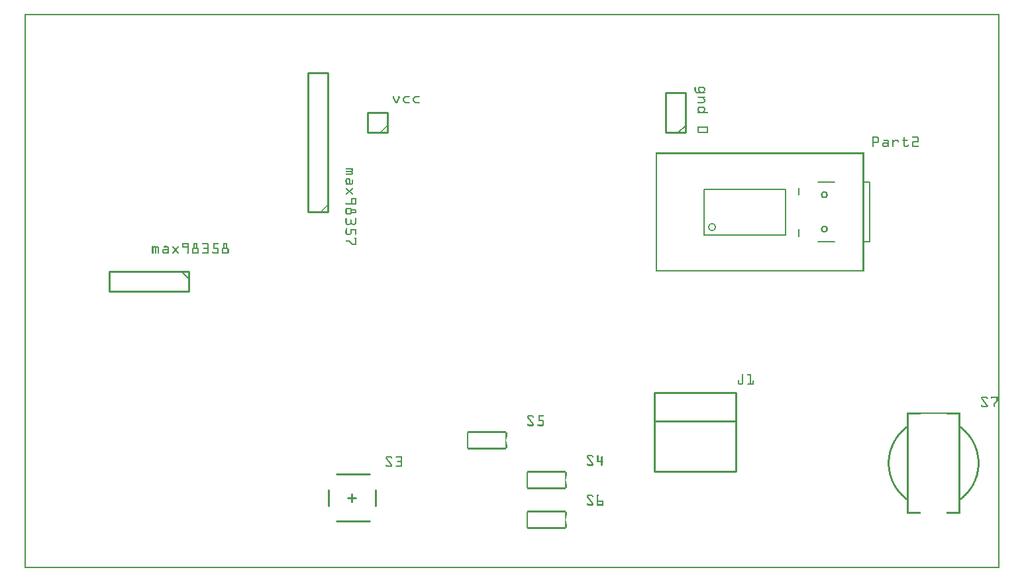
<source format=gto>
G04 MADE WITH FRITZING*
G04 WWW.FRITZING.ORG*
G04 DOUBLE SIDED*
G04 HOLES PLATED*
G04 CONTOUR ON CENTER OF CONTOUR VECTOR*
%ASAXBY*%
%FSLAX23Y23*%
%MOIN*%
%OFA0B0*%
%SFA1.0B1.0*%
%ADD10C,0.042189X0.0301888*%
%ADD11C,0.010000*%
%ADD12C,0.006000*%
%ADD13C,0.008000*%
%ADD14C,0.005000*%
%ADD15C,0.010417*%
%ADD16R,0.001000X0.001000*%
%LNSILK1*%
G90*
G70*
G54D10*
X3460Y1717D03*
G54D11*
X1767Y394D02*
X1767Y315D01*
D02*
X1570Y473D02*
X1737Y473D01*
D02*
X1570Y237D02*
X1737Y237D01*
D02*
X1530Y394D02*
X1530Y315D01*
D02*
X1649Y374D02*
X1649Y335D01*
D02*
X1668Y355D02*
X1629Y355D01*
G54D12*
D02*
X3422Y1908D02*
X3831Y1908D01*
D02*
X3831Y1908D02*
X3831Y1678D01*
D02*
X3831Y1678D02*
X3422Y1678D01*
D02*
X3422Y1678D02*
X3422Y1908D01*
G54D13*
D02*
X4078Y1644D02*
X3995Y1644D01*
D02*
X3897Y1671D02*
X3897Y1707D01*
D02*
X3897Y1880D02*
X3897Y1915D01*
D02*
X3995Y1943D02*
X4078Y1943D01*
D02*
X4227Y1644D02*
X4255Y1644D01*
D02*
X4227Y1943D02*
X4255Y1943D01*
D02*
X4255Y1644D02*
X4255Y1943D01*
G54D11*
D02*
X3327Y2193D02*
X3327Y2393D01*
D02*
X3327Y2393D02*
X3227Y2393D01*
D02*
X3227Y2393D02*
X3227Y2193D01*
D02*
X3227Y2193D02*
X3327Y2193D01*
G54D14*
D02*
X3327Y2228D02*
X3292Y2193D01*
G54D11*
D02*
X1527Y1793D02*
X1527Y2493D01*
D02*
X1527Y2493D02*
X1427Y2493D01*
D02*
X1427Y2493D02*
X1427Y1793D01*
D02*
X1427Y1793D02*
X1527Y1793D01*
D02*
X827Y1493D02*
X427Y1493D01*
D02*
X427Y1493D02*
X427Y1393D01*
D02*
X427Y1393D02*
X827Y1393D01*
D02*
X827Y1393D02*
X827Y1493D01*
G54D14*
D02*
X792Y1493D02*
X827Y1458D01*
G54D11*
D02*
X1827Y2193D02*
X1827Y2293D01*
D02*
X1827Y2293D02*
X1727Y2293D01*
D02*
X1727Y2293D02*
X1727Y2193D01*
D02*
X1727Y2193D02*
X1827Y2193D01*
G54D15*
D02*
X3172Y488D02*
X3582Y488D01*
D02*
X3582Y488D02*
X3582Y884D01*
D02*
X3582Y884D02*
X3172Y884D01*
D02*
X3172Y884D02*
X3172Y488D01*
D02*
X3582Y742D02*
X3172Y742D01*
G54D16*
X1Y2791D02*
X4907Y2791D01*
X1Y2790D02*
X4907Y2790D01*
X1Y2789D02*
X4907Y2789D01*
X1Y2788D02*
X4907Y2788D01*
X1Y2787D02*
X4907Y2787D01*
X1Y2786D02*
X4907Y2786D01*
X1Y2785D02*
X4907Y2785D01*
X1Y2784D02*
X4907Y2784D01*
X1Y2783D02*
X8Y2783D01*
X4900Y2783D02*
X4907Y2783D01*
X1Y2782D02*
X8Y2782D01*
X4900Y2782D02*
X4907Y2782D01*
X1Y2781D02*
X8Y2781D01*
X4900Y2781D02*
X4907Y2781D01*
X1Y2780D02*
X8Y2780D01*
X4900Y2780D02*
X4907Y2780D01*
X1Y2779D02*
X8Y2779D01*
X4900Y2779D02*
X4907Y2779D01*
X1Y2778D02*
X8Y2778D01*
X4900Y2778D02*
X4907Y2778D01*
X1Y2777D02*
X8Y2777D01*
X4900Y2777D02*
X4907Y2777D01*
X1Y2776D02*
X8Y2776D01*
X4900Y2776D02*
X4907Y2776D01*
X1Y2775D02*
X8Y2775D01*
X4900Y2775D02*
X4907Y2775D01*
X1Y2774D02*
X8Y2774D01*
X4900Y2774D02*
X4907Y2774D01*
X1Y2773D02*
X8Y2773D01*
X4900Y2773D02*
X4907Y2773D01*
X1Y2772D02*
X8Y2772D01*
X4900Y2772D02*
X4907Y2772D01*
X1Y2771D02*
X8Y2771D01*
X4900Y2771D02*
X4907Y2771D01*
X1Y2770D02*
X8Y2770D01*
X4900Y2770D02*
X4907Y2770D01*
X1Y2769D02*
X8Y2769D01*
X4900Y2769D02*
X4907Y2769D01*
X1Y2768D02*
X8Y2768D01*
X4900Y2768D02*
X4907Y2768D01*
X1Y2767D02*
X8Y2767D01*
X4900Y2767D02*
X4907Y2767D01*
X1Y2766D02*
X8Y2766D01*
X4900Y2766D02*
X4907Y2766D01*
X1Y2765D02*
X8Y2765D01*
X4900Y2765D02*
X4907Y2765D01*
X1Y2764D02*
X8Y2764D01*
X4900Y2764D02*
X4907Y2764D01*
X1Y2763D02*
X8Y2763D01*
X4900Y2763D02*
X4907Y2763D01*
X1Y2762D02*
X8Y2762D01*
X4900Y2762D02*
X4907Y2762D01*
X1Y2761D02*
X8Y2761D01*
X4900Y2761D02*
X4907Y2761D01*
X1Y2760D02*
X8Y2760D01*
X4900Y2760D02*
X4907Y2760D01*
X1Y2759D02*
X8Y2759D01*
X4900Y2759D02*
X4907Y2759D01*
X1Y2758D02*
X8Y2758D01*
X4900Y2758D02*
X4907Y2758D01*
X1Y2757D02*
X8Y2757D01*
X4900Y2757D02*
X4907Y2757D01*
X1Y2756D02*
X8Y2756D01*
X4900Y2756D02*
X4907Y2756D01*
X1Y2755D02*
X8Y2755D01*
X4900Y2755D02*
X4907Y2755D01*
X1Y2754D02*
X8Y2754D01*
X4900Y2754D02*
X4907Y2754D01*
X1Y2753D02*
X8Y2753D01*
X4900Y2753D02*
X4907Y2753D01*
X1Y2752D02*
X8Y2752D01*
X4900Y2752D02*
X4907Y2752D01*
X1Y2751D02*
X8Y2751D01*
X4900Y2751D02*
X4907Y2751D01*
X1Y2750D02*
X8Y2750D01*
X4900Y2750D02*
X4907Y2750D01*
X1Y2749D02*
X8Y2749D01*
X4900Y2749D02*
X4907Y2749D01*
X1Y2748D02*
X8Y2748D01*
X4900Y2748D02*
X4907Y2748D01*
X1Y2747D02*
X8Y2747D01*
X4900Y2747D02*
X4907Y2747D01*
X1Y2746D02*
X8Y2746D01*
X4900Y2746D02*
X4907Y2746D01*
X1Y2745D02*
X8Y2745D01*
X4900Y2745D02*
X4907Y2745D01*
X1Y2744D02*
X8Y2744D01*
X4900Y2744D02*
X4907Y2744D01*
X1Y2743D02*
X8Y2743D01*
X4900Y2743D02*
X4907Y2743D01*
X1Y2742D02*
X8Y2742D01*
X4900Y2742D02*
X4907Y2742D01*
X1Y2741D02*
X8Y2741D01*
X4900Y2741D02*
X4907Y2741D01*
X1Y2740D02*
X8Y2740D01*
X4900Y2740D02*
X4907Y2740D01*
X1Y2739D02*
X8Y2739D01*
X4900Y2739D02*
X4907Y2739D01*
X1Y2738D02*
X8Y2738D01*
X4900Y2738D02*
X4907Y2738D01*
X1Y2737D02*
X8Y2737D01*
X4900Y2737D02*
X4907Y2737D01*
X1Y2736D02*
X8Y2736D01*
X4900Y2736D02*
X4907Y2736D01*
X1Y2735D02*
X8Y2735D01*
X4900Y2735D02*
X4907Y2735D01*
X1Y2734D02*
X8Y2734D01*
X4900Y2734D02*
X4907Y2734D01*
X1Y2733D02*
X8Y2733D01*
X4900Y2733D02*
X4907Y2733D01*
X1Y2732D02*
X8Y2732D01*
X4900Y2732D02*
X4907Y2732D01*
X1Y2731D02*
X8Y2731D01*
X4900Y2731D02*
X4907Y2731D01*
X1Y2730D02*
X8Y2730D01*
X4900Y2730D02*
X4907Y2730D01*
X1Y2729D02*
X8Y2729D01*
X4900Y2729D02*
X4907Y2729D01*
X1Y2728D02*
X8Y2728D01*
X4900Y2728D02*
X4907Y2728D01*
X1Y2727D02*
X8Y2727D01*
X4900Y2727D02*
X4907Y2727D01*
X1Y2726D02*
X8Y2726D01*
X4900Y2726D02*
X4907Y2726D01*
X1Y2725D02*
X8Y2725D01*
X4900Y2725D02*
X4907Y2725D01*
X1Y2724D02*
X8Y2724D01*
X4900Y2724D02*
X4907Y2724D01*
X1Y2723D02*
X8Y2723D01*
X4900Y2723D02*
X4907Y2723D01*
X1Y2722D02*
X8Y2722D01*
X4900Y2722D02*
X4907Y2722D01*
X1Y2721D02*
X8Y2721D01*
X4900Y2721D02*
X4907Y2721D01*
X1Y2720D02*
X8Y2720D01*
X4900Y2720D02*
X4907Y2720D01*
X1Y2719D02*
X8Y2719D01*
X4900Y2719D02*
X4907Y2719D01*
X1Y2718D02*
X8Y2718D01*
X4900Y2718D02*
X4907Y2718D01*
X1Y2717D02*
X8Y2717D01*
X4900Y2717D02*
X4907Y2717D01*
X1Y2716D02*
X8Y2716D01*
X4900Y2716D02*
X4907Y2716D01*
X1Y2715D02*
X8Y2715D01*
X4900Y2715D02*
X4907Y2715D01*
X1Y2714D02*
X8Y2714D01*
X4900Y2714D02*
X4907Y2714D01*
X1Y2713D02*
X8Y2713D01*
X4900Y2713D02*
X4907Y2713D01*
X1Y2712D02*
X8Y2712D01*
X4900Y2712D02*
X4907Y2712D01*
X1Y2711D02*
X8Y2711D01*
X4900Y2711D02*
X4907Y2711D01*
X1Y2710D02*
X8Y2710D01*
X4900Y2710D02*
X4907Y2710D01*
X1Y2709D02*
X8Y2709D01*
X4900Y2709D02*
X4907Y2709D01*
X1Y2708D02*
X8Y2708D01*
X4900Y2708D02*
X4907Y2708D01*
X1Y2707D02*
X8Y2707D01*
X4900Y2707D02*
X4907Y2707D01*
X1Y2706D02*
X8Y2706D01*
X4900Y2706D02*
X4907Y2706D01*
X1Y2705D02*
X8Y2705D01*
X4900Y2705D02*
X4907Y2705D01*
X1Y2704D02*
X8Y2704D01*
X4900Y2704D02*
X4907Y2704D01*
X1Y2703D02*
X8Y2703D01*
X4900Y2703D02*
X4907Y2703D01*
X1Y2702D02*
X8Y2702D01*
X4900Y2702D02*
X4907Y2702D01*
X1Y2701D02*
X8Y2701D01*
X4900Y2701D02*
X4907Y2701D01*
X1Y2700D02*
X8Y2700D01*
X4900Y2700D02*
X4907Y2700D01*
X1Y2699D02*
X8Y2699D01*
X4900Y2699D02*
X4907Y2699D01*
X1Y2698D02*
X8Y2698D01*
X4900Y2698D02*
X4907Y2698D01*
X1Y2697D02*
X8Y2697D01*
X4900Y2697D02*
X4907Y2697D01*
X1Y2696D02*
X8Y2696D01*
X4900Y2696D02*
X4907Y2696D01*
X1Y2695D02*
X8Y2695D01*
X4900Y2695D02*
X4907Y2695D01*
X1Y2694D02*
X8Y2694D01*
X4900Y2694D02*
X4907Y2694D01*
X1Y2693D02*
X8Y2693D01*
X4900Y2693D02*
X4907Y2693D01*
X1Y2692D02*
X8Y2692D01*
X4900Y2692D02*
X4907Y2692D01*
X1Y2691D02*
X8Y2691D01*
X4900Y2691D02*
X4907Y2691D01*
X1Y2690D02*
X8Y2690D01*
X4900Y2690D02*
X4907Y2690D01*
X1Y2689D02*
X8Y2689D01*
X4900Y2689D02*
X4907Y2689D01*
X1Y2688D02*
X8Y2688D01*
X4900Y2688D02*
X4907Y2688D01*
X1Y2687D02*
X8Y2687D01*
X4900Y2687D02*
X4907Y2687D01*
X1Y2686D02*
X8Y2686D01*
X4900Y2686D02*
X4907Y2686D01*
X1Y2685D02*
X8Y2685D01*
X4900Y2685D02*
X4907Y2685D01*
X1Y2684D02*
X8Y2684D01*
X4900Y2684D02*
X4907Y2684D01*
X1Y2683D02*
X8Y2683D01*
X4900Y2683D02*
X4907Y2683D01*
X1Y2682D02*
X8Y2682D01*
X4900Y2682D02*
X4907Y2682D01*
X1Y2681D02*
X8Y2681D01*
X4900Y2681D02*
X4907Y2681D01*
X1Y2680D02*
X8Y2680D01*
X4900Y2680D02*
X4907Y2680D01*
X1Y2679D02*
X8Y2679D01*
X4900Y2679D02*
X4907Y2679D01*
X1Y2678D02*
X8Y2678D01*
X4900Y2678D02*
X4907Y2678D01*
X1Y2677D02*
X8Y2677D01*
X4900Y2677D02*
X4907Y2677D01*
X1Y2676D02*
X8Y2676D01*
X4900Y2676D02*
X4907Y2676D01*
X1Y2675D02*
X8Y2675D01*
X4900Y2675D02*
X4907Y2675D01*
X1Y2674D02*
X8Y2674D01*
X4900Y2674D02*
X4907Y2674D01*
X1Y2673D02*
X8Y2673D01*
X4900Y2673D02*
X4907Y2673D01*
X1Y2672D02*
X8Y2672D01*
X4900Y2672D02*
X4907Y2672D01*
X1Y2671D02*
X8Y2671D01*
X4900Y2671D02*
X4907Y2671D01*
X1Y2670D02*
X8Y2670D01*
X4900Y2670D02*
X4907Y2670D01*
X1Y2669D02*
X8Y2669D01*
X4900Y2669D02*
X4907Y2669D01*
X1Y2668D02*
X8Y2668D01*
X4900Y2668D02*
X4907Y2668D01*
X1Y2667D02*
X8Y2667D01*
X4900Y2667D02*
X4907Y2667D01*
X1Y2666D02*
X8Y2666D01*
X4900Y2666D02*
X4907Y2666D01*
X1Y2665D02*
X8Y2665D01*
X4900Y2665D02*
X4907Y2665D01*
X1Y2664D02*
X8Y2664D01*
X4900Y2664D02*
X4907Y2664D01*
X1Y2663D02*
X8Y2663D01*
X4900Y2663D02*
X4907Y2663D01*
X1Y2662D02*
X8Y2662D01*
X4900Y2662D02*
X4907Y2662D01*
X1Y2661D02*
X8Y2661D01*
X4900Y2661D02*
X4907Y2661D01*
X1Y2660D02*
X8Y2660D01*
X4900Y2660D02*
X4907Y2660D01*
X1Y2659D02*
X8Y2659D01*
X4900Y2659D02*
X4907Y2659D01*
X1Y2658D02*
X8Y2658D01*
X4900Y2658D02*
X4907Y2658D01*
X1Y2657D02*
X8Y2657D01*
X4900Y2657D02*
X4907Y2657D01*
X1Y2656D02*
X8Y2656D01*
X4900Y2656D02*
X4907Y2656D01*
X1Y2655D02*
X8Y2655D01*
X4900Y2655D02*
X4907Y2655D01*
X1Y2654D02*
X8Y2654D01*
X4900Y2654D02*
X4907Y2654D01*
X1Y2653D02*
X8Y2653D01*
X4900Y2653D02*
X4907Y2653D01*
X1Y2652D02*
X8Y2652D01*
X4900Y2652D02*
X4907Y2652D01*
X1Y2651D02*
X8Y2651D01*
X4900Y2651D02*
X4907Y2651D01*
X1Y2650D02*
X8Y2650D01*
X4900Y2650D02*
X4907Y2650D01*
X1Y2649D02*
X8Y2649D01*
X4900Y2649D02*
X4907Y2649D01*
X1Y2648D02*
X8Y2648D01*
X4900Y2648D02*
X4907Y2648D01*
X1Y2647D02*
X8Y2647D01*
X4900Y2647D02*
X4907Y2647D01*
X1Y2646D02*
X8Y2646D01*
X4900Y2646D02*
X4907Y2646D01*
X1Y2645D02*
X8Y2645D01*
X4900Y2645D02*
X4907Y2645D01*
X1Y2644D02*
X8Y2644D01*
X4900Y2644D02*
X4907Y2644D01*
X1Y2643D02*
X8Y2643D01*
X4900Y2643D02*
X4907Y2643D01*
X1Y2642D02*
X8Y2642D01*
X4900Y2642D02*
X4907Y2642D01*
X1Y2641D02*
X8Y2641D01*
X4900Y2641D02*
X4907Y2641D01*
X1Y2640D02*
X8Y2640D01*
X4900Y2640D02*
X4907Y2640D01*
X1Y2639D02*
X8Y2639D01*
X4900Y2639D02*
X4907Y2639D01*
X1Y2638D02*
X8Y2638D01*
X4900Y2638D02*
X4907Y2638D01*
X1Y2637D02*
X8Y2637D01*
X4900Y2637D02*
X4907Y2637D01*
X1Y2636D02*
X8Y2636D01*
X4900Y2636D02*
X4907Y2636D01*
X1Y2635D02*
X8Y2635D01*
X4900Y2635D02*
X4907Y2635D01*
X1Y2634D02*
X8Y2634D01*
X4900Y2634D02*
X4907Y2634D01*
X1Y2633D02*
X8Y2633D01*
X4900Y2633D02*
X4907Y2633D01*
X1Y2632D02*
X8Y2632D01*
X4900Y2632D02*
X4907Y2632D01*
X1Y2631D02*
X8Y2631D01*
X4900Y2631D02*
X4907Y2631D01*
X1Y2630D02*
X8Y2630D01*
X4900Y2630D02*
X4907Y2630D01*
X1Y2629D02*
X8Y2629D01*
X4900Y2629D02*
X4907Y2629D01*
X1Y2628D02*
X8Y2628D01*
X4900Y2628D02*
X4907Y2628D01*
X1Y2627D02*
X8Y2627D01*
X4900Y2627D02*
X4907Y2627D01*
X1Y2626D02*
X8Y2626D01*
X4900Y2626D02*
X4907Y2626D01*
X1Y2625D02*
X8Y2625D01*
X4900Y2625D02*
X4907Y2625D01*
X1Y2624D02*
X8Y2624D01*
X4900Y2624D02*
X4907Y2624D01*
X1Y2623D02*
X8Y2623D01*
X4900Y2623D02*
X4907Y2623D01*
X1Y2622D02*
X8Y2622D01*
X4900Y2622D02*
X4907Y2622D01*
X1Y2621D02*
X8Y2621D01*
X4900Y2621D02*
X4907Y2621D01*
X1Y2620D02*
X8Y2620D01*
X4900Y2620D02*
X4907Y2620D01*
X1Y2619D02*
X8Y2619D01*
X4900Y2619D02*
X4907Y2619D01*
X1Y2618D02*
X8Y2618D01*
X4900Y2618D02*
X4907Y2618D01*
X1Y2617D02*
X8Y2617D01*
X4900Y2617D02*
X4907Y2617D01*
X1Y2616D02*
X8Y2616D01*
X4900Y2616D02*
X4907Y2616D01*
X1Y2615D02*
X8Y2615D01*
X4900Y2615D02*
X4907Y2615D01*
X1Y2614D02*
X8Y2614D01*
X4900Y2614D02*
X4907Y2614D01*
X1Y2613D02*
X8Y2613D01*
X4900Y2613D02*
X4907Y2613D01*
X1Y2612D02*
X8Y2612D01*
X4900Y2612D02*
X4907Y2612D01*
X1Y2611D02*
X8Y2611D01*
X4900Y2611D02*
X4907Y2611D01*
X1Y2610D02*
X8Y2610D01*
X4900Y2610D02*
X4907Y2610D01*
X1Y2609D02*
X8Y2609D01*
X4900Y2609D02*
X4907Y2609D01*
X1Y2608D02*
X8Y2608D01*
X4900Y2608D02*
X4907Y2608D01*
X1Y2607D02*
X8Y2607D01*
X4900Y2607D02*
X4907Y2607D01*
X1Y2606D02*
X8Y2606D01*
X4900Y2606D02*
X4907Y2606D01*
X1Y2605D02*
X8Y2605D01*
X4900Y2605D02*
X4907Y2605D01*
X1Y2604D02*
X8Y2604D01*
X4900Y2604D02*
X4907Y2604D01*
X1Y2603D02*
X8Y2603D01*
X4900Y2603D02*
X4907Y2603D01*
X1Y2602D02*
X8Y2602D01*
X4900Y2602D02*
X4907Y2602D01*
X1Y2601D02*
X8Y2601D01*
X4900Y2601D02*
X4907Y2601D01*
X1Y2600D02*
X8Y2600D01*
X4900Y2600D02*
X4907Y2600D01*
X1Y2599D02*
X8Y2599D01*
X4900Y2599D02*
X4907Y2599D01*
X1Y2598D02*
X8Y2598D01*
X4900Y2598D02*
X4907Y2598D01*
X1Y2597D02*
X8Y2597D01*
X4900Y2597D02*
X4907Y2597D01*
X1Y2596D02*
X8Y2596D01*
X4900Y2596D02*
X4907Y2596D01*
X1Y2595D02*
X8Y2595D01*
X4900Y2595D02*
X4907Y2595D01*
X1Y2594D02*
X8Y2594D01*
X4900Y2594D02*
X4907Y2594D01*
X1Y2593D02*
X8Y2593D01*
X4900Y2593D02*
X4907Y2593D01*
X1Y2592D02*
X8Y2592D01*
X4900Y2592D02*
X4907Y2592D01*
X1Y2591D02*
X8Y2591D01*
X4900Y2591D02*
X4907Y2591D01*
X1Y2590D02*
X8Y2590D01*
X4900Y2590D02*
X4907Y2590D01*
X1Y2589D02*
X8Y2589D01*
X4900Y2589D02*
X4907Y2589D01*
X1Y2588D02*
X8Y2588D01*
X4900Y2588D02*
X4907Y2588D01*
X1Y2587D02*
X8Y2587D01*
X4900Y2587D02*
X4907Y2587D01*
X1Y2586D02*
X8Y2586D01*
X4900Y2586D02*
X4907Y2586D01*
X1Y2585D02*
X8Y2585D01*
X4900Y2585D02*
X4907Y2585D01*
X1Y2584D02*
X8Y2584D01*
X4900Y2584D02*
X4907Y2584D01*
X1Y2583D02*
X8Y2583D01*
X4900Y2583D02*
X4907Y2583D01*
X1Y2582D02*
X8Y2582D01*
X4900Y2582D02*
X4907Y2582D01*
X1Y2581D02*
X8Y2581D01*
X4900Y2581D02*
X4907Y2581D01*
X1Y2580D02*
X8Y2580D01*
X4900Y2580D02*
X4907Y2580D01*
X1Y2579D02*
X8Y2579D01*
X4900Y2579D02*
X4907Y2579D01*
X1Y2578D02*
X8Y2578D01*
X4900Y2578D02*
X4907Y2578D01*
X1Y2577D02*
X8Y2577D01*
X4900Y2577D02*
X4907Y2577D01*
X1Y2576D02*
X8Y2576D01*
X4900Y2576D02*
X4907Y2576D01*
X1Y2575D02*
X8Y2575D01*
X4900Y2575D02*
X4907Y2575D01*
X1Y2574D02*
X8Y2574D01*
X4900Y2574D02*
X4907Y2574D01*
X1Y2573D02*
X8Y2573D01*
X4900Y2573D02*
X4907Y2573D01*
X1Y2572D02*
X8Y2572D01*
X4900Y2572D02*
X4907Y2572D01*
X1Y2571D02*
X8Y2571D01*
X4900Y2571D02*
X4907Y2571D01*
X1Y2570D02*
X8Y2570D01*
X4900Y2570D02*
X4907Y2570D01*
X1Y2569D02*
X8Y2569D01*
X4900Y2569D02*
X4907Y2569D01*
X1Y2568D02*
X8Y2568D01*
X4900Y2568D02*
X4907Y2568D01*
X1Y2567D02*
X8Y2567D01*
X4900Y2567D02*
X4907Y2567D01*
X1Y2566D02*
X8Y2566D01*
X4900Y2566D02*
X4907Y2566D01*
X1Y2565D02*
X8Y2565D01*
X4900Y2565D02*
X4907Y2565D01*
X1Y2564D02*
X8Y2564D01*
X4900Y2564D02*
X4907Y2564D01*
X1Y2563D02*
X8Y2563D01*
X4900Y2563D02*
X4907Y2563D01*
X1Y2562D02*
X8Y2562D01*
X4900Y2562D02*
X4907Y2562D01*
X1Y2561D02*
X8Y2561D01*
X4900Y2561D02*
X4907Y2561D01*
X1Y2560D02*
X8Y2560D01*
X4900Y2560D02*
X4907Y2560D01*
X1Y2559D02*
X8Y2559D01*
X4900Y2559D02*
X4907Y2559D01*
X1Y2558D02*
X8Y2558D01*
X4900Y2558D02*
X4907Y2558D01*
X1Y2557D02*
X8Y2557D01*
X4900Y2557D02*
X4907Y2557D01*
X1Y2556D02*
X8Y2556D01*
X4900Y2556D02*
X4907Y2556D01*
X1Y2555D02*
X8Y2555D01*
X4900Y2555D02*
X4907Y2555D01*
X1Y2554D02*
X8Y2554D01*
X4900Y2554D02*
X4907Y2554D01*
X1Y2553D02*
X8Y2553D01*
X4900Y2553D02*
X4907Y2553D01*
X1Y2552D02*
X8Y2552D01*
X4900Y2552D02*
X4907Y2552D01*
X1Y2551D02*
X8Y2551D01*
X4900Y2551D02*
X4907Y2551D01*
X1Y2550D02*
X8Y2550D01*
X4900Y2550D02*
X4907Y2550D01*
X1Y2549D02*
X8Y2549D01*
X4900Y2549D02*
X4907Y2549D01*
X1Y2548D02*
X8Y2548D01*
X4900Y2548D02*
X4907Y2548D01*
X1Y2547D02*
X8Y2547D01*
X4900Y2547D02*
X4907Y2547D01*
X1Y2546D02*
X8Y2546D01*
X4900Y2546D02*
X4907Y2546D01*
X1Y2545D02*
X8Y2545D01*
X4900Y2545D02*
X4907Y2545D01*
X1Y2544D02*
X8Y2544D01*
X4900Y2544D02*
X4907Y2544D01*
X1Y2543D02*
X8Y2543D01*
X4900Y2543D02*
X4907Y2543D01*
X1Y2542D02*
X8Y2542D01*
X4900Y2542D02*
X4907Y2542D01*
X1Y2541D02*
X8Y2541D01*
X4900Y2541D02*
X4907Y2541D01*
X1Y2540D02*
X8Y2540D01*
X4900Y2540D02*
X4907Y2540D01*
X1Y2539D02*
X8Y2539D01*
X4900Y2539D02*
X4907Y2539D01*
X1Y2538D02*
X8Y2538D01*
X4900Y2538D02*
X4907Y2538D01*
X1Y2537D02*
X8Y2537D01*
X4900Y2537D02*
X4907Y2537D01*
X1Y2536D02*
X8Y2536D01*
X4900Y2536D02*
X4907Y2536D01*
X1Y2535D02*
X8Y2535D01*
X4900Y2535D02*
X4907Y2535D01*
X1Y2534D02*
X8Y2534D01*
X4900Y2534D02*
X4907Y2534D01*
X1Y2533D02*
X8Y2533D01*
X4900Y2533D02*
X4907Y2533D01*
X1Y2532D02*
X8Y2532D01*
X4900Y2532D02*
X4907Y2532D01*
X1Y2531D02*
X8Y2531D01*
X4900Y2531D02*
X4907Y2531D01*
X1Y2530D02*
X8Y2530D01*
X4900Y2530D02*
X4907Y2530D01*
X1Y2529D02*
X8Y2529D01*
X4900Y2529D02*
X4907Y2529D01*
X1Y2528D02*
X8Y2528D01*
X4900Y2528D02*
X4907Y2528D01*
X1Y2527D02*
X8Y2527D01*
X4900Y2527D02*
X4907Y2527D01*
X1Y2526D02*
X8Y2526D01*
X4900Y2526D02*
X4907Y2526D01*
X1Y2525D02*
X8Y2525D01*
X4900Y2525D02*
X4907Y2525D01*
X1Y2524D02*
X8Y2524D01*
X4900Y2524D02*
X4907Y2524D01*
X1Y2523D02*
X8Y2523D01*
X4900Y2523D02*
X4907Y2523D01*
X1Y2522D02*
X8Y2522D01*
X4900Y2522D02*
X4907Y2522D01*
X1Y2521D02*
X8Y2521D01*
X4900Y2521D02*
X4907Y2521D01*
X1Y2520D02*
X8Y2520D01*
X4900Y2520D02*
X4907Y2520D01*
X1Y2519D02*
X8Y2519D01*
X4900Y2519D02*
X4907Y2519D01*
X1Y2518D02*
X8Y2518D01*
X4900Y2518D02*
X4907Y2518D01*
X1Y2517D02*
X8Y2517D01*
X4900Y2517D02*
X4907Y2517D01*
X1Y2516D02*
X8Y2516D01*
X4900Y2516D02*
X4907Y2516D01*
X1Y2515D02*
X8Y2515D01*
X4900Y2515D02*
X4907Y2515D01*
X1Y2514D02*
X8Y2514D01*
X4900Y2514D02*
X4907Y2514D01*
X1Y2513D02*
X8Y2513D01*
X4900Y2513D02*
X4907Y2513D01*
X1Y2512D02*
X8Y2512D01*
X4900Y2512D02*
X4907Y2512D01*
X1Y2511D02*
X8Y2511D01*
X4900Y2511D02*
X4907Y2511D01*
X1Y2510D02*
X8Y2510D01*
X4900Y2510D02*
X4907Y2510D01*
X1Y2509D02*
X8Y2509D01*
X4900Y2509D02*
X4907Y2509D01*
X1Y2508D02*
X8Y2508D01*
X4900Y2508D02*
X4907Y2508D01*
X1Y2507D02*
X8Y2507D01*
X4900Y2507D02*
X4907Y2507D01*
X1Y2506D02*
X8Y2506D01*
X4900Y2506D02*
X4907Y2506D01*
X1Y2505D02*
X8Y2505D01*
X4900Y2505D02*
X4907Y2505D01*
X1Y2504D02*
X8Y2504D01*
X4900Y2504D02*
X4907Y2504D01*
X1Y2503D02*
X8Y2503D01*
X4900Y2503D02*
X4907Y2503D01*
X1Y2502D02*
X8Y2502D01*
X4900Y2502D02*
X4907Y2502D01*
X1Y2501D02*
X8Y2501D01*
X4900Y2501D02*
X4907Y2501D01*
X1Y2500D02*
X8Y2500D01*
X4900Y2500D02*
X4907Y2500D01*
X1Y2499D02*
X8Y2499D01*
X4900Y2499D02*
X4907Y2499D01*
X1Y2498D02*
X8Y2498D01*
X4900Y2498D02*
X4907Y2498D01*
X1Y2497D02*
X8Y2497D01*
X4900Y2497D02*
X4907Y2497D01*
X1Y2496D02*
X8Y2496D01*
X4900Y2496D02*
X4907Y2496D01*
X1Y2495D02*
X8Y2495D01*
X4900Y2495D02*
X4907Y2495D01*
X1Y2494D02*
X8Y2494D01*
X4900Y2494D02*
X4907Y2494D01*
X1Y2493D02*
X8Y2493D01*
X4900Y2493D02*
X4907Y2493D01*
X1Y2492D02*
X8Y2492D01*
X4900Y2492D02*
X4907Y2492D01*
X1Y2491D02*
X8Y2491D01*
X4900Y2491D02*
X4907Y2491D01*
X1Y2490D02*
X8Y2490D01*
X4900Y2490D02*
X4907Y2490D01*
X1Y2489D02*
X8Y2489D01*
X4900Y2489D02*
X4907Y2489D01*
X1Y2488D02*
X8Y2488D01*
X4900Y2488D02*
X4907Y2488D01*
X1Y2487D02*
X8Y2487D01*
X4900Y2487D02*
X4907Y2487D01*
X1Y2486D02*
X8Y2486D01*
X4900Y2486D02*
X4907Y2486D01*
X1Y2485D02*
X8Y2485D01*
X4900Y2485D02*
X4907Y2485D01*
X1Y2484D02*
X8Y2484D01*
X4900Y2484D02*
X4907Y2484D01*
X1Y2483D02*
X8Y2483D01*
X4900Y2483D02*
X4907Y2483D01*
X1Y2482D02*
X8Y2482D01*
X4900Y2482D02*
X4907Y2482D01*
X1Y2481D02*
X8Y2481D01*
X4900Y2481D02*
X4907Y2481D01*
X1Y2480D02*
X8Y2480D01*
X4900Y2480D02*
X4907Y2480D01*
X1Y2479D02*
X8Y2479D01*
X4900Y2479D02*
X4907Y2479D01*
X1Y2478D02*
X8Y2478D01*
X4900Y2478D02*
X4907Y2478D01*
X1Y2477D02*
X8Y2477D01*
X4900Y2477D02*
X4907Y2477D01*
X1Y2476D02*
X8Y2476D01*
X4900Y2476D02*
X4907Y2476D01*
X1Y2475D02*
X8Y2475D01*
X4900Y2475D02*
X4907Y2475D01*
X1Y2474D02*
X8Y2474D01*
X4900Y2474D02*
X4907Y2474D01*
X1Y2473D02*
X8Y2473D01*
X4900Y2473D02*
X4907Y2473D01*
X1Y2472D02*
X8Y2472D01*
X4900Y2472D02*
X4907Y2472D01*
X1Y2471D02*
X8Y2471D01*
X4900Y2471D02*
X4907Y2471D01*
X1Y2470D02*
X8Y2470D01*
X4900Y2470D02*
X4907Y2470D01*
X1Y2469D02*
X8Y2469D01*
X4900Y2469D02*
X4907Y2469D01*
X1Y2468D02*
X8Y2468D01*
X4900Y2468D02*
X4907Y2468D01*
X1Y2467D02*
X8Y2467D01*
X4900Y2467D02*
X4907Y2467D01*
X1Y2466D02*
X8Y2466D01*
X4900Y2466D02*
X4907Y2466D01*
X1Y2465D02*
X8Y2465D01*
X4900Y2465D02*
X4907Y2465D01*
X1Y2464D02*
X8Y2464D01*
X4900Y2464D02*
X4907Y2464D01*
X1Y2463D02*
X8Y2463D01*
X4900Y2463D02*
X4907Y2463D01*
X1Y2462D02*
X8Y2462D01*
X4900Y2462D02*
X4907Y2462D01*
X1Y2461D02*
X8Y2461D01*
X4900Y2461D02*
X4907Y2461D01*
X1Y2460D02*
X8Y2460D01*
X4900Y2460D02*
X4907Y2460D01*
X1Y2459D02*
X8Y2459D01*
X4900Y2459D02*
X4907Y2459D01*
X1Y2458D02*
X8Y2458D01*
X4900Y2458D02*
X4907Y2458D01*
X1Y2457D02*
X8Y2457D01*
X4900Y2457D02*
X4907Y2457D01*
X1Y2456D02*
X8Y2456D01*
X4900Y2456D02*
X4907Y2456D01*
X1Y2455D02*
X8Y2455D01*
X4900Y2455D02*
X4907Y2455D01*
X1Y2454D02*
X8Y2454D01*
X4900Y2454D02*
X4907Y2454D01*
X1Y2453D02*
X8Y2453D01*
X4900Y2453D02*
X4907Y2453D01*
X1Y2452D02*
X8Y2452D01*
X4900Y2452D02*
X4907Y2452D01*
X1Y2451D02*
X8Y2451D01*
X4900Y2451D02*
X4907Y2451D01*
X1Y2450D02*
X8Y2450D01*
X4900Y2450D02*
X4907Y2450D01*
X1Y2449D02*
X8Y2449D01*
X4900Y2449D02*
X4907Y2449D01*
X1Y2448D02*
X8Y2448D01*
X4900Y2448D02*
X4907Y2448D01*
X1Y2447D02*
X8Y2447D01*
X4900Y2447D02*
X4907Y2447D01*
X1Y2446D02*
X8Y2446D01*
X4900Y2446D02*
X4907Y2446D01*
X1Y2445D02*
X8Y2445D01*
X4900Y2445D02*
X4907Y2445D01*
X1Y2444D02*
X8Y2444D01*
X4900Y2444D02*
X4907Y2444D01*
X1Y2443D02*
X8Y2443D01*
X4900Y2443D02*
X4907Y2443D01*
X1Y2442D02*
X8Y2442D01*
X4900Y2442D02*
X4907Y2442D01*
X1Y2441D02*
X8Y2441D01*
X4900Y2441D02*
X4907Y2441D01*
X1Y2440D02*
X8Y2440D01*
X4900Y2440D02*
X4907Y2440D01*
X1Y2439D02*
X8Y2439D01*
X4900Y2439D02*
X4907Y2439D01*
X1Y2438D02*
X8Y2438D01*
X4900Y2438D02*
X4907Y2438D01*
X1Y2437D02*
X8Y2437D01*
X4900Y2437D02*
X4907Y2437D01*
X1Y2436D02*
X8Y2436D01*
X4900Y2436D02*
X4907Y2436D01*
X1Y2435D02*
X8Y2435D01*
X4900Y2435D02*
X4907Y2435D01*
X1Y2434D02*
X8Y2434D01*
X4900Y2434D02*
X4907Y2434D01*
X1Y2433D02*
X8Y2433D01*
X4900Y2433D02*
X4907Y2433D01*
X1Y2432D02*
X8Y2432D01*
X4900Y2432D02*
X4907Y2432D01*
X1Y2431D02*
X8Y2431D01*
X4900Y2431D02*
X4907Y2431D01*
X1Y2430D02*
X8Y2430D01*
X4900Y2430D02*
X4907Y2430D01*
X1Y2429D02*
X8Y2429D01*
X4900Y2429D02*
X4907Y2429D01*
X1Y2428D02*
X8Y2428D01*
X4900Y2428D02*
X4907Y2428D01*
X1Y2427D02*
X8Y2427D01*
X4900Y2427D02*
X4907Y2427D01*
X1Y2426D02*
X8Y2426D01*
X4900Y2426D02*
X4907Y2426D01*
X1Y2425D02*
X8Y2425D01*
X3400Y2425D02*
X3418Y2425D01*
X4900Y2425D02*
X4907Y2425D01*
X1Y2424D02*
X8Y2424D01*
X3398Y2424D02*
X3420Y2424D01*
X4900Y2424D02*
X4907Y2424D01*
X1Y2423D02*
X8Y2423D01*
X3397Y2423D02*
X3421Y2423D01*
X4900Y2423D02*
X4907Y2423D01*
X1Y2422D02*
X8Y2422D01*
X3375Y2422D02*
X3377Y2422D01*
X3396Y2422D02*
X3422Y2422D01*
X4900Y2422D02*
X4907Y2422D01*
X1Y2421D02*
X8Y2421D01*
X3374Y2421D02*
X3378Y2421D01*
X3395Y2421D02*
X3423Y2421D01*
X4900Y2421D02*
X4907Y2421D01*
X1Y2420D02*
X8Y2420D01*
X3374Y2420D02*
X3379Y2420D01*
X3394Y2420D02*
X3424Y2420D01*
X4900Y2420D02*
X4907Y2420D01*
X1Y2419D02*
X8Y2419D01*
X3373Y2419D02*
X3379Y2419D01*
X3393Y2419D02*
X3424Y2419D01*
X4900Y2419D02*
X4907Y2419D01*
X1Y2418D02*
X8Y2418D01*
X3373Y2418D02*
X3379Y2418D01*
X3392Y2418D02*
X3400Y2418D01*
X3417Y2418D02*
X3425Y2418D01*
X4900Y2418D02*
X4907Y2418D01*
X1Y2417D02*
X8Y2417D01*
X3373Y2417D02*
X3379Y2417D01*
X3392Y2417D02*
X3399Y2417D01*
X3418Y2417D02*
X3426Y2417D01*
X4900Y2417D02*
X4907Y2417D01*
X1Y2416D02*
X8Y2416D01*
X3373Y2416D02*
X3379Y2416D01*
X3391Y2416D02*
X3398Y2416D01*
X3419Y2416D02*
X3426Y2416D01*
X4900Y2416D02*
X4907Y2416D01*
X1Y2415D02*
X8Y2415D01*
X3373Y2415D02*
X3379Y2415D01*
X3391Y2415D02*
X3398Y2415D01*
X3420Y2415D02*
X3426Y2415D01*
X4900Y2415D02*
X4907Y2415D01*
X1Y2414D02*
X8Y2414D01*
X3373Y2414D02*
X3379Y2414D01*
X3391Y2414D02*
X3397Y2414D01*
X3420Y2414D02*
X3426Y2414D01*
X4900Y2414D02*
X4907Y2414D01*
X1Y2413D02*
X8Y2413D01*
X3373Y2413D02*
X3379Y2413D01*
X3391Y2413D02*
X3397Y2413D01*
X3420Y2413D02*
X3426Y2413D01*
X4900Y2413D02*
X4907Y2413D01*
X1Y2412D02*
X8Y2412D01*
X3373Y2412D02*
X3379Y2412D01*
X3391Y2412D02*
X3397Y2412D01*
X3420Y2412D02*
X3427Y2412D01*
X4900Y2412D02*
X4907Y2412D01*
X1Y2411D02*
X8Y2411D01*
X3373Y2411D02*
X3379Y2411D01*
X3391Y2411D02*
X3397Y2411D01*
X3420Y2411D02*
X3427Y2411D01*
X4900Y2411D02*
X4907Y2411D01*
X1Y2410D02*
X8Y2410D01*
X3373Y2410D02*
X3379Y2410D01*
X3391Y2410D02*
X3397Y2410D01*
X3420Y2410D02*
X3427Y2410D01*
X4900Y2410D02*
X4907Y2410D01*
X1Y2409D02*
X8Y2409D01*
X3373Y2409D02*
X3379Y2409D01*
X3391Y2409D02*
X3397Y2409D01*
X3420Y2409D02*
X3427Y2409D01*
X4900Y2409D02*
X4907Y2409D01*
X1Y2408D02*
X8Y2408D01*
X3373Y2408D02*
X3379Y2408D01*
X3391Y2408D02*
X3397Y2408D01*
X3420Y2408D02*
X3427Y2408D01*
X4900Y2408D02*
X4907Y2408D01*
X1Y2407D02*
X8Y2407D01*
X3373Y2407D02*
X3379Y2407D01*
X3391Y2407D02*
X3397Y2407D01*
X3420Y2407D02*
X3426Y2407D01*
X4900Y2407D02*
X4907Y2407D01*
X1Y2406D02*
X8Y2406D01*
X3373Y2406D02*
X3379Y2406D01*
X3391Y2406D02*
X3397Y2406D01*
X3420Y2406D02*
X3426Y2406D01*
X4900Y2406D02*
X4907Y2406D01*
X1Y2405D02*
X8Y2405D01*
X3373Y2405D02*
X3379Y2405D01*
X3391Y2405D02*
X3398Y2405D01*
X3419Y2405D02*
X3426Y2405D01*
X4900Y2405D02*
X4907Y2405D01*
X1Y2404D02*
X8Y2404D01*
X3373Y2404D02*
X3379Y2404D01*
X3392Y2404D02*
X3399Y2404D01*
X3418Y2404D02*
X3426Y2404D01*
X4900Y2404D02*
X4907Y2404D01*
X1Y2403D02*
X8Y2403D01*
X3373Y2403D02*
X3380Y2403D01*
X3392Y2403D02*
X3400Y2403D01*
X3418Y2403D02*
X3425Y2403D01*
X4900Y2403D02*
X4907Y2403D01*
X1Y2402D02*
X8Y2402D01*
X3374Y2402D02*
X3380Y2402D01*
X3393Y2402D02*
X3401Y2402D01*
X3417Y2402D02*
X3425Y2402D01*
X4900Y2402D02*
X4907Y2402D01*
X1Y2401D02*
X8Y2401D01*
X3374Y2401D02*
X3381Y2401D01*
X3393Y2401D02*
X3402Y2401D01*
X3416Y2401D02*
X3424Y2401D01*
X4900Y2401D02*
X4907Y2401D01*
X1Y2400D02*
X8Y2400D01*
X3374Y2400D02*
X3382Y2400D01*
X3394Y2400D02*
X3402Y2400D01*
X3415Y2400D02*
X3423Y2400D01*
X4900Y2400D02*
X4907Y2400D01*
X1Y2399D02*
X8Y2399D01*
X3375Y2399D02*
X3383Y2399D01*
X3395Y2399D02*
X3403Y2399D01*
X3414Y2399D02*
X3422Y2399D01*
X4900Y2399D02*
X4907Y2399D01*
X1Y2398D02*
X8Y2398D01*
X3375Y2398D02*
X3424Y2398D01*
X4900Y2398D02*
X4907Y2398D01*
X1Y2397D02*
X8Y2397D01*
X3376Y2397D02*
X3426Y2397D01*
X4900Y2397D02*
X4907Y2397D01*
X1Y2396D02*
X8Y2396D01*
X3377Y2396D02*
X3426Y2396D01*
X4900Y2396D02*
X4907Y2396D01*
X1Y2395D02*
X8Y2395D01*
X3378Y2395D02*
X3426Y2395D01*
X4900Y2395D02*
X4907Y2395D01*
X1Y2394D02*
X8Y2394D01*
X3379Y2394D02*
X3426Y2394D01*
X4900Y2394D02*
X4907Y2394D01*
X1Y2393D02*
X8Y2393D01*
X3380Y2393D02*
X3426Y2393D01*
X4900Y2393D02*
X4907Y2393D01*
X1Y2392D02*
X8Y2392D01*
X3382Y2392D02*
X3425Y2392D01*
X4900Y2392D02*
X4907Y2392D01*
X1Y2391D02*
X8Y2391D01*
X4900Y2391D02*
X4907Y2391D01*
X1Y2390D02*
X8Y2390D01*
X4900Y2390D02*
X4907Y2390D01*
X1Y2389D02*
X8Y2389D01*
X4900Y2389D02*
X4907Y2389D01*
X1Y2388D02*
X8Y2388D01*
X4900Y2388D02*
X4907Y2388D01*
X1Y2387D02*
X8Y2387D01*
X4900Y2387D02*
X4907Y2387D01*
X1Y2386D02*
X8Y2386D01*
X4900Y2386D02*
X4907Y2386D01*
X1Y2385D02*
X8Y2385D01*
X4900Y2385D02*
X4907Y2385D01*
X1Y2384D02*
X8Y2384D01*
X4900Y2384D02*
X4907Y2384D01*
X1Y2383D02*
X8Y2383D01*
X4900Y2383D02*
X4907Y2383D01*
X1Y2382D02*
X8Y2382D01*
X4900Y2382D02*
X4907Y2382D01*
X1Y2381D02*
X8Y2381D01*
X4900Y2381D02*
X4907Y2381D01*
X1Y2380D02*
X8Y2380D01*
X4900Y2380D02*
X4907Y2380D01*
X1Y2379D02*
X8Y2379D01*
X4900Y2379D02*
X4907Y2379D01*
X1Y2378D02*
X8Y2378D01*
X1856Y2378D02*
X1860Y2378D01*
X1884Y2378D02*
X1887Y2378D01*
X1918Y2378D02*
X1937Y2378D01*
X1968Y2378D02*
X1988Y2378D01*
X4900Y2378D02*
X4907Y2378D01*
X1Y2377D02*
X8Y2377D01*
X1856Y2377D02*
X1861Y2377D01*
X1883Y2377D02*
X1888Y2377D01*
X1916Y2377D02*
X1938Y2377D01*
X1966Y2377D02*
X1988Y2377D01*
X4900Y2377D02*
X4907Y2377D01*
X1Y2376D02*
X8Y2376D01*
X1855Y2376D02*
X1861Y2376D01*
X1883Y2376D02*
X1888Y2376D01*
X1914Y2376D02*
X1939Y2376D01*
X1964Y2376D02*
X1989Y2376D01*
X4900Y2376D02*
X4907Y2376D01*
X1Y2375D02*
X8Y2375D01*
X1855Y2375D02*
X1861Y2375D01*
X1883Y2375D02*
X1889Y2375D01*
X1913Y2375D02*
X1939Y2375D01*
X1963Y2375D02*
X1989Y2375D01*
X3390Y2375D02*
X3425Y2375D01*
X4900Y2375D02*
X4907Y2375D01*
X1Y2374D02*
X8Y2374D01*
X1855Y2374D02*
X1861Y2374D01*
X1883Y2374D02*
X1889Y2374D01*
X1912Y2374D02*
X1939Y2374D01*
X1962Y2374D02*
X1989Y2374D01*
X3389Y2374D02*
X3426Y2374D01*
X4900Y2374D02*
X4907Y2374D01*
X1Y2373D02*
X8Y2373D01*
X1855Y2373D02*
X1861Y2373D01*
X1883Y2373D02*
X1889Y2373D01*
X1911Y2373D02*
X1938Y2373D01*
X1961Y2373D02*
X1988Y2373D01*
X3388Y2373D02*
X3426Y2373D01*
X4900Y2373D02*
X4907Y2373D01*
X1Y2372D02*
X8Y2372D01*
X1855Y2372D02*
X1861Y2372D01*
X1883Y2372D02*
X1889Y2372D01*
X1910Y2372D02*
X1936Y2372D01*
X1960Y2372D02*
X1987Y2372D01*
X3388Y2372D02*
X3426Y2372D01*
X4900Y2372D02*
X4907Y2372D01*
X1Y2371D02*
X8Y2371D01*
X1855Y2371D02*
X1861Y2371D01*
X1883Y2371D02*
X1889Y2371D01*
X1909Y2371D02*
X1918Y2371D01*
X1959Y2371D02*
X1969Y2371D01*
X3388Y2371D02*
X3426Y2371D01*
X4900Y2371D02*
X4907Y2371D01*
X1Y2370D02*
X8Y2370D01*
X1855Y2370D02*
X1861Y2370D01*
X1883Y2370D02*
X1889Y2370D01*
X1908Y2370D02*
X1917Y2370D01*
X1958Y2370D02*
X1967Y2370D01*
X3389Y2370D02*
X3426Y2370D01*
X4900Y2370D02*
X4907Y2370D01*
X1Y2369D02*
X8Y2369D01*
X1855Y2369D02*
X1862Y2369D01*
X1882Y2369D02*
X1889Y2369D01*
X1907Y2369D02*
X1916Y2369D01*
X1957Y2369D02*
X1966Y2369D01*
X3390Y2369D02*
X3425Y2369D01*
X4900Y2369D02*
X4907Y2369D01*
X1Y2368D02*
X8Y2368D01*
X1855Y2368D02*
X1862Y2368D01*
X1882Y2368D02*
X1888Y2368D01*
X1906Y2368D02*
X1915Y2368D01*
X1957Y2368D02*
X1965Y2368D01*
X3414Y2368D02*
X3421Y2368D01*
X4900Y2368D02*
X4907Y2368D01*
X1Y2367D02*
X8Y2367D01*
X1856Y2367D02*
X1862Y2367D01*
X1881Y2367D02*
X1888Y2367D01*
X1906Y2367D02*
X1914Y2367D01*
X1956Y2367D02*
X1964Y2367D01*
X3414Y2367D02*
X3422Y2367D01*
X4900Y2367D02*
X4907Y2367D01*
X1Y2366D02*
X8Y2366D01*
X1856Y2366D02*
X1863Y2366D01*
X1881Y2366D02*
X1887Y2366D01*
X1906Y2366D02*
X1913Y2366D01*
X1956Y2366D02*
X1963Y2366D01*
X3415Y2366D02*
X3422Y2366D01*
X4900Y2366D02*
X4907Y2366D01*
X1Y2365D02*
X8Y2365D01*
X1857Y2365D02*
X1863Y2365D01*
X1880Y2365D02*
X1887Y2365D01*
X1905Y2365D02*
X1912Y2365D01*
X1956Y2365D02*
X1962Y2365D01*
X3415Y2365D02*
X3423Y2365D01*
X4900Y2365D02*
X4907Y2365D01*
X1Y2364D02*
X8Y2364D01*
X1857Y2364D02*
X1864Y2364D01*
X1880Y2364D02*
X1887Y2364D01*
X1905Y2364D02*
X1911Y2364D01*
X1955Y2364D02*
X1962Y2364D01*
X3416Y2364D02*
X3423Y2364D01*
X4900Y2364D02*
X4907Y2364D01*
X1Y2363D02*
X8Y2363D01*
X1857Y2363D02*
X1864Y2363D01*
X1879Y2363D02*
X1886Y2363D01*
X1905Y2363D02*
X1911Y2363D01*
X1955Y2363D02*
X1961Y2363D01*
X3417Y2363D02*
X3424Y2363D01*
X4900Y2363D02*
X4907Y2363D01*
X1Y2362D02*
X8Y2362D01*
X1858Y2362D02*
X1865Y2362D01*
X1879Y2362D02*
X1886Y2362D01*
X1905Y2362D02*
X1911Y2362D01*
X1955Y2362D02*
X1961Y2362D01*
X3417Y2362D02*
X3425Y2362D01*
X4900Y2362D02*
X4907Y2362D01*
X1Y2361D02*
X8Y2361D01*
X1858Y2361D02*
X1865Y2361D01*
X1879Y2361D02*
X1885Y2361D01*
X1905Y2361D02*
X1911Y2361D01*
X1955Y2361D02*
X1961Y2361D01*
X3418Y2361D02*
X3425Y2361D01*
X4900Y2361D02*
X4907Y2361D01*
X1Y2360D02*
X8Y2360D01*
X1859Y2360D02*
X1865Y2360D01*
X1878Y2360D02*
X1885Y2360D01*
X1905Y2360D02*
X1911Y2360D01*
X1955Y2360D02*
X1961Y2360D01*
X3419Y2360D02*
X3426Y2360D01*
X4900Y2360D02*
X4907Y2360D01*
X1Y2359D02*
X8Y2359D01*
X1859Y2359D02*
X1866Y2359D01*
X1878Y2359D02*
X1884Y2359D01*
X1905Y2359D02*
X1911Y2359D01*
X1955Y2359D02*
X1961Y2359D01*
X3419Y2359D02*
X3426Y2359D01*
X4900Y2359D02*
X4907Y2359D01*
X1Y2358D02*
X8Y2358D01*
X1860Y2358D02*
X1866Y2358D01*
X1877Y2358D02*
X1884Y2358D01*
X1905Y2358D02*
X1911Y2358D01*
X1955Y2358D02*
X1961Y2358D01*
X3420Y2358D02*
X3426Y2358D01*
X4900Y2358D02*
X4907Y2358D01*
X1Y2357D02*
X8Y2357D01*
X1860Y2357D02*
X1867Y2357D01*
X1877Y2357D02*
X1883Y2357D01*
X1905Y2357D02*
X1911Y2357D01*
X1955Y2357D02*
X1961Y2357D01*
X3420Y2357D02*
X3426Y2357D01*
X4900Y2357D02*
X4907Y2357D01*
X1Y2356D02*
X8Y2356D01*
X1861Y2356D02*
X1867Y2356D01*
X1876Y2356D02*
X1883Y2356D01*
X1905Y2356D02*
X1911Y2356D01*
X1955Y2356D02*
X1961Y2356D01*
X3420Y2356D02*
X3426Y2356D01*
X4900Y2356D02*
X4907Y2356D01*
X1Y2355D02*
X8Y2355D01*
X1861Y2355D02*
X1868Y2355D01*
X1876Y2355D02*
X1883Y2355D01*
X1905Y2355D02*
X1911Y2355D01*
X1955Y2355D02*
X1961Y2355D01*
X3420Y2355D02*
X3427Y2355D01*
X4900Y2355D02*
X4907Y2355D01*
X1Y2354D02*
X8Y2354D01*
X1861Y2354D02*
X1868Y2354D01*
X1876Y2354D02*
X1882Y2354D01*
X1905Y2354D02*
X1911Y2354D01*
X1956Y2354D02*
X1962Y2354D01*
X3420Y2354D02*
X3427Y2354D01*
X4900Y2354D02*
X4907Y2354D01*
X1Y2353D02*
X8Y2353D01*
X1862Y2353D02*
X1868Y2353D01*
X1875Y2353D02*
X1882Y2353D01*
X1905Y2353D02*
X1912Y2353D01*
X1956Y2353D02*
X1962Y2353D01*
X3420Y2353D02*
X3427Y2353D01*
X4900Y2353D02*
X4907Y2353D01*
X1Y2352D02*
X8Y2352D01*
X1862Y2352D02*
X1869Y2352D01*
X1875Y2352D02*
X1881Y2352D01*
X1906Y2352D02*
X1913Y2352D01*
X1956Y2352D02*
X1963Y2352D01*
X3420Y2352D02*
X3426Y2352D01*
X4900Y2352D02*
X4907Y2352D01*
X1Y2351D02*
X8Y2351D01*
X1863Y2351D02*
X1869Y2351D01*
X1874Y2351D02*
X1881Y2351D01*
X1906Y2351D02*
X1914Y2351D01*
X1956Y2351D02*
X1964Y2351D01*
X3420Y2351D02*
X3426Y2351D01*
X4900Y2351D02*
X4907Y2351D01*
X1Y2350D02*
X8Y2350D01*
X1863Y2350D02*
X1870Y2350D01*
X1874Y2350D02*
X1880Y2350D01*
X1906Y2350D02*
X1915Y2350D01*
X1957Y2350D02*
X1965Y2350D01*
X3419Y2350D02*
X3426Y2350D01*
X4900Y2350D02*
X4907Y2350D01*
X1Y2349D02*
X8Y2349D01*
X1864Y2349D02*
X1870Y2349D01*
X1873Y2349D02*
X1880Y2349D01*
X1907Y2349D02*
X1916Y2349D01*
X1957Y2349D02*
X1966Y2349D01*
X3418Y2349D02*
X3426Y2349D01*
X4900Y2349D02*
X4907Y2349D01*
X1Y2348D02*
X8Y2348D01*
X1864Y2348D02*
X1871Y2348D01*
X1873Y2348D02*
X1880Y2348D01*
X1908Y2348D02*
X1917Y2348D01*
X1958Y2348D02*
X1968Y2348D01*
X3392Y2348D02*
X3426Y2348D01*
X4900Y2348D02*
X4907Y2348D01*
X1Y2347D02*
X8Y2347D01*
X1864Y2347D02*
X1879Y2347D01*
X1909Y2347D02*
X1919Y2347D01*
X1959Y2347D02*
X1969Y2347D01*
X3389Y2347D02*
X3425Y2347D01*
X4900Y2347D02*
X4907Y2347D01*
X1Y2346D02*
X8Y2346D01*
X1865Y2346D02*
X1879Y2346D01*
X1910Y2346D02*
X1937Y2346D01*
X1960Y2346D02*
X1987Y2346D01*
X3388Y2346D02*
X3424Y2346D01*
X4900Y2346D02*
X4907Y2346D01*
X1Y2345D02*
X8Y2345D01*
X1865Y2345D02*
X1878Y2345D01*
X1911Y2345D02*
X1938Y2345D01*
X1961Y2345D02*
X1988Y2345D01*
X3388Y2345D02*
X3424Y2345D01*
X4900Y2345D02*
X4907Y2345D01*
X1Y2344D02*
X8Y2344D01*
X1866Y2344D02*
X1878Y2344D01*
X1912Y2344D02*
X1939Y2344D01*
X1962Y2344D02*
X1989Y2344D01*
X3388Y2344D02*
X3422Y2344D01*
X4900Y2344D02*
X4907Y2344D01*
X1Y2343D02*
X8Y2343D01*
X1866Y2343D02*
X1877Y2343D01*
X1913Y2343D02*
X1939Y2343D01*
X1964Y2343D02*
X1989Y2343D01*
X3388Y2343D02*
X3421Y2343D01*
X4900Y2343D02*
X4907Y2343D01*
X1Y2342D02*
X8Y2342D01*
X1867Y2342D02*
X1877Y2342D01*
X1915Y2342D02*
X1939Y2342D01*
X1965Y2342D02*
X1989Y2342D01*
X3389Y2342D02*
X3418Y2342D01*
X4900Y2342D02*
X4907Y2342D01*
X1Y2341D02*
X8Y2341D01*
X1867Y2341D02*
X1876Y2341D01*
X1916Y2341D02*
X1938Y2341D01*
X1966Y2341D02*
X1988Y2341D01*
X4900Y2341D02*
X4907Y2341D01*
X1Y2340D02*
X8Y2340D01*
X1868Y2340D02*
X1876Y2340D01*
X1918Y2340D02*
X1937Y2340D01*
X1968Y2340D02*
X1987Y2340D01*
X4900Y2340D02*
X4907Y2340D01*
X1Y2339D02*
X8Y2339D01*
X4900Y2339D02*
X4907Y2339D01*
X1Y2338D02*
X8Y2338D01*
X4900Y2338D02*
X4907Y2338D01*
X1Y2337D02*
X8Y2337D01*
X4900Y2337D02*
X4907Y2337D01*
X1Y2336D02*
X8Y2336D01*
X4900Y2336D02*
X4907Y2336D01*
X1Y2335D02*
X8Y2335D01*
X4900Y2335D02*
X4907Y2335D01*
X1Y2334D02*
X8Y2334D01*
X4900Y2334D02*
X4907Y2334D01*
X1Y2333D02*
X8Y2333D01*
X4900Y2333D02*
X4907Y2333D01*
X1Y2332D02*
X8Y2332D01*
X4900Y2332D02*
X4907Y2332D01*
X1Y2331D02*
X8Y2331D01*
X4900Y2331D02*
X4907Y2331D01*
X1Y2330D02*
X8Y2330D01*
X4900Y2330D02*
X4907Y2330D01*
X1Y2329D02*
X8Y2329D01*
X4900Y2329D02*
X4907Y2329D01*
X1Y2328D02*
X8Y2328D01*
X4900Y2328D02*
X4907Y2328D01*
X1Y2327D02*
X8Y2327D01*
X4900Y2327D02*
X4907Y2327D01*
X1Y2326D02*
X8Y2326D01*
X4900Y2326D02*
X4907Y2326D01*
X1Y2325D02*
X8Y2325D01*
X3398Y2325D02*
X3417Y2325D01*
X4900Y2325D02*
X4907Y2325D01*
X1Y2324D02*
X8Y2324D01*
X3395Y2324D02*
X3419Y2324D01*
X4900Y2324D02*
X4907Y2324D01*
X1Y2323D02*
X8Y2323D01*
X3394Y2323D02*
X3420Y2323D01*
X4900Y2323D02*
X4907Y2323D01*
X1Y2322D02*
X8Y2322D01*
X3393Y2322D02*
X3421Y2322D01*
X4900Y2322D02*
X4907Y2322D01*
X1Y2321D02*
X8Y2321D01*
X3392Y2321D02*
X3422Y2321D01*
X4900Y2321D02*
X4907Y2321D01*
X1Y2320D02*
X8Y2320D01*
X3391Y2320D02*
X3423Y2320D01*
X4900Y2320D02*
X4907Y2320D01*
X1Y2319D02*
X8Y2319D01*
X3390Y2319D02*
X3424Y2319D01*
X4900Y2319D02*
X4907Y2319D01*
X1Y2318D02*
X8Y2318D01*
X3390Y2318D02*
X3398Y2318D01*
X3416Y2318D02*
X3425Y2318D01*
X4900Y2318D02*
X4907Y2318D01*
X1Y2317D02*
X8Y2317D01*
X3389Y2317D02*
X3397Y2317D01*
X3418Y2317D02*
X3425Y2317D01*
X4900Y2317D02*
X4907Y2317D01*
X1Y2316D02*
X8Y2316D01*
X3389Y2316D02*
X3396Y2316D01*
X3419Y2316D02*
X3426Y2316D01*
X4900Y2316D02*
X4907Y2316D01*
X1Y2315D02*
X8Y2315D01*
X3388Y2315D02*
X3395Y2315D01*
X3419Y2315D02*
X3426Y2315D01*
X4900Y2315D02*
X4907Y2315D01*
X1Y2314D02*
X8Y2314D01*
X3388Y2314D02*
X3395Y2314D01*
X3420Y2314D02*
X3426Y2314D01*
X4900Y2314D02*
X4907Y2314D01*
X1Y2313D02*
X8Y2313D01*
X3388Y2313D02*
X3394Y2313D01*
X3420Y2313D02*
X3426Y2313D01*
X4900Y2313D02*
X4907Y2313D01*
X1Y2312D02*
X8Y2312D01*
X3388Y2312D02*
X3394Y2312D01*
X3420Y2312D02*
X3427Y2312D01*
X4900Y2312D02*
X4907Y2312D01*
X1Y2311D02*
X8Y2311D01*
X3388Y2311D02*
X3394Y2311D01*
X3420Y2311D02*
X3427Y2311D01*
X4900Y2311D02*
X4907Y2311D01*
X1Y2310D02*
X8Y2310D01*
X3388Y2310D02*
X3394Y2310D01*
X3420Y2310D02*
X3427Y2310D01*
X4900Y2310D02*
X4907Y2310D01*
X1Y2309D02*
X8Y2309D01*
X3388Y2309D02*
X3394Y2309D01*
X3420Y2309D02*
X3427Y2309D01*
X4900Y2309D02*
X4907Y2309D01*
X1Y2308D02*
X8Y2308D01*
X3388Y2308D02*
X3394Y2308D01*
X3420Y2308D02*
X3427Y2308D01*
X4900Y2308D02*
X4907Y2308D01*
X1Y2307D02*
X8Y2307D01*
X3388Y2307D02*
X3394Y2307D01*
X3420Y2307D02*
X3426Y2307D01*
X4900Y2307D02*
X4907Y2307D01*
X1Y2306D02*
X8Y2306D01*
X3388Y2306D02*
X3394Y2306D01*
X3420Y2306D02*
X3426Y2306D01*
X4900Y2306D02*
X4907Y2306D01*
X1Y2305D02*
X8Y2305D01*
X3388Y2305D02*
X3395Y2305D01*
X3420Y2305D02*
X3426Y2305D01*
X4900Y2305D02*
X4907Y2305D01*
X1Y2304D02*
X8Y2304D01*
X3389Y2304D02*
X3396Y2304D01*
X3419Y2304D02*
X3426Y2304D01*
X4900Y2304D02*
X4907Y2304D01*
X1Y2303D02*
X8Y2303D01*
X3389Y2303D02*
X3397Y2303D01*
X3418Y2303D02*
X3426Y2303D01*
X4900Y2303D02*
X4907Y2303D01*
X1Y2302D02*
X8Y2302D01*
X3389Y2302D02*
X3397Y2302D01*
X3417Y2302D02*
X3425Y2302D01*
X4900Y2302D02*
X4907Y2302D01*
X1Y2301D02*
X8Y2301D01*
X3390Y2301D02*
X3398Y2301D01*
X3416Y2301D02*
X3424Y2301D01*
X4900Y2301D02*
X4907Y2301D01*
X1Y2300D02*
X8Y2300D01*
X3391Y2300D02*
X3399Y2300D01*
X3415Y2300D02*
X3424Y2300D01*
X4900Y2300D02*
X4907Y2300D01*
X1Y2299D02*
X8Y2299D01*
X3392Y2299D02*
X3400Y2299D01*
X3414Y2299D02*
X3423Y2299D01*
X4900Y2299D02*
X4907Y2299D01*
X1Y2298D02*
X8Y2298D01*
X3392Y2298D02*
X3402Y2298D01*
X3413Y2298D02*
X3422Y2298D01*
X4900Y2298D02*
X4907Y2298D01*
X1Y2297D02*
X8Y2297D01*
X3389Y2297D02*
X3440Y2297D01*
X4900Y2297D02*
X4907Y2297D01*
X1Y2296D02*
X8Y2296D01*
X3389Y2296D02*
X3441Y2296D01*
X4900Y2296D02*
X4907Y2296D01*
X1Y2295D02*
X8Y2295D01*
X3388Y2295D02*
X3441Y2295D01*
X4900Y2295D02*
X4907Y2295D01*
X1Y2294D02*
X8Y2294D01*
X3388Y2294D02*
X3441Y2294D01*
X4900Y2294D02*
X4907Y2294D01*
X1Y2293D02*
X8Y2293D01*
X3388Y2293D02*
X3441Y2293D01*
X4900Y2293D02*
X4907Y2293D01*
X1Y2292D02*
X8Y2292D01*
X3389Y2292D02*
X3440Y2292D01*
X4900Y2292D02*
X4907Y2292D01*
X1Y2291D02*
X8Y2291D01*
X3390Y2291D02*
X3439Y2291D01*
X4900Y2291D02*
X4907Y2291D01*
X1Y2290D02*
X8Y2290D01*
X4900Y2290D02*
X4907Y2290D01*
X1Y2289D02*
X8Y2289D01*
X4900Y2289D02*
X4907Y2289D01*
X1Y2288D02*
X8Y2288D01*
X4900Y2288D02*
X4907Y2288D01*
X1Y2287D02*
X8Y2287D01*
X4900Y2287D02*
X4907Y2287D01*
X1Y2286D02*
X8Y2286D01*
X4900Y2286D02*
X4907Y2286D01*
X1Y2285D02*
X8Y2285D01*
X4900Y2285D02*
X4907Y2285D01*
X1Y2284D02*
X8Y2284D01*
X4900Y2284D02*
X4907Y2284D01*
X1Y2283D02*
X8Y2283D01*
X4900Y2283D02*
X4907Y2283D01*
X1Y2282D02*
X8Y2282D01*
X4900Y2282D02*
X4907Y2282D01*
X1Y2281D02*
X8Y2281D01*
X4900Y2281D02*
X4907Y2281D01*
X1Y2280D02*
X8Y2280D01*
X4900Y2280D02*
X4907Y2280D01*
X1Y2279D02*
X8Y2279D01*
X4900Y2279D02*
X4907Y2279D01*
X1Y2278D02*
X8Y2278D01*
X4900Y2278D02*
X4907Y2278D01*
X1Y2277D02*
X8Y2277D01*
X4900Y2277D02*
X4907Y2277D01*
X1Y2276D02*
X8Y2276D01*
X4900Y2276D02*
X4907Y2276D01*
X1Y2275D02*
X8Y2275D01*
X4900Y2275D02*
X4907Y2275D01*
X1Y2274D02*
X8Y2274D01*
X4900Y2274D02*
X4907Y2274D01*
X1Y2273D02*
X8Y2273D01*
X4900Y2273D02*
X4907Y2273D01*
X1Y2272D02*
X8Y2272D01*
X4900Y2272D02*
X4907Y2272D01*
X1Y2271D02*
X8Y2271D01*
X4900Y2271D02*
X4907Y2271D01*
X1Y2270D02*
X8Y2270D01*
X4900Y2270D02*
X4907Y2270D01*
X1Y2269D02*
X8Y2269D01*
X4900Y2269D02*
X4907Y2269D01*
X1Y2268D02*
X8Y2268D01*
X4900Y2268D02*
X4907Y2268D01*
X1Y2267D02*
X8Y2267D01*
X4900Y2267D02*
X4907Y2267D01*
X1Y2266D02*
X8Y2266D01*
X4900Y2266D02*
X4907Y2266D01*
X1Y2265D02*
X8Y2265D01*
X4900Y2265D02*
X4907Y2265D01*
X1Y2264D02*
X8Y2264D01*
X4900Y2264D02*
X4907Y2264D01*
X1Y2263D02*
X8Y2263D01*
X4900Y2263D02*
X4907Y2263D01*
X1Y2262D02*
X8Y2262D01*
X4900Y2262D02*
X4907Y2262D01*
X1Y2261D02*
X8Y2261D01*
X4900Y2261D02*
X4907Y2261D01*
X1Y2260D02*
X8Y2260D01*
X4900Y2260D02*
X4907Y2260D01*
X1Y2259D02*
X8Y2259D01*
X4900Y2259D02*
X4907Y2259D01*
X1Y2258D02*
X8Y2258D01*
X4900Y2258D02*
X4907Y2258D01*
X1Y2257D02*
X8Y2257D01*
X4900Y2257D02*
X4907Y2257D01*
X1Y2256D02*
X8Y2256D01*
X4900Y2256D02*
X4907Y2256D01*
X1Y2255D02*
X8Y2255D01*
X4900Y2255D02*
X4907Y2255D01*
X1Y2254D02*
X8Y2254D01*
X4900Y2254D02*
X4907Y2254D01*
X1Y2253D02*
X8Y2253D01*
X4900Y2253D02*
X4907Y2253D01*
X1Y2252D02*
X8Y2252D01*
X4900Y2252D02*
X4907Y2252D01*
X1Y2251D02*
X8Y2251D01*
X4900Y2251D02*
X4907Y2251D01*
X1Y2250D02*
X8Y2250D01*
X4900Y2250D02*
X4907Y2250D01*
X1Y2249D02*
X8Y2249D01*
X4900Y2249D02*
X4907Y2249D01*
X1Y2248D02*
X8Y2248D01*
X4900Y2248D02*
X4907Y2248D01*
X1Y2247D02*
X8Y2247D01*
X4900Y2247D02*
X4907Y2247D01*
X1Y2246D02*
X8Y2246D01*
X4900Y2246D02*
X4907Y2246D01*
X1Y2245D02*
X8Y2245D01*
X4900Y2245D02*
X4907Y2245D01*
X1Y2244D02*
X8Y2244D01*
X4900Y2244D02*
X4907Y2244D01*
X1Y2243D02*
X8Y2243D01*
X4900Y2243D02*
X4907Y2243D01*
X1Y2242D02*
X8Y2242D01*
X4900Y2242D02*
X4907Y2242D01*
X1Y2241D02*
X8Y2241D01*
X4900Y2241D02*
X4907Y2241D01*
X1Y2240D02*
X8Y2240D01*
X4900Y2240D02*
X4907Y2240D01*
X1Y2239D02*
X8Y2239D01*
X4900Y2239D02*
X4907Y2239D01*
X1Y2238D02*
X8Y2238D01*
X4900Y2238D02*
X4907Y2238D01*
X1Y2237D02*
X8Y2237D01*
X4900Y2237D02*
X4907Y2237D01*
X1Y2236D02*
X8Y2236D01*
X4900Y2236D02*
X4907Y2236D01*
X1Y2235D02*
X8Y2235D01*
X4900Y2235D02*
X4907Y2235D01*
X1Y2234D02*
X8Y2234D01*
X4900Y2234D02*
X4907Y2234D01*
X1Y2233D02*
X8Y2233D01*
X4900Y2233D02*
X4907Y2233D01*
X1Y2232D02*
X8Y2232D01*
X4900Y2232D02*
X4907Y2232D01*
X1Y2231D02*
X8Y2231D01*
X4900Y2231D02*
X4907Y2231D01*
X1Y2230D02*
X8Y2230D01*
X1825Y2230D02*
X1825Y2230D01*
X4900Y2230D02*
X4907Y2230D01*
X1Y2229D02*
X8Y2229D01*
X1824Y2229D02*
X1826Y2229D01*
X4900Y2229D02*
X4907Y2229D01*
X1Y2228D02*
X8Y2228D01*
X1823Y2228D02*
X1827Y2228D01*
X4900Y2228D02*
X4907Y2228D01*
X1Y2227D02*
X8Y2227D01*
X1822Y2227D02*
X1828Y2227D01*
X4900Y2227D02*
X4907Y2227D01*
X1Y2226D02*
X8Y2226D01*
X1821Y2226D02*
X1827Y2226D01*
X4900Y2226D02*
X4907Y2226D01*
X1Y2225D02*
X8Y2225D01*
X1820Y2225D02*
X1826Y2225D01*
X4900Y2225D02*
X4907Y2225D01*
X1Y2224D02*
X8Y2224D01*
X1819Y2224D02*
X1825Y2224D01*
X3392Y2224D02*
X3438Y2224D01*
X4900Y2224D02*
X4907Y2224D01*
X1Y2223D02*
X8Y2223D01*
X1818Y2223D02*
X1824Y2223D01*
X3390Y2223D02*
X3439Y2223D01*
X4900Y2223D02*
X4907Y2223D01*
X1Y2222D02*
X8Y2222D01*
X1817Y2222D02*
X1823Y2222D01*
X3389Y2222D02*
X3440Y2222D01*
X4900Y2222D02*
X4907Y2222D01*
X1Y2221D02*
X8Y2221D01*
X1816Y2221D02*
X1822Y2221D01*
X3389Y2221D02*
X3440Y2221D01*
X4900Y2221D02*
X4907Y2221D01*
X1Y2220D02*
X8Y2220D01*
X1815Y2220D02*
X1821Y2220D01*
X3388Y2220D02*
X3441Y2220D01*
X4900Y2220D02*
X4907Y2220D01*
X1Y2219D02*
X8Y2219D01*
X1814Y2219D02*
X1820Y2219D01*
X3388Y2219D02*
X3441Y2219D01*
X4900Y2219D02*
X4907Y2219D01*
X1Y2218D02*
X8Y2218D01*
X1813Y2218D02*
X1819Y2218D01*
X3388Y2218D02*
X3441Y2218D01*
X4900Y2218D02*
X4907Y2218D01*
X1Y2217D02*
X8Y2217D01*
X1812Y2217D02*
X1818Y2217D01*
X3388Y2217D02*
X3394Y2217D01*
X3435Y2217D02*
X3441Y2217D01*
X4900Y2217D02*
X4907Y2217D01*
X1Y2216D02*
X8Y2216D01*
X1811Y2216D02*
X1817Y2216D01*
X3388Y2216D02*
X3394Y2216D01*
X3435Y2216D02*
X3441Y2216D01*
X4900Y2216D02*
X4907Y2216D01*
X1Y2215D02*
X8Y2215D01*
X1810Y2215D02*
X1816Y2215D01*
X3388Y2215D02*
X3394Y2215D01*
X3435Y2215D02*
X3441Y2215D01*
X4900Y2215D02*
X4907Y2215D01*
X1Y2214D02*
X8Y2214D01*
X1810Y2214D02*
X1815Y2214D01*
X3388Y2214D02*
X3394Y2214D01*
X3435Y2214D02*
X3441Y2214D01*
X4900Y2214D02*
X4907Y2214D01*
X1Y2213D02*
X8Y2213D01*
X1809Y2213D02*
X1814Y2213D01*
X3388Y2213D02*
X3394Y2213D01*
X3435Y2213D02*
X3441Y2213D01*
X4900Y2213D02*
X4907Y2213D01*
X1Y2212D02*
X8Y2212D01*
X1808Y2212D02*
X1813Y2212D01*
X3388Y2212D02*
X3394Y2212D01*
X3435Y2212D02*
X3441Y2212D01*
X4900Y2212D02*
X4907Y2212D01*
X1Y2211D02*
X8Y2211D01*
X1807Y2211D02*
X1812Y2211D01*
X3388Y2211D02*
X3394Y2211D01*
X3435Y2211D02*
X3441Y2211D01*
X4900Y2211D02*
X4907Y2211D01*
X1Y2210D02*
X8Y2210D01*
X1805Y2210D02*
X1811Y2210D01*
X3388Y2210D02*
X3394Y2210D01*
X3435Y2210D02*
X3441Y2210D01*
X4900Y2210D02*
X4907Y2210D01*
X1Y2209D02*
X8Y2209D01*
X1804Y2209D02*
X1810Y2209D01*
X3388Y2209D02*
X3394Y2209D01*
X3435Y2209D02*
X3441Y2209D01*
X4900Y2209D02*
X4907Y2209D01*
X1Y2208D02*
X8Y2208D01*
X1803Y2208D02*
X1809Y2208D01*
X3388Y2208D02*
X3394Y2208D01*
X3435Y2208D02*
X3441Y2208D01*
X4900Y2208D02*
X4907Y2208D01*
X1Y2207D02*
X8Y2207D01*
X1802Y2207D02*
X1808Y2207D01*
X3388Y2207D02*
X3394Y2207D01*
X3435Y2207D02*
X3441Y2207D01*
X4900Y2207D02*
X4907Y2207D01*
X1Y2206D02*
X8Y2206D01*
X1801Y2206D02*
X1807Y2206D01*
X3388Y2206D02*
X3394Y2206D01*
X3435Y2206D02*
X3441Y2206D01*
X4900Y2206D02*
X4907Y2206D01*
X1Y2205D02*
X8Y2205D01*
X1800Y2205D02*
X1806Y2205D01*
X3388Y2205D02*
X3394Y2205D01*
X3435Y2205D02*
X3441Y2205D01*
X4900Y2205D02*
X4907Y2205D01*
X1Y2204D02*
X8Y2204D01*
X1799Y2204D02*
X1805Y2204D01*
X3388Y2204D02*
X3394Y2204D01*
X3435Y2204D02*
X3441Y2204D01*
X4900Y2204D02*
X4907Y2204D01*
X1Y2203D02*
X8Y2203D01*
X1798Y2203D02*
X1804Y2203D01*
X3388Y2203D02*
X3394Y2203D01*
X3435Y2203D02*
X3441Y2203D01*
X4900Y2203D02*
X4907Y2203D01*
X1Y2202D02*
X8Y2202D01*
X1797Y2202D02*
X1803Y2202D01*
X3388Y2202D02*
X3394Y2202D01*
X3435Y2202D02*
X3441Y2202D01*
X4900Y2202D02*
X4907Y2202D01*
X1Y2201D02*
X8Y2201D01*
X1796Y2201D02*
X1802Y2201D01*
X3388Y2201D02*
X3394Y2201D01*
X3435Y2201D02*
X3441Y2201D01*
X4900Y2201D02*
X4907Y2201D01*
X1Y2200D02*
X8Y2200D01*
X1795Y2200D02*
X1801Y2200D01*
X3388Y2200D02*
X3394Y2200D01*
X3435Y2200D02*
X3441Y2200D01*
X4900Y2200D02*
X4907Y2200D01*
X1Y2199D02*
X8Y2199D01*
X1794Y2199D02*
X1800Y2199D01*
X3388Y2199D02*
X3394Y2199D01*
X3435Y2199D02*
X3441Y2199D01*
X4900Y2199D02*
X4907Y2199D01*
X1Y2198D02*
X8Y2198D01*
X1793Y2198D02*
X1799Y2198D01*
X3388Y2198D02*
X3394Y2198D01*
X3435Y2198D02*
X3441Y2198D01*
X4900Y2198D02*
X4907Y2198D01*
X1Y2197D02*
X8Y2197D01*
X1792Y2197D02*
X1798Y2197D01*
X3388Y2197D02*
X3441Y2197D01*
X4900Y2197D02*
X4907Y2197D01*
X1Y2196D02*
X8Y2196D01*
X1791Y2196D02*
X1797Y2196D01*
X3388Y2196D02*
X3441Y2196D01*
X4900Y2196D02*
X4907Y2196D01*
X1Y2195D02*
X8Y2195D01*
X1791Y2195D02*
X1796Y2195D01*
X3388Y2195D02*
X3441Y2195D01*
X4900Y2195D02*
X4907Y2195D01*
X1Y2194D02*
X8Y2194D01*
X1792Y2194D02*
X1795Y2194D01*
X3389Y2194D02*
X3440Y2194D01*
X4900Y2194D02*
X4907Y2194D01*
X1Y2193D02*
X8Y2193D01*
X1793Y2193D02*
X1794Y2193D01*
X3390Y2193D02*
X3440Y2193D01*
X4900Y2193D02*
X4907Y2193D01*
X1Y2192D02*
X8Y2192D01*
X3391Y2192D02*
X3439Y2192D01*
X4900Y2192D02*
X4907Y2192D01*
X1Y2191D02*
X8Y2191D01*
X3392Y2191D02*
X3437Y2191D01*
X4900Y2191D02*
X4907Y2191D01*
X1Y2190D02*
X8Y2190D01*
X4900Y2190D02*
X4907Y2190D01*
X1Y2189D02*
X8Y2189D01*
X4900Y2189D02*
X4907Y2189D01*
X1Y2188D02*
X8Y2188D01*
X4900Y2188D02*
X4907Y2188D01*
X1Y2187D02*
X8Y2187D01*
X4900Y2187D02*
X4907Y2187D01*
X1Y2186D02*
X8Y2186D01*
X4900Y2186D02*
X4907Y2186D01*
X1Y2185D02*
X8Y2185D01*
X4900Y2185D02*
X4907Y2185D01*
X1Y2184D02*
X8Y2184D01*
X4900Y2184D02*
X4907Y2184D01*
X1Y2183D02*
X8Y2183D01*
X4900Y2183D02*
X4907Y2183D01*
X1Y2182D02*
X8Y2182D01*
X4900Y2182D02*
X4907Y2182D01*
X1Y2181D02*
X8Y2181D01*
X4900Y2181D02*
X4907Y2181D01*
X1Y2180D02*
X8Y2180D01*
X4900Y2180D02*
X4907Y2180D01*
X1Y2179D02*
X8Y2179D01*
X4900Y2179D02*
X4907Y2179D01*
X1Y2178D02*
X8Y2178D01*
X4900Y2178D02*
X4907Y2178D01*
X1Y2177D02*
X8Y2177D01*
X4900Y2177D02*
X4907Y2177D01*
X1Y2176D02*
X8Y2176D01*
X4900Y2176D02*
X4907Y2176D01*
X1Y2175D02*
X8Y2175D01*
X4900Y2175D02*
X4907Y2175D01*
X1Y2174D02*
X8Y2174D01*
X4900Y2174D02*
X4907Y2174D01*
X1Y2173D02*
X8Y2173D01*
X4267Y2173D02*
X4293Y2173D01*
X4469Y2173D02*
X4497Y2173D01*
X4900Y2173D02*
X4907Y2173D01*
X1Y2172D02*
X8Y2172D01*
X4267Y2172D02*
X4295Y2172D01*
X4468Y2172D02*
X4498Y2172D01*
X4900Y2172D02*
X4907Y2172D01*
X1Y2171D02*
X8Y2171D01*
X4267Y2171D02*
X4297Y2171D01*
X4468Y2171D02*
X4500Y2171D01*
X4900Y2171D02*
X4907Y2171D01*
X1Y2170D02*
X8Y2170D01*
X4267Y2170D02*
X4298Y2170D01*
X4426Y2170D02*
X4429Y2170D01*
X4468Y2170D02*
X4500Y2170D01*
X4900Y2170D02*
X4907Y2170D01*
X1Y2169D02*
X8Y2169D01*
X4267Y2169D02*
X4299Y2169D01*
X4425Y2169D02*
X4430Y2169D01*
X4468Y2169D02*
X4501Y2169D01*
X4900Y2169D02*
X4907Y2169D01*
X1Y2168D02*
X8Y2168D01*
X4267Y2168D02*
X4299Y2168D01*
X4424Y2168D02*
X4430Y2168D01*
X4468Y2168D02*
X4501Y2168D01*
X4900Y2168D02*
X4907Y2168D01*
X1Y2167D02*
X8Y2167D01*
X4267Y2167D02*
X4300Y2167D01*
X4424Y2167D02*
X4430Y2167D01*
X4469Y2167D02*
X4501Y2167D01*
X4900Y2167D02*
X4907Y2167D01*
X1Y2166D02*
X8Y2166D01*
X4267Y2166D02*
X4273Y2166D01*
X4293Y2166D02*
X4300Y2166D01*
X4424Y2166D02*
X4430Y2166D01*
X4495Y2166D02*
X4501Y2166D01*
X4900Y2166D02*
X4907Y2166D01*
X1Y2165D02*
X8Y2165D01*
X4267Y2165D02*
X4273Y2165D01*
X4294Y2165D02*
X4300Y2165D01*
X4424Y2165D02*
X4430Y2165D01*
X4495Y2165D02*
X4501Y2165D01*
X4900Y2165D02*
X4907Y2165D01*
X1Y2164D02*
X8Y2164D01*
X4267Y2164D02*
X4273Y2164D01*
X4294Y2164D02*
X4300Y2164D01*
X4424Y2164D02*
X4430Y2164D01*
X4495Y2164D02*
X4501Y2164D01*
X4900Y2164D02*
X4907Y2164D01*
X1Y2163D02*
X8Y2163D01*
X4267Y2163D02*
X4273Y2163D01*
X4294Y2163D02*
X4300Y2163D01*
X4424Y2163D02*
X4430Y2163D01*
X4495Y2163D02*
X4501Y2163D01*
X4900Y2163D02*
X4907Y2163D01*
X1Y2162D02*
X8Y2162D01*
X4267Y2162D02*
X4273Y2162D01*
X4294Y2162D02*
X4300Y2162D01*
X4424Y2162D02*
X4430Y2162D01*
X4495Y2162D02*
X4501Y2162D01*
X4900Y2162D02*
X4907Y2162D01*
X1Y2161D02*
X8Y2161D01*
X4267Y2161D02*
X4273Y2161D01*
X4294Y2161D02*
X4300Y2161D01*
X4424Y2161D02*
X4430Y2161D01*
X4495Y2161D02*
X4501Y2161D01*
X4900Y2161D02*
X4907Y2161D01*
X1Y2160D02*
X8Y2160D01*
X4267Y2160D02*
X4273Y2160D01*
X4294Y2160D02*
X4300Y2160D01*
X4424Y2160D02*
X4430Y2160D01*
X4495Y2160D02*
X4501Y2160D01*
X4900Y2160D02*
X4907Y2160D01*
X1Y2159D02*
X8Y2159D01*
X4267Y2159D02*
X4273Y2159D01*
X4294Y2159D02*
X4300Y2159D01*
X4424Y2159D02*
X4431Y2159D01*
X4495Y2159D02*
X4501Y2159D01*
X4900Y2159D02*
X4907Y2159D01*
X1Y2158D02*
X8Y2158D01*
X4267Y2158D02*
X4273Y2158D01*
X4294Y2158D02*
X4300Y2158D01*
X4325Y2158D02*
X4343Y2158D01*
X4369Y2158D02*
X4372Y2158D01*
X4382Y2158D02*
X4394Y2158D01*
X4419Y2158D02*
X4446Y2158D01*
X4495Y2158D02*
X4501Y2158D01*
X4900Y2158D02*
X4907Y2158D01*
X1Y2157D02*
X8Y2157D01*
X4267Y2157D02*
X4273Y2157D01*
X4294Y2157D02*
X4300Y2157D01*
X4324Y2157D02*
X4345Y2157D01*
X4368Y2157D02*
X4373Y2157D01*
X4381Y2157D02*
X4396Y2157D01*
X4418Y2157D02*
X4447Y2157D01*
X4495Y2157D02*
X4501Y2157D01*
X4900Y2157D02*
X4907Y2157D01*
X1Y2156D02*
X8Y2156D01*
X4267Y2156D02*
X4273Y2156D01*
X4294Y2156D02*
X4300Y2156D01*
X4324Y2156D02*
X4346Y2156D01*
X4367Y2156D02*
X4373Y2156D01*
X4380Y2156D02*
X4397Y2156D01*
X4418Y2156D02*
X4447Y2156D01*
X4495Y2156D02*
X4501Y2156D01*
X4900Y2156D02*
X4907Y2156D01*
X1Y2155D02*
X8Y2155D01*
X4267Y2155D02*
X4273Y2155D01*
X4294Y2155D02*
X4300Y2155D01*
X4324Y2155D02*
X4347Y2155D01*
X4367Y2155D02*
X4373Y2155D01*
X4379Y2155D02*
X4398Y2155D01*
X4418Y2155D02*
X4447Y2155D01*
X4495Y2155D02*
X4501Y2155D01*
X4900Y2155D02*
X4907Y2155D01*
X1Y2154D02*
X8Y2154D01*
X4267Y2154D02*
X4273Y2154D01*
X4294Y2154D02*
X4300Y2154D01*
X4324Y2154D02*
X4348Y2154D01*
X4367Y2154D02*
X4373Y2154D01*
X4378Y2154D02*
X4399Y2154D01*
X4418Y2154D02*
X4447Y2154D01*
X4495Y2154D02*
X4501Y2154D01*
X4900Y2154D02*
X4907Y2154D01*
X1Y2153D02*
X8Y2153D01*
X4267Y2153D02*
X4273Y2153D01*
X4294Y2153D02*
X4300Y2153D01*
X4325Y2153D02*
X4349Y2153D01*
X4367Y2153D02*
X4373Y2153D01*
X4376Y2153D02*
X4400Y2153D01*
X4418Y2153D02*
X4447Y2153D01*
X4495Y2153D02*
X4501Y2153D01*
X4900Y2153D02*
X4907Y2153D01*
X1Y2152D02*
X8Y2152D01*
X4267Y2152D02*
X4273Y2152D01*
X4294Y2152D02*
X4300Y2152D01*
X4326Y2152D02*
X4349Y2152D01*
X4367Y2152D02*
X4373Y2152D01*
X4375Y2152D02*
X4400Y2152D01*
X4420Y2152D02*
X4445Y2152D01*
X4495Y2152D02*
X4501Y2152D01*
X4900Y2152D02*
X4907Y2152D01*
X1Y2151D02*
X8Y2151D01*
X4267Y2151D02*
X4273Y2151D01*
X4294Y2151D02*
X4300Y2151D01*
X4343Y2151D02*
X4349Y2151D01*
X4367Y2151D02*
X4384Y2151D01*
X4394Y2151D02*
X4400Y2151D01*
X4424Y2151D02*
X4430Y2151D01*
X4495Y2151D02*
X4501Y2151D01*
X4900Y2151D02*
X4907Y2151D01*
X1Y2150D02*
X8Y2150D01*
X4267Y2150D02*
X4273Y2150D01*
X4294Y2150D02*
X4300Y2150D01*
X4343Y2150D02*
X4350Y2150D01*
X4367Y2150D02*
X4383Y2150D01*
X4394Y2150D02*
X4401Y2150D01*
X4424Y2150D02*
X4430Y2150D01*
X4495Y2150D02*
X4501Y2150D01*
X4900Y2150D02*
X4907Y2150D01*
X1Y2149D02*
X8Y2149D01*
X4267Y2149D02*
X4273Y2149D01*
X4294Y2149D02*
X4300Y2149D01*
X4344Y2149D02*
X4350Y2149D01*
X4367Y2149D02*
X4382Y2149D01*
X4395Y2149D02*
X4401Y2149D01*
X4424Y2149D02*
X4430Y2149D01*
X4471Y2149D02*
X4501Y2149D01*
X4900Y2149D02*
X4907Y2149D01*
X1Y2148D02*
X8Y2148D01*
X4267Y2148D02*
X4273Y2148D01*
X4293Y2148D02*
X4300Y2148D01*
X4344Y2148D02*
X4350Y2148D01*
X4367Y2148D02*
X4380Y2148D01*
X4395Y2148D02*
X4401Y2148D01*
X4424Y2148D02*
X4430Y2148D01*
X4470Y2148D02*
X4501Y2148D01*
X4900Y2148D02*
X4907Y2148D01*
X1Y2147D02*
X8Y2147D01*
X4267Y2147D02*
X4300Y2147D01*
X4344Y2147D02*
X4350Y2147D01*
X4367Y2147D02*
X4379Y2147D01*
X4395Y2147D02*
X4401Y2147D01*
X4424Y2147D02*
X4430Y2147D01*
X4469Y2147D02*
X4501Y2147D01*
X4900Y2147D02*
X4907Y2147D01*
X1Y2146D02*
X8Y2146D01*
X4267Y2146D02*
X4299Y2146D01*
X4344Y2146D02*
X4350Y2146D01*
X4367Y2146D02*
X4378Y2146D01*
X4395Y2146D02*
X4401Y2146D01*
X4424Y2146D02*
X4430Y2146D01*
X4468Y2146D02*
X4500Y2146D01*
X4900Y2146D02*
X4907Y2146D01*
X1Y2145D02*
X8Y2145D01*
X4267Y2145D02*
X4299Y2145D01*
X4344Y2145D02*
X4350Y2145D01*
X4367Y2145D02*
X4377Y2145D01*
X4395Y2145D02*
X4400Y2145D01*
X4424Y2145D02*
X4430Y2145D01*
X4468Y2145D02*
X4499Y2145D01*
X4900Y2145D02*
X4907Y2145D01*
X1Y2144D02*
X8Y2144D01*
X4267Y2144D02*
X4298Y2144D01*
X4326Y2144D02*
X4341Y2144D01*
X4344Y2144D02*
X4350Y2144D01*
X4367Y2144D02*
X4376Y2144D01*
X4396Y2144D02*
X4400Y2144D01*
X4424Y2144D02*
X4430Y2144D01*
X4468Y2144D02*
X4498Y2144D01*
X4900Y2144D02*
X4907Y2144D01*
X1Y2143D02*
X8Y2143D01*
X4267Y2143D02*
X4297Y2143D01*
X4323Y2143D02*
X4350Y2143D01*
X4367Y2143D02*
X4375Y2143D01*
X4424Y2143D02*
X4430Y2143D01*
X4468Y2143D02*
X4494Y2143D01*
X4900Y2143D02*
X4907Y2143D01*
X1Y2142D02*
X8Y2142D01*
X4267Y2142D02*
X4296Y2142D01*
X4321Y2142D02*
X4350Y2142D01*
X4367Y2142D02*
X4374Y2142D01*
X4424Y2142D02*
X4430Y2142D01*
X4468Y2142D02*
X4474Y2142D01*
X4900Y2142D02*
X4907Y2142D01*
X1Y2141D02*
X8Y2141D01*
X4267Y2141D02*
X4294Y2141D01*
X4320Y2141D02*
X4350Y2141D01*
X4367Y2141D02*
X4373Y2141D01*
X4424Y2141D02*
X4430Y2141D01*
X4468Y2141D02*
X4474Y2141D01*
X4900Y2141D02*
X4907Y2141D01*
X1Y2140D02*
X8Y2140D01*
X4267Y2140D02*
X4290Y2140D01*
X4319Y2140D02*
X4350Y2140D01*
X4367Y2140D02*
X4373Y2140D01*
X4424Y2140D02*
X4430Y2140D01*
X4468Y2140D02*
X4474Y2140D01*
X4900Y2140D02*
X4907Y2140D01*
X1Y2139D02*
X8Y2139D01*
X4267Y2139D02*
X4273Y2139D01*
X4319Y2139D02*
X4350Y2139D01*
X4367Y2139D02*
X4373Y2139D01*
X4424Y2139D02*
X4430Y2139D01*
X4468Y2139D02*
X4474Y2139D01*
X4900Y2139D02*
X4907Y2139D01*
X1Y2138D02*
X8Y2138D01*
X4267Y2138D02*
X4273Y2138D01*
X4318Y2138D02*
X4350Y2138D01*
X4367Y2138D02*
X4373Y2138D01*
X4424Y2138D02*
X4430Y2138D01*
X4468Y2138D02*
X4474Y2138D01*
X4900Y2138D02*
X4907Y2138D01*
X1Y2137D02*
X8Y2137D01*
X4267Y2137D02*
X4273Y2137D01*
X4318Y2137D02*
X4326Y2137D01*
X4341Y2137D02*
X4350Y2137D01*
X4367Y2137D02*
X4373Y2137D01*
X4424Y2137D02*
X4430Y2137D01*
X4468Y2137D02*
X4474Y2137D01*
X4900Y2137D02*
X4907Y2137D01*
X1Y2136D02*
X8Y2136D01*
X4267Y2136D02*
X4273Y2136D01*
X4317Y2136D02*
X4324Y2136D01*
X4343Y2136D02*
X4350Y2136D01*
X4367Y2136D02*
X4373Y2136D01*
X4424Y2136D02*
X4430Y2136D01*
X4468Y2136D02*
X4474Y2136D01*
X4900Y2136D02*
X4907Y2136D01*
X1Y2135D02*
X8Y2135D01*
X4267Y2135D02*
X4273Y2135D01*
X4317Y2135D02*
X4323Y2135D01*
X4344Y2135D02*
X4350Y2135D01*
X4367Y2135D02*
X4373Y2135D01*
X4424Y2135D02*
X4430Y2135D01*
X4468Y2135D02*
X4474Y2135D01*
X4900Y2135D02*
X4907Y2135D01*
X1Y2134D02*
X8Y2134D01*
X4267Y2134D02*
X4273Y2134D01*
X4317Y2134D02*
X4323Y2134D01*
X4344Y2134D02*
X4350Y2134D01*
X4367Y2134D02*
X4373Y2134D01*
X4424Y2134D02*
X4430Y2134D01*
X4468Y2134D02*
X4474Y2134D01*
X4900Y2134D02*
X4907Y2134D01*
X1Y2133D02*
X8Y2133D01*
X4267Y2133D02*
X4273Y2133D01*
X4317Y2133D02*
X4323Y2133D01*
X4344Y2133D02*
X4350Y2133D01*
X4367Y2133D02*
X4373Y2133D01*
X4424Y2133D02*
X4430Y2133D01*
X4468Y2133D02*
X4474Y2133D01*
X4900Y2133D02*
X4907Y2133D01*
X1Y2132D02*
X8Y2132D01*
X4267Y2132D02*
X4273Y2132D01*
X4317Y2132D02*
X4323Y2132D01*
X4344Y2132D02*
X4350Y2132D01*
X4367Y2132D02*
X4373Y2132D01*
X4424Y2132D02*
X4430Y2132D01*
X4447Y2132D02*
X4449Y2132D01*
X4468Y2132D02*
X4474Y2132D01*
X4900Y2132D02*
X4907Y2132D01*
X1Y2131D02*
X8Y2131D01*
X4267Y2131D02*
X4273Y2131D01*
X4317Y2131D02*
X4323Y2131D01*
X4344Y2131D02*
X4350Y2131D01*
X4367Y2131D02*
X4373Y2131D01*
X4424Y2131D02*
X4430Y2131D01*
X4446Y2131D02*
X4450Y2131D01*
X4468Y2131D02*
X4474Y2131D01*
X4900Y2131D02*
X4907Y2131D01*
X1Y2130D02*
X8Y2130D01*
X4267Y2130D02*
X4273Y2130D01*
X4317Y2130D02*
X4323Y2130D01*
X4343Y2130D02*
X4350Y2130D01*
X4367Y2130D02*
X4373Y2130D01*
X4424Y2130D02*
X4430Y2130D01*
X4445Y2130D02*
X4451Y2130D01*
X4468Y2130D02*
X4474Y2130D01*
X4900Y2130D02*
X4907Y2130D01*
X1Y2129D02*
X8Y2129D01*
X4267Y2129D02*
X4273Y2129D01*
X4317Y2129D02*
X4323Y2129D01*
X4341Y2129D02*
X4350Y2129D01*
X4367Y2129D02*
X4373Y2129D01*
X4424Y2129D02*
X4430Y2129D01*
X4445Y2129D02*
X4451Y2129D01*
X4468Y2129D02*
X4474Y2129D01*
X4900Y2129D02*
X4907Y2129D01*
X1Y2128D02*
X8Y2128D01*
X4267Y2128D02*
X4273Y2128D01*
X4317Y2128D02*
X4324Y2128D01*
X4340Y2128D02*
X4350Y2128D01*
X4367Y2128D02*
X4373Y2128D01*
X4424Y2128D02*
X4431Y2128D01*
X4444Y2128D02*
X4451Y2128D01*
X4468Y2128D02*
X4474Y2128D01*
X4900Y2128D02*
X4907Y2128D01*
X1Y2127D02*
X8Y2127D01*
X4267Y2127D02*
X4273Y2127D01*
X4317Y2127D02*
X4325Y2127D01*
X4338Y2127D02*
X4350Y2127D01*
X4367Y2127D02*
X4373Y2127D01*
X4425Y2127D02*
X4432Y2127D01*
X4443Y2127D02*
X4451Y2127D01*
X4468Y2127D02*
X4474Y2127D01*
X4900Y2127D02*
X4907Y2127D01*
X1Y2126D02*
X8Y2126D01*
X4267Y2126D02*
X4273Y2126D01*
X4318Y2126D02*
X4351Y2126D01*
X4367Y2126D02*
X4373Y2126D01*
X4425Y2126D02*
X4450Y2126D01*
X4468Y2126D02*
X4499Y2126D01*
X4900Y2126D02*
X4907Y2126D01*
X1Y2125D02*
X8Y2125D01*
X4267Y2125D02*
X4273Y2125D01*
X4318Y2125D02*
X4351Y2125D01*
X4367Y2125D02*
X4373Y2125D01*
X4426Y2125D02*
X4450Y2125D01*
X4468Y2125D02*
X4500Y2125D01*
X4900Y2125D02*
X4907Y2125D01*
X1Y2124D02*
X8Y2124D01*
X4267Y2124D02*
X4273Y2124D01*
X4319Y2124D02*
X4351Y2124D01*
X4367Y2124D02*
X4373Y2124D01*
X4426Y2124D02*
X4449Y2124D01*
X4468Y2124D02*
X4501Y2124D01*
X4900Y2124D02*
X4907Y2124D01*
X1Y2123D02*
X8Y2123D01*
X4267Y2123D02*
X4273Y2123D01*
X4320Y2123D02*
X4351Y2123D01*
X4367Y2123D02*
X4373Y2123D01*
X4427Y2123D02*
X4448Y2123D01*
X4468Y2123D02*
X4501Y2123D01*
X4900Y2123D02*
X4907Y2123D01*
X1Y2122D02*
X8Y2122D01*
X4267Y2122D02*
X4273Y2122D01*
X4321Y2122D02*
X4342Y2122D01*
X4345Y2122D02*
X4350Y2122D01*
X4367Y2122D02*
X4373Y2122D01*
X4428Y2122D02*
X4447Y2122D01*
X4468Y2122D02*
X4501Y2122D01*
X4900Y2122D02*
X4907Y2122D01*
X1Y2121D02*
X8Y2121D01*
X4267Y2121D02*
X4272Y2121D01*
X4322Y2121D02*
X4340Y2121D01*
X4345Y2121D02*
X4350Y2121D01*
X4368Y2121D02*
X4373Y2121D01*
X4429Y2121D02*
X4446Y2121D01*
X4468Y2121D02*
X4501Y2121D01*
X4900Y2121D02*
X4907Y2121D01*
X1Y2120D02*
X8Y2120D01*
X4268Y2120D02*
X4271Y2120D01*
X4324Y2120D02*
X4339Y2120D01*
X4346Y2120D02*
X4349Y2120D01*
X4369Y2120D02*
X4372Y2120D01*
X4431Y2120D02*
X4444Y2120D01*
X4468Y2120D02*
X4500Y2120D01*
X4900Y2120D02*
X4907Y2120D01*
X1Y2119D02*
X8Y2119D01*
X4900Y2119D02*
X4907Y2119D01*
X1Y2118D02*
X8Y2118D01*
X4900Y2118D02*
X4907Y2118D01*
X1Y2117D02*
X8Y2117D01*
X4900Y2117D02*
X4907Y2117D01*
X1Y2116D02*
X8Y2116D01*
X4900Y2116D02*
X4907Y2116D01*
X1Y2115D02*
X8Y2115D01*
X4900Y2115D02*
X4907Y2115D01*
X1Y2114D02*
X8Y2114D01*
X4900Y2114D02*
X4907Y2114D01*
X1Y2113D02*
X8Y2113D01*
X4900Y2113D02*
X4907Y2113D01*
X1Y2112D02*
X8Y2112D01*
X4900Y2112D02*
X4907Y2112D01*
X1Y2111D02*
X8Y2111D01*
X4900Y2111D02*
X4907Y2111D01*
X1Y2110D02*
X8Y2110D01*
X4900Y2110D02*
X4907Y2110D01*
X1Y2109D02*
X8Y2109D01*
X4900Y2109D02*
X4907Y2109D01*
X1Y2108D02*
X8Y2108D01*
X4900Y2108D02*
X4907Y2108D01*
X1Y2107D02*
X8Y2107D01*
X4900Y2107D02*
X4907Y2107D01*
X1Y2106D02*
X8Y2106D01*
X4900Y2106D02*
X4907Y2106D01*
X1Y2105D02*
X8Y2105D01*
X4900Y2105D02*
X4907Y2105D01*
X1Y2104D02*
X8Y2104D01*
X4900Y2104D02*
X4907Y2104D01*
X1Y2103D02*
X8Y2103D01*
X4900Y2103D02*
X4907Y2103D01*
X1Y2102D02*
X8Y2102D01*
X4900Y2102D02*
X4907Y2102D01*
X1Y2101D02*
X8Y2101D01*
X4900Y2101D02*
X4907Y2101D01*
X1Y2100D02*
X8Y2100D01*
X4900Y2100D02*
X4907Y2100D01*
X1Y2099D02*
X8Y2099D01*
X4900Y2099D02*
X4907Y2099D01*
X1Y2098D02*
X8Y2098D01*
X4900Y2098D02*
X4907Y2098D01*
X1Y2097D02*
X8Y2097D01*
X4900Y2097D02*
X4907Y2097D01*
X1Y2096D02*
X8Y2096D01*
X4900Y2096D02*
X4907Y2096D01*
X1Y2095D02*
X8Y2095D01*
X4900Y2095D02*
X4907Y2095D01*
X1Y2094D02*
X8Y2094D01*
X4900Y2094D02*
X4907Y2094D01*
X1Y2093D02*
X8Y2093D01*
X3177Y2093D02*
X4226Y2093D01*
X4900Y2093D02*
X4907Y2093D01*
X1Y2092D02*
X8Y2092D01*
X3177Y2092D02*
X4226Y2092D01*
X4900Y2092D02*
X4907Y2092D01*
X1Y2091D02*
X8Y2091D01*
X3177Y2091D02*
X4226Y2091D01*
X4900Y2091D02*
X4907Y2091D01*
X1Y2090D02*
X8Y2090D01*
X3177Y2090D02*
X4226Y2090D01*
X4900Y2090D02*
X4907Y2090D01*
X1Y2089D02*
X8Y2089D01*
X3177Y2089D02*
X4226Y2089D01*
X4900Y2089D02*
X4907Y2089D01*
X1Y2088D02*
X8Y2088D01*
X3177Y2088D02*
X4226Y2088D01*
X4900Y2088D02*
X4907Y2088D01*
X1Y2087D02*
X8Y2087D01*
X3177Y2087D02*
X4226Y2087D01*
X4900Y2087D02*
X4907Y2087D01*
X1Y2086D02*
X8Y2086D01*
X3177Y2086D02*
X4226Y2086D01*
X4900Y2086D02*
X4907Y2086D01*
X1Y2085D02*
X8Y2085D01*
X3177Y2085D02*
X3184Y2085D01*
X4219Y2085D02*
X4226Y2085D01*
X4900Y2085D02*
X4907Y2085D01*
X1Y2084D02*
X8Y2084D01*
X3177Y2084D02*
X3184Y2084D01*
X4219Y2084D02*
X4226Y2084D01*
X4900Y2084D02*
X4907Y2084D01*
X1Y2083D02*
X8Y2083D01*
X3177Y2083D02*
X3184Y2083D01*
X4219Y2083D02*
X4226Y2083D01*
X4900Y2083D02*
X4907Y2083D01*
X1Y2082D02*
X8Y2082D01*
X3177Y2082D02*
X3184Y2082D01*
X4219Y2082D02*
X4226Y2082D01*
X4900Y2082D02*
X4907Y2082D01*
X1Y2081D02*
X8Y2081D01*
X3177Y2081D02*
X3184Y2081D01*
X4219Y2081D02*
X4226Y2081D01*
X4900Y2081D02*
X4907Y2081D01*
X1Y2080D02*
X8Y2080D01*
X3177Y2080D02*
X3184Y2080D01*
X4219Y2080D02*
X4226Y2080D01*
X4900Y2080D02*
X4907Y2080D01*
X1Y2079D02*
X8Y2079D01*
X3177Y2079D02*
X3184Y2079D01*
X4219Y2079D02*
X4226Y2079D01*
X4900Y2079D02*
X4907Y2079D01*
X1Y2078D02*
X8Y2078D01*
X3177Y2078D02*
X3184Y2078D01*
X4219Y2078D02*
X4226Y2078D01*
X4900Y2078D02*
X4907Y2078D01*
X1Y2077D02*
X8Y2077D01*
X3177Y2077D02*
X3184Y2077D01*
X4219Y2077D02*
X4226Y2077D01*
X4900Y2077D02*
X4907Y2077D01*
X1Y2076D02*
X8Y2076D01*
X3177Y2076D02*
X3184Y2076D01*
X4219Y2076D02*
X4226Y2076D01*
X4900Y2076D02*
X4907Y2076D01*
X1Y2075D02*
X8Y2075D01*
X3177Y2075D02*
X3184Y2075D01*
X4219Y2075D02*
X4226Y2075D01*
X4900Y2075D02*
X4907Y2075D01*
X1Y2074D02*
X8Y2074D01*
X3177Y2074D02*
X3184Y2074D01*
X4219Y2074D02*
X4226Y2074D01*
X4900Y2074D02*
X4907Y2074D01*
X1Y2073D02*
X8Y2073D01*
X3177Y2073D02*
X3184Y2073D01*
X4219Y2073D02*
X4226Y2073D01*
X4900Y2073D02*
X4907Y2073D01*
X1Y2072D02*
X8Y2072D01*
X3177Y2072D02*
X3184Y2072D01*
X4219Y2072D02*
X4226Y2072D01*
X4900Y2072D02*
X4907Y2072D01*
X1Y2071D02*
X8Y2071D01*
X3177Y2071D02*
X3184Y2071D01*
X4219Y2071D02*
X4226Y2071D01*
X4900Y2071D02*
X4907Y2071D01*
X1Y2070D02*
X8Y2070D01*
X3177Y2070D02*
X3184Y2070D01*
X4219Y2070D02*
X4226Y2070D01*
X4900Y2070D02*
X4907Y2070D01*
X1Y2069D02*
X8Y2069D01*
X3177Y2069D02*
X3184Y2069D01*
X4219Y2069D02*
X4226Y2069D01*
X4900Y2069D02*
X4907Y2069D01*
X1Y2068D02*
X8Y2068D01*
X3177Y2068D02*
X3184Y2068D01*
X4219Y2068D02*
X4226Y2068D01*
X4900Y2068D02*
X4907Y2068D01*
X1Y2067D02*
X8Y2067D01*
X3177Y2067D02*
X3184Y2067D01*
X4219Y2067D02*
X4226Y2067D01*
X4900Y2067D02*
X4907Y2067D01*
X1Y2066D02*
X8Y2066D01*
X3177Y2066D02*
X3184Y2066D01*
X4219Y2066D02*
X4226Y2066D01*
X4900Y2066D02*
X4907Y2066D01*
X1Y2065D02*
X8Y2065D01*
X3177Y2065D02*
X3184Y2065D01*
X4219Y2065D02*
X4226Y2065D01*
X4900Y2065D02*
X4907Y2065D01*
X1Y2064D02*
X8Y2064D01*
X3177Y2064D02*
X3184Y2064D01*
X4219Y2064D02*
X4226Y2064D01*
X4900Y2064D02*
X4907Y2064D01*
X1Y2063D02*
X8Y2063D01*
X3177Y2063D02*
X3184Y2063D01*
X4219Y2063D02*
X4226Y2063D01*
X4900Y2063D02*
X4907Y2063D01*
X1Y2062D02*
X8Y2062D01*
X3177Y2062D02*
X3184Y2062D01*
X4219Y2062D02*
X4226Y2062D01*
X4900Y2062D02*
X4907Y2062D01*
X1Y2061D02*
X8Y2061D01*
X3177Y2061D02*
X3184Y2061D01*
X4219Y2061D02*
X4226Y2061D01*
X4900Y2061D02*
X4907Y2061D01*
X1Y2060D02*
X8Y2060D01*
X3177Y2060D02*
X3184Y2060D01*
X4219Y2060D02*
X4226Y2060D01*
X4900Y2060D02*
X4907Y2060D01*
X1Y2059D02*
X8Y2059D01*
X3177Y2059D02*
X3184Y2059D01*
X4219Y2059D02*
X4226Y2059D01*
X4900Y2059D02*
X4907Y2059D01*
X1Y2058D02*
X8Y2058D01*
X3177Y2058D02*
X3184Y2058D01*
X4219Y2058D02*
X4226Y2058D01*
X4900Y2058D02*
X4907Y2058D01*
X1Y2057D02*
X8Y2057D01*
X3177Y2057D02*
X3184Y2057D01*
X4219Y2057D02*
X4226Y2057D01*
X4900Y2057D02*
X4907Y2057D01*
X1Y2056D02*
X8Y2056D01*
X3177Y2056D02*
X3184Y2056D01*
X4219Y2056D02*
X4226Y2056D01*
X4900Y2056D02*
X4907Y2056D01*
X1Y2055D02*
X8Y2055D01*
X3177Y2055D02*
X3184Y2055D01*
X4219Y2055D02*
X4226Y2055D01*
X4900Y2055D02*
X4907Y2055D01*
X1Y2054D02*
X8Y2054D01*
X3177Y2054D02*
X3184Y2054D01*
X4219Y2054D02*
X4226Y2054D01*
X4900Y2054D02*
X4907Y2054D01*
X1Y2053D02*
X8Y2053D01*
X3177Y2053D02*
X3184Y2053D01*
X4219Y2053D02*
X4226Y2053D01*
X4900Y2053D02*
X4907Y2053D01*
X1Y2052D02*
X8Y2052D01*
X3177Y2052D02*
X3184Y2052D01*
X4219Y2052D02*
X4226Y2052D01*
X4900Y2052D02*
X4907Y2052D01*
X1Y2051D02*
X8Y2051D01*
X3177Y2051D02*
X3184Y2051D01*
X4219Y2051D02*
X4226Y2051D01*
X4900Y2051D02*
X4907Y2051D01*
X1Y2050D02*
X8Y2050D01*
X3177Y2050D02*
X3184Y2050D01*
X4219Y2050D02*
X4226Y2050D01*
X4900Y2050D02*
X4907Y2050D01*
X1Y2049D02*
X8Y2049D01*
X3177Y2049D02*
X3184Y2049D01*
X4219Y2049D02*
X4226Y2049D01*
X4900Y2049D02*
X4907Y2049D01*
X1Y2048D02*
X8Y2048D01*
X3177Y2048D02*
X3184Y2048D01*
X4219Y2048D02*
X4226Y2048D01*
X4900Y2048D02*
X4907Y2048D01*
X1Y2047D02*
X8Y2047D01*
X3177Y2047D02*
X3184Y2047D01*
X4219Y2047D02*
X4226Y2047D01*
X4900Y2047D02*
X4907Y2047D01*
X1Y2046D02*
X8Y2046D01*
X3177Y2046D02*
X3184Y2046D01*
X4219Y2046D02*
X4226Y2046D01*
X4900Y2046D02*
X4907Y2046D01*
X1Y2045D02*
X8Y2045D01*
X3177Y2045D02*
X3184Y2045D01*
X4219Y2045D02*
X4226Y2045D01*
X4900Y2045D02*
X4907Y2045D01*
X1Y2044D02*
X8Y2044D01*
X3177Y2044D02*
X3184Y2044D01*
X4219Y2044D02*
X4226Y2044D01*
X4900Y2044D02*
X4907Y2044D01*
X1Y2043D02*
X8Y2043D01*
X3177Y2043D02*
X3184Y2043D01*
X4219Y2043D02*
X4226Y2043D01*
X4900Y2043D02*
X4907Y2043D01*
X1Y2042D02*
X8Y2042D01*
X3177Y2042D02*
X3184Y2042D01*
X4219Y2042D02*
X4226Y2042D01*
X4900Y2042D02*
X4907Y2042D01*
X1Y2041D02*
X8Y2041D01*
X3177Y2041D02*
X3184Y2041D01*
X4219Y2041D02*
X4226Y2041D01*
X4900Y2041D02*
X4907Y2041D01*
X1Y2040D02*
X8Y2040D01*
X3177Y2040D02*
X3184Y2040D01*
X4219Y2040D02*
X4226Y2040D01*
X4900Y2040D02*
X4907Y2040D01*
X1Y2039D02*
X8Y2039D01*
X3177Y2039D02*
X3184Y2039D01*
X4219Y2039D02*
X4226Y2039D01*
X4900Y2039D02*
X4907Y2039D01*
X1Y2038D02*
X8Y2038D01*
X3177Y2038D02*
X3184Y2038D01*
X4219Y2038D02*
X4226Y2038D01*
X4900Y2038D02*
X4907Y2038D01*
X1Y2037D02*
X8Y2037D01*
X3177Y2037D02*
X3184Y2037D01*
X4219Y2037D02*
X4226Y2037D01*
X4900Y2037D02*
X4907Y2037D01*
X1Y2036D02*
X8Y2036D01*
X3177Y2036D02*
X3184Y2036D01*
X4219Y2036D02*
X4226Y2036D01*
X4900Y2036D02*
X4907Y2036D01*
X1Y2035D02*
X8Y2035D01*
X3177Y2035D02*
X3184Y2035D01*
X4219Y2035D02*
X4226Y2035D01*
X4900Y2035D02*
X4907Y2035D01*
X1Y2034D02*
X8Y2034D01*
X3177Y2034D02*
X3184Y2034D01*
X4219Y2034D02*
X4226Y2034D01*
X4900Y2034D02*
X4907Y2034D01*
X1Y2033D02*
X8Y2033D01*
X3177Y2033D02*
X3184Y2033D01*
X4219Y2033D02*
X4226Y2033D01*
X4900Y2033D02*
X4907Y2033D01*
X1Y2032D02*
X8Y2032D01*
X3177Y2032D02*
X3184Y2032D01*
X4219Y2032D02*
X4226Y2032D01*
X4900Y2032D02*
X4907Y2032D01*
X1Y2031D02*
X8Y2031D01*
X3177Y2031D02*
X3184Y2031D01*
X4219Y2031D02*
X4226Y2031D01*
X4900Y2031D02*
X4907Y2031D01*
X1Y2030D02*
X8Y2030D01*
X3177Y2030D02*
X3184Y2030D01*
X4219Y2030D02*
X4226Y2030D01*
X4900Y2030D02*
X4907Y2030D01*
X1Y2029D02*
X8Y2029D01*
X3177Y2029D02*
X3184Y2029D01*
X4219Y2029D02*
X4226Y2029D01*
X4900Y2029D02*
X4907Y2029D01*
X1Y2028D02*
X8Y2028D01*
X3177Y2028D02*
X3184Y2028D01*
X4219Y2028D02*
X4226Y2028D01*
X4900Y2028D02*
X4907Y2028D01*
X1Y2027D02*
X8Y2027D01*
X3177Y2027D02*
X3184Y2027D01*
X4219Y2027D02*
X4226Y2027D01*
X4900Y2027D02*
X4907Y2027D01*
X1Y2026D02*
X8Y2026D01*
X3177Y2026D02*
X3184Y2026D01*
X4219Y2026D02*
X4226Y2026D01*
X4900Y2026D02*
X4907Y2026D01*
X1Y2025D02*
X8Y2025D01*
X3177Y2025D02*
X3184Y2025D01*
X4219Y2025D02*
X4226Y2025D01*
X4900Y2025D02*
X4907Y2025D01*
X1Y2024D02*
X8Y2024D01*
X3177Y2024D02*
X3184Y2024D01*
X4219Y2024D02*
X4226Y2024D01*
X4900Y2024D02*
X4907Y2024D01*
X1Y2023D02*
X8Y2023D01*
X3177Y2023D02*
X3184Y2023D01*
X4219Y2023D02*
X4226Y2023D01*
X4900Y2023D02*
X4907Y2023D01*
X1Y2022D02*
X8Y2022D01*
X3177Y2022D02*
X3184Y2022D01*
X4219Y2022D02*
X4226Y2022D01*
X4900Y2022D02*
X4907Y2022D01*
X1Y2021D02*
X8Y2021D01*
X3177Y2021D02*
X3184Y2021D01*
X4219Y2021D02*
X4226Y2021D01*
X4900Y2021D02*
X4907Y2021D01*
X1Y2020D02*
X8Y2020D01*
X3177Y2020D02*
X3184Y2020D01*
X4219Y2020D02*
X4226Y2020D01*
X4900Y2020D02*
X4907Y2020D01*
X1Y2019D02*
X8Y2019D01*
X3177Y2019D02*
X3184Y2019D01*
X4219Y2019D02*
X4226Y2019D01*
X4900Y2019D02*
X4907Y2019D01*
X1Y2018D02*
X8Y2018D01*
X3177Y2018D02*
X3184Y2018D01*
X4219Y2018D02*
X4226Y2018D01*
X4900Y2018D02*
X4907Y2018D01*
X1Y2017D02*
X8Y2017D01*
X3177Y2017D02*
X3184Y2017D01*
X4219Y2017D02*
X4226Y2017D01*
X4900Y2017D02*
X4907Y2017D01*
X1Y2016D02*
X8Y2016D01*
X3177Y2016D02*
X3184Y2016D01*
X4219Y2016D02*
X4226Y2016D01*
X4900Y2016D02*
X4907Y2016D01*
X1Y2015D02*
X8Y2015D01*
X1619Y2015D02*
X1652Y2015D01*
X3177Y2015D02*
X3184Y2015D01*
X4219Y2015D02*
X4226Y2015D01*
X4900Y2015D02*
X4907Y2015D01*
X1Y2014D02*
X8Y2014D01*
X1618Y2014D02*
X1654Y2014D01*
X3177Y2014D02*
X3184Y2014D01*
X4219Y2014D02*
X4226Y2014D01*
X4900Y2014D02*
X4907Y2014D01*
X1Y2013D02*
X8Y2013D01*
X1617Y2013D02*
X1655Y2013D01*
X3177Y2013D02*
X3184Y2013D01*
X4219Y2013D02*
X4226Y2013D01*
X4900Y2013D02*
X4907Y2013D01*
X1Y2012D02*
X8Y2012D01*
X1617Y2012D02*
X1655Y2012D01*
X3177Y2012D02*
X3184Y2012D01*
X4219Y2012D02*
X4226Y2012D01*
X4900Y2012D02*
X4907Y2012D01*
X1Y2011D02*
X8Y2011D01*
X1617Y2011D02*
X1655Y2011D01*
X3177Y2011D02*
X3184Y2011D01*
X4219Y2011D02*
X4226Y2011D01*
X4900Y2011D02*
X4907Y2011D01*
X1Y2010D02*
X8Y2010D01*
X1617Y2010D02*
X1654Y2010D01*
X3177Y2010D02*
X3184Y2010D01*
X4219Y2010D02*
X4226Y2010D01*
X4900Y2010D02*
X4907Y2010D01*
X1Y2009D02*
X8Y2009D01*
X1618Y2009D02*
X1654Y2009D01*
X3177Y2009D02*
X3184Y2009D01*
X4219Y2009D02*
X4226Y2009D01*
X4900Y2009D02*
X4907Y2009D01*
X1Y2008D02*
X8Y2008D01*
X1644Y2008D02*
X1653Y2008D01*
X3177Y2008D02*
X3184Y2008D01*
X4219Y2008D02*
X4226Y2008D01*
X4900Y2008D02*
X4907Y2008D01*
X1Y2007D02*
X8Y2007D01*
X1645Y2007D02*
X1653Y2007D01*
X3177Y2007D02*
X3184Y2007D01*
X4219Y2007D02*
X4226Y2007D01*
X4900Y2007D02*
X4907Y2007D01*
X1Y2006D02*
X8Y2006D01*
X1646Y2006D02*
X1654Y2006D01*
X3177Y2006D02*
X3184Y2006D01*
X4219Y2006D02*
X4226Y2006D01*
X4900Y2006D02*
X4907Y2006D01*
X1Y2005D02*
X8Y2005D01*
X1647Y2005D02*
X1654Y2005D01*
X3177Y2005D02*
X3184Y2005D01*
X4219Y2005D02*
X4226Y2005D01*
X4900Y2005D02*
X4907Y2005D01*
X1Y2004D02*
X8Y2004D01*
X1648Y2004D02*
X1655Y2004D01*
X3177Y2004D02*
X3184Y2004D01*
X4219Y2004D02*
X4226Y2004D01*
X4900Y2004D02*
X4907Y2004D01*
X1Y2003D02*
X8Y2003D01*
X1649Y2003D02*
X1655Y2003D01*
X3177Y2003D02*
X3184Y2003D01*
X4219Y2003D02*
X4226Y2003D01*
X4900Y2003D02*
X4907Y2003D01*
X1Y2002D02*
X8Y2002D01*
X1649Y2002D02*
X1655Y2002D01*
X3177Y2002D02*
X3184Y2002D01*
X4219Y2002D02*
X4226Y2002D01*
X4900Y2002D02*
X4907Y2002D01*
X1Y2001D02*
X8Y2001D01*
X1648Y2001D02*
X1655Y2001D01*
X3177Y2001D02*
X3184Y2001D01*
X4219Y2001D02*
X4226Y2001D01*
X4900Y2001D02*
X4907Y2001D01*
X1Y2000D02*
X8Y2000D01*
X1618Y2000D02*
X1655Y2000D01*
X3177Y2000D02*
X3184Y2000D01*
X4219Y2000D02*
X4226Y2000D01*
X4900Y2000D02*
X4907Y2000D01*
X1Y1999D02*
X8Y1999D01*
X1617Y1999D02*
X1654Y1999D01*
X3177Y1999D02*
X3184Y1999D01*
X4219Y1999D02*
X4226Y1999D01*
X4900Y1999D02*
X4907Y1999D01*
X1Y1998D02*
X8Y1998D01*
X1617Y1998D02*
X1654Y1998D01*
X3177Y1998D02*
X3184Y1998D01*
X4219Y1998D02*
X4226Y1998D01*
X4900Y1998D02*
X4907Y1998D01*
X1Y1997D02*
X8Y1997D01*
X1617Y1997D02*
X1653Y1997D01*
X3177Y1997D02*
X3184Y1997D01*
X4219Y1997D02*
X4226Y1997D01*
X4900Y1997D02*
X4907Y1997D01*
X1Y1996D02*
X8Y1996D01*
X1617Y1996D02*
X1652Y1996D01*
X3177Y1996D02*
X3184Y1996D01*
X4219Y1996D02*
X4226Y1996D01*
X4900Y1996D02*
X4907Y1996D01*
X1Y1995D02*
X8Y1995D01*
X1617Y1995D02*
X1652Y1995D01*
X3177Y1995D02*
X3184Y1995D01*
X4219Y1995D02*
X4226Y1995D01*
X4900Y1995D02*
X4907Y1995D01*
X1Y1994D02*
X8Y1994D01*
X1619Y1994D02*
X1653Y1994D01*
X3177Y1994D02*
X3184Y1994D01*
X4219Y1994D02*
X4226Y1994D01*
X4900Y1994D02*
X4907Y1994D01*
X1Y1993D02*
X8Y1993D01*
X1646Y1993D02*
X1653Y1993D01*
X3177Y1993D02*
X3184Y1993D01*
X4219Y1993D02*
X4226Y1993D01*
X4900Y1993D02*
X4907Y1993D01*
X1Y1992D02*
X8Y1992D01*
X1646Y1992D02*
X1654Y1992D01*
X3177Y1992D02*
X3184Y1992D01*
X4219Y1992D02*
X4226Y1992D01*
X4900Y1992D02*
X4907Y1992D01*
X1Y1991D02*
X8Y1991D01*
X1647Y1991D02*
X1654Y1991D01*
X3177Y1991D02*
X3184Y1991D01*
X4219Y1991D02*
X4226Y1991D01*
X4900Y1991D02*
X4907Y1991D01*
X1Y1990D02*
X8Y1990D01*
X1648Y1990D02*
X1655Y1990D01*
X3177Y1990D02*
X3184Y1990D01*
X4219Y1990D02*
X4226Y1990D01*
X4900Y1990D02*
X4907Y1990D01*
X1Y1989D02*
X8Y1989D01*
X1649Y1989D02*
X1655Y1989D01*
X3177Y1989D02*
X3184Y1989D01*
X4219Y1989D02*
X4226Y1989D01*
X4900Y1989D02*
X4907Y1989D01*
X1Y1988D02*
X8Y1988D01*
X1649Y1988D02*
X1655Y1988D01*
X3177Y1988D02*
X3184Y1988D01*
X4219Y1988D02*
X4226Y1988D01*
X4900Y1988D02*
X4907Y1988D01*
X1Y1987D02*
X8Y1987D01*
X1634Y1987D02*
X1655Y1987D01*
X3177Y1987D02*
X3184Y1987D01*
X4219Y1987D02*
X4226Y1987D01*
X4900Y1987D02*
X4907Y1987D01*
X1Y1986D02*
X8Y1986D01*
X1618Y1986D02*
X1654Y1986D01*
X3177Y1986D02*
X3184Y1986D01*
X4219Y1986D02*
X4226Y1986D01*
X4900Y1986D02*
X4907Y1986D01*
X1Y1985D02*
X8Y1985D01*
X1617Y1985D02*
X1654Y1985D01*
X3177Y1985D02*
X3184Y1985D01*
X4219Y1985D02*
X4226Y1985D01*
X4900Y1985D02*
X4907Y1985D01*
X1Y1984D02*
X8Y1984D01*
X1617Y1984D02*
X1653Y1984D01*
X3177Y1984D02*
X3184Y1984D01*
X4219Y1984D02*
X4226Y1984D01*
X4900Y1984D02*
X4907Y1984D01*
X1Y1983D02*
X8Y1983D01*
X1617Y1983D02*
X1652Y1983D01*
X3177Y1983D02*
X3184Y1983D01*
X4219Y1983D02*
X4226Y1983D01*
X4900Y1983D02*
X4907Y1983D01*
X1Y1982D02*
X8Y1982D01*
X1617Y1982D02*
X1651Y1982D01*
X3177Y1982D02*
X3184Y1982D01*
X4219Y1982D02*
X4226Y1982D01*
X4900Y1982D02*
X4907Y1982D01*
X1Y1981D02*
X8Y1981D01*
X1617Y1981D02*
X1649Y1981D01*
X3177Y1981D02*
X3184Y1981D01*
X4219Y1981D02*
X4226Y1981D01*
X4900Y1981D02*
X4907Y1981D01*
X1Y1980D02*
X8Y1980D01*
X1618Y1980D02*
X1633Y1980D01*
X3177Y1980D02*
X3184Y1980D01*
X4219Y1980D02*
X4226Y1980D01*
X4900Y1980D02*
X4907Y1980D01*
X1Y1979D02*
X8Y1979D01*
X3177Y1979D02*
X3184Y1979D01*
X4219Y1979D02*
X4226Y1979D01*
X4900Y1979D02*
X4907Y1979D01*
X1Y1978D02*
X8Y1978D01*
X3177Y1978D02*
X3184Y1978D01*
X4219Y1978D02*
X4226Y1978D01*
X4900Y1978D02*
X4907Y1978D01*
X1Y1977D02*
X8Y1977D01*
X3177Y1977D02*
X3184Y1977D01*
X4219Y1977D02*
X4226Y1977D01*
X4900Y1977D02*
X4907Y1977D01*
X1Y1976D02*
X8Y1976D01*
X3177Y1976D02*
X3184Y1976D01*
X4219Y1976D02*
X4226Y1976D01*
X4900Y1976D02*
X4907Y1976D01*
X1Y1975D02*
X8Y1975D01*
X3177Y1975D02*
X3184Y1975D01*
X4219Y1975D02*
X4226Y1975D01*
X4900Y1975D02*
X4907Y1975D01*
X1Y1974D02*
X8Y1974D01*
X3177Y1974D02*
X3184Y1974D01*
X4219Y1974D02*
X4226Y1974D01*
X4900Y1974D02*
X4907Y1974D01*
X1Y1973D02*
X8Y1973D01*
X3177Y1973D02*
X3184Y1973D01*
X4219Y1973D02*
X4226Y1973D01*
X4900Y1973D02*
X4907Y1973D01*
X1Y1972D02*
X8Y1972D01*
X3177Y1972D02*
X3184Y1972D01*
X4219Y1972D02*
X4226Y1972D01*
X4900Y1972D02*
X4907Y1972D01*
X1Y1971D02*
X8Y1971D01*
X3177Y1971D02*
X3184Y1971D01*
X4219Y1971D02*
X4226Y1971D01*
X4900Y1971D02*
X4907Y1971D01*
X1Y1970D02*
X8Y1970D01*
X3177Y1970D02*
X3184Y1970D01*
X4219Y1970D02*
X4226Y1970D01*
X4900Y1970D02*
X4907Y1970D01*
X1Y1969D02*
X8Y1969D01*
X3177Y1969D02*
X3184Y1969D01*
X4219Y1969D02*
X4226Y1969D01*
X4900Y1969D02*
X4907Y1969D01*
X1Y1968D02*
X8Y1968D01*
X3177Y1968D02*
X3184Y1968D01*
X4219Y1968D02*
X4226Y1968D01*
X4900Y1968D02*
X4907Y1968D01*
X1Y1967D02*
X8Y1967D01*
X3177Y1967D02*
X3184Y1967D01*
X4219Y1967D02*
X4226Y1967D01*
X4900Y1967D02*
X4907Y1967D01*
X1Y1966D02*
X8Y1966D01*
X3177Y1966D02*
X3184Y1966D01*
X4219Y1966D02*
X4226Y1966D01*
X4900Y1966D02*
X4907Y1966D01*
X1Y1965D02*
X8Y1965D01*
X3177Y1965D02*
X3184Y1965D01*
X4219Y1965D02*
X4226Y1965D01*
X4900Y1965D02*
X4907Y1965D01*
X1Y1964D02*
X8Y1964D01*
X1624Y1964D02*
X1632Y1964D01*
X3177Y1964D02*
X3184Y1964D01*
X4219Y1964D02*
X4226Y1964D01*
X4900Y1964D02*
X4907Y1964D01*
X1Y1963D02*
X8Y1963D01*
X1622Y1963D02*
X1635Y1963D01*
X3177Y1963D02*
X3184Y1963D01*
X4219Y1963D02*
X4226Y1963D01*
X4900Y1963D02*
X4907Y1963D01*
X1Y1962D02*
X8Y1962D01*
X1620Y1962D02*
X1636Y1962D01*
X3177Y1962D02*
X3184Y1962D01*
X4219Y1962D02*
X4226Y1962D01*
X4900Y1962D02*
X4907Y1962D01*
X1Y1961D02*
X8Y1961D01*
X1619Y1961D02*
X1637Y1961D01*
X3177Y1961D02*
X3184Y1961D01*
X4219Y1961D02*
X4226Y1961D01*
X4900Y1961D02*
X4907Y1961D01*
X1Y1960D02*
X8Y1960D01*
X1618Y1960D02*
X1638Y1960D01*
X3177Y1960D02*
X3184Y1960D01*
X4219Y1960D02*
X4226Y1960D01*
X4900Y1960D02*
X4907Y1960D01*
X1Y1959D02*
X8Y1959D01*
X1618Y1959D02*
X1639Y1959D01*
X3177Y1959D02*
X3184Y1959D01*
X4219Y1959D02*
X4226Y1959D01*
X4900Y1959D02*
X4907Y1959D01*
X1Y1958D02*
X8Y1958D01*
X1617Y1958D02*
X1639Y1958D01*
X3177Y1958D02*
X3184Y1958D01*
X4219Y1958D02*
X4226Y1958D01*
X4900Y1958D02*
X4907Y1958D01*
X1Y1957D02*
X8Y1957D01*
X1617Y1957D02*
X1625Y1957D01*
X1632Y1957D02*
X1640Y1957D01*
X1651Y1957D02*
X1653Y1957D01*
X3177Y1957D02*
X3184Y1957D01*
X4219Y1957D02*
X4226Y1957D01*
X4900Y1957D02*
X4907Y1957D01*
X1Y1956D02*
X8Y1956D01*
X1617Y1956D02*
X1623Y1956D01*
X1633Y1956D02*
X1640Y1956D01*
X1650Y1956D02*
X1654Y1956D01*
X3177Y1956D02*
X3184Y1956D01*
X4219Y1956D02*
X4226Y1956D01*
X4900Y1956D02*
X4907Y1956D01*
X1Y1955D02*
X8Y1955D01*
X1617Y1955D02*
X1623Y1955D01*
X1634Y1955D02*
X1640Y1955D01*
X1649Y1955D02*
X1655Y1955D01*
X3177Y1955D02*
X3184Y1955D01*
X4219Y1955D02*
X4226Y1955D01*
X4900Y1955D02*
X4907Y1955D01*
X1Y1954D02*
X8Y1954D01*
X1617Y1954D02*
X1623Y1954D01*
X1634Y1954D02*
X1640Y1954D01*
X1649Y1954D02*
X1655Y1954D01*
X3177Y1954D02*
X3184Y1954D01*
X4219Y1954D02*
X4226Y1954D01*
X4900Y1954D02*
X4907Y1954D01*
X1Y1953D02*
X8Y1953D01*
X1616Y1953D02*
X1623Y1953D01*
X1634Y1953D02*
X1640Y1953D01*
X1649Y1953D02*
X1655Y1953D01*
X3177Y1953D02*
X3184Y1953D01*
X4219Y1953D02*
X4226Y1953D01*
X4900Y1953D02*
X4907Y1953D01*
X1Y1952D02*
X8Y1952D01*
X1616Y1952D02*
X1623Y1952D01*
X1634Y1952D02*
X1640Y1952D01*
X1649Y1952D02*
X1655Y1952D01*
X3177Y1952D02*
X3184Y1952D01*
X4219Y1952D02*
X4226Y1952D01*
X4900Y1952D02*
X4907Y1952D01*
X1Y1951D02*
X8Y1951D01*
X1616Y1951D02*
X1623Y1951D01*
X1634Y1951D02*
X1640Y1951D01*
X1649Y1951D02*
X1655Y1951D01*
X3177Y1951D02*
X3184Y1951D01*
X4219Y1951D02*
X4226Y1951D01*
X4900Y1951D02*
X4907Y1951D01*
X1Y1950D02*
X8Y1950D01*
X1616Y1950D02*
X1623Y1950D01*
X1634Y1950D02*
X1640Y1950D01*
X1649Y1950D02*
X1655Y1950D01*
X3177Y1950D02*
X3184Y1950D01*
X4219Y1950D02*
X4226Y1950D01*
X4900Y1950D02*
X4907Y1950D01*
X1Y1949D02*
X8Y1949D01*
X1616Y1949D02*
X1623Y1949D01*
X1634Y1949D02*
X1640Y1949D01*
X1649Y1949D02*
X1655Y1949D01*
X3177Y1949D02*
X3184Y1949D01*
X4219Y1949D02*
X4226Y1949D01*
X4900Y1949D02*
X4907Y1949D01*
X1Y1948D02*
X8Y1948D01*
X1616Y1948D02*
X1623Y1948D01*
X1634Y1948D02*
X1640Y1948D01*
X1649Y1948D02*
X1655Y1948D01*
X3177Y1948D02*
X3184Y1948D01*
X4219Y1948D02*
X4226Y1948D01*
X4900Y1948D02*
X4907Y1948D01*
X1Y1947D02*
X8Y1947D01*
X1616Y1947D02*
X1623Y1947D01*
X1634Y1947D02*
X1640Y1947D01*
X1649Y1947D02*
X1655Y1947D01*
X3177Y1947D02*
X3184Y1947D01*
X4219Y1947D02*
X4226Y1947D01*
X4900Y1947D02*
X4907Y1947D01*
X1Y1946D02*
X8Y1946D01*
X1616Y1946D02*
X1623Y1946D01*
X1634Y1946D02*
X1640Y1946D01*
X1649Y1946D02*
X1655Y1946D01*
X3177Y1946D02*
X3184Y1946D01*
X4219Y1946D02*
X4226Y1946D01*
X4900Y1946D02*
X4907Y1946D01*
X1Y1945D02*
X8Y1945D01*
X1616Y1945D02*
X1623Y1945D01*
X1634Y1945D02*
X1640Y1945D01*
X1649Y1945D02*
X1655Y1945D01*
X3177Y1945D02*
X3184Y1945D01*
X4219Y1945D02*
X4226Y1945D01*
X4900Y1945D02*
X4907Y1945D01*
X1Y1944D02*
X8Y1944D01*
X1616Y1944D02*
X1623Y1944D01*
X1634Y1944D02*
X1640Y1944D01*
X1649Y1944D02*
X1655Y1944D01*
X3177Y1944D02*
X3184Y1944D01*
X4219Y1944D02*
X4226Y1944D01*
X4900Y1944D02*
X4907Y1944D01*
X1Y1943D02*
X8Y1943D01*
X1617Y1943D02*
X1623Y1943D01*
X1634Y1943D02*
X1640Y1943D01*
X1649Y1943D02*
X1655Y1943D01*
X3177Y1943D02*
X3184Y1943D01*
X4219Y1943D02*
X4226Y1943D01*
X4900Y1943D02*
X4907Y1943D01*
X1Y1942D02*
X8Y1942D01*
X1617Y1942D02*
X1624Y1942D01*
X1634Y1942D02*
X1640Y1942D01*
X1649Y1942D02*
X1655Y1942D01*
X3177Y1942D02*
X3184Y1942D01*
X4219Y1942D02*
X4226Y1942D01*
X4900Y1942D02*
X4907Y1942D01*
X1Y1941D02*
X8Y1941D01*
X1618Y1941D02*
X1625Y1941D01*
X1634Y1941D02*
X1640Y1941D01*
X1649Y1941D02*
X1655Y1941D01*
X3177Y1941D02*
X3184Y1941D01*
X4219Y1941D02*
X4226Y1941D01*
X4900Y1941D02*
X4907Y1941D01*
X1Y1940D02*
X8Y1940D01*
X1618Y1940D02*
X1625Y1940D01*
X1634Y1940D02*
X1640Y1940D01*
X1649Y1940D02*
X1655Y1940D01*
X3177Y1940D02*
X3184Y1940D01*
X4219Y1940D02*
X4226Y1940D01*
X4900Y1940D02*
X4907Y1940D01*
X1Y1939D02*
X8Y1939D01*
X1619Y1939D02*
X1626Y1939D01*
X1634Y1939D02*
X1640Y1939D01*
X1648Y1939D02*
X1655Y1939D01*
X3177Y1939D02*
X3184Y1939D01*
X4219Y1939D02*
X4226Y1939D01*
X4900Y1939D02*
X4907Y1939D01*
X1Y1938D02*
X8Y1938D01*
X1619Y1938D02*
X1626Y1938D01*
X1633Y1938D02*
X1640Y1938D01*
X1647Y1938D02*
X1654Y1938D01*
X3177Y1938D02*
X3184Y1938D01*
X4219Y1938D02*
X4226Y1938D01*
X4900Y1938D02*
X4907Y1938D01*
X1Y1937D02*
X8Y1937D01*
X1620Y1937D02*
X1654Y1937D01*
X3177Y1937D02*
X3184Y1937D01*
X4219Y1937D02*
X4226Y1937D01*
X4900Y1937D02*
X4907Y1937D01*
X1Y1936D02*
X8Y1936D01*
X1618Y1936D02*
X1654Y1936D01*
X3177Y1936D02*
X3184Y1936D01*
X4219Y1936D02*
X4226Y1936D01*
X4900Y1936D02*
X4907Y1936D01*
X1Y1935D02*
X8Y1935D01*
X1617Y1935D02*
X1653Y1935D01*
X3177Y1935D02*
X3184Y1935D01*
X4219Y1935D02*
X4226Y1935D01*
X4900Y1935D02*
X4907Y1935D01*
X1Y1934D02*
X8Y1934D01*
X1617Y1934D02*
X1652Y1934D01*
X3177Y1934D02*
X3184Y1934D01*
X4219Y1934D02*
X4226Y1934D01*
X4900Y1934D02*
X4907Y1934D01*
X1Y1933D02*
X8Y1933D01*
X1617Y1933D02*
X1651Y1933D01*
X3177Y1933D02*
X3184Y1933D01*
X4219Y1933D02*
X4226Y1933D01*
X4900Y1933D02*
X4907Y1933D01*
X1Y1932D02*
X8Y1932D01*
X1617Y1932D02*
X1650Y1932D01*
X3177Y1932D02*
X3184Y1932D01*
X4219Y1932D02*
X4226Y1932D01*
X4900Y1932D02*
X4907Y1932D01*
X1Y1931D02*
X8Y1931D01*
X1617Y1931D02*
X1647Y1931D01*
X3177Y1931D02*
X3184Y1931D01*
X4219Y1931D02*
X4226Y1931D01*
X4900Y1931D02*
X4907Y1931D01*
X1Y1930D02*
X8Y1930D01*
X1619Y1930D02*
X1626Y1930D01*
X3177Y1930D02*
X3184Y1930D01*
X4219Y1930D02*
X4226Y1930D01*
X4900Y1930D02*
X4907Y1930D01*
X1Y1929D02*
X8Y1929D01*
X3177Y1929D02*
X3184Y1929D01*
X4219Y1929D02*
X4226Y1929D01*
X4900Y1929D02*
X4907Y1929D01*
X1Y1928D02*
X8Y1928D01*
X3177Y1928D02*
X3184Y1928D01*
X4219Y1928D02*
X4226Y1928D01*
X4900Y1928D02*
X4907Y1928D01*
X1Y1927D02*
X8Y1927D01*
X3177Y1927D02*
X3184Y1927D01*
X4219Y1927D02*
X4226Y1927D01*
X4900Y1927D02*
X4907Y1927D01*
X1Y1926D02*
X8Y1926D01*
X3177Y1926D02*
X3184Y1926D01*
X4219Y1926D02*
X4226Y1926D01*
X4900Y1926D02*
X4907Y1926D01*
X1Y1925D02*
X8Y1925D01*
X3177Y1925D02*
X3184Y1925D01*
X4219Y1925D02*
X4226Y1925D01*
X4900Y1925D02*
X4907Y1925D01*
X1Y1924D02*
X8Y1924D01*
X3177Y1924D02*
X3184Y1924D01*
X4219Y1924D02*
X4226Y1924D01*
X4900Y1924D02*
X4907Y1924D01*
X1Y1923D02*
X8Y1923D01*
X3177Y1923D02*
X3184Y1923D01*
X4219Y1923D02*
X4226Y1923D01*
X4900Y1923D02*
X4907Y1923D01*
X1Y1922D02*
X8Y1922D01*
X3177Y1922D02*
X3184Y1922D01*
X4219Y1922D02*
X4226Y1922D01*
X4900Y1922D02*
X4907Y1922D01*
X1Y1921D02*
X8Y1921D01*
X3177Y1921D02*
X3184Y1921D01*
X4219Y1921D02*
X4226Y1921D01*
X4900Y1921D02*
X4907Y1921D01*
X1Y1920D02*
X8Y1920D01*
X3177Y1920D02*
X3184Y1920D01*
X4219Y1920D02*
X4226Y1920D01*
X4900Y1920D02*
X4907Y1920D01*
X1Y1919D02*
X8Y1919D01*
X3177Y1919D02*
X3184Y1919D01*
X4219Y1919D02*
X4226Y1919D01*
X4900Y1919D02*
X4907Y1919D01*
X1Y1918D02*
X8Y1918D01*
X3177Y1918D02*
X3184Y1918D01*
X4219Y1918D02*
X4226Y1918D01*
X4900Y1918D02*
X4907Y1918D01*
X1Y1917D02*
X8Y1917D01*
X3177Y1917D02*
X3184Y1917D01*
X4219Y1917D02*
X4226Y1917D01*
X4900Y1917D02*
X4907Y1917D01*
X1Y1916D02*
X8Y1916D01*
X3177Y1916D02*
X3184Y1916D01*
X4219Y1916D02*
X4226Y1916D01*
X4900Y1916D02*
X4907Y1916D01*
X1Y1915D02*
X8Y1915D01*
X3177Y1915D02*
X3184Y1915D01*
X4219Y1915D02*
X4226Y1915D01*
X4900Y1915D02*
X4907Y1915D01*
X1Y1914D02*
X8Y1914D01*
X1619Y1914D02*
X1620Y1914D01*
X3177Y1914D02*
X3184Y1914D01*
X4219Y1914D02*
X4226Y1914D01*
X4900Y1914D02*
X4907Y1914D01*
X1Y1913D02*
X8Y1913D01*
X1617Y1913D02*
X1622Y1913D01*
X1651Y1913D02*
X1653Y1913D01*
X3177Y1913D02*
X3184Y1913D01*
X4219Y1913D02*
X4226Y1913D01*
X4900Y1913D02*
X4907Y1913D01*
X1Y1912D02*
X8Y1912D01*
X1617Y1912D02*
X1623Y1912D01*
X1649Y1912D02*
X1654Y1912D01*
X3177Y1912D02*
X3184Y1912D01*
X4219Y1912D02*
X4226Y1912D01*
X4900Y1912D02*
X4907Y1912D01*
X1Y1911D02*
X8Y1911D01*
X1617Y1911D02*
X1624Y1911D01*
X1648Y1911D02*
X1655Y1911D01*
X3177Y1911D02*
X3184Y1911D01*
X4219Y1911D02*
X4226Y1911D01*
X4900Y1911D02*
X4907Y1911D01*
X1Y1910D02*
X8Y1910D01*
X1617Y1910D02*
X1625Y1910D01*
X1647Y1910D02*
X1655Y1910D01*
X3177Y1910D02*
X3184Y1910D01*
X4219Y1910D02*
X4226Y1910D01*
X4900Y1910D02*
X4907Y1910D01*
X1Y1909D02*
X8Y1909D01*
X1617Y1909D02*
X1627Y1909D01*
X1646Y1909D02*
X1655Y1909D01*
X3177Y1909D02*
X3184Y1909D01*
X4219Y1909D02*
X4226Y1909D01*
X4900Y1909D02*
X4907Y1909D01*
X1Y1908D02*
X8Y1908D01*
X1618Y1908D02*
X1628Y1908D01*
X1645Y1908D02*
X1654Y1908D01*
X3177Y1908D02*
X3184Y1908D01*
X4219Y1908D02*
X4226Y1908D01*
X4900Y1908D02*
X4907Y1908D01*
X1Y1907D02*
X8Y1907D01*
X1619Y1907D02*
X1629Y1907D01*
X1643Y1907D02*
X1653Y1907D01*
X3177Y1907D02*
X3184Y1907D01*
X4219Y1907D02*
X4226Y1907D01*
X4900Y1907D02*
X4907Y1907D01*
X1Y1906D02*
X8Y1906D01*
X1620Y1906D02*
X1630Y1906D01*
X1642Y1906D02*
X1652Y1906D01*
X3177Y1906D02*
X3184Y1906D01*
X4219Y1906D02*
X4226Y1906D01*
X4900Y1906D02*
X4907Y1906D01*
X1Y1905D02*
X8Y1905D01*
X1621Y1905D02*
X1631Y1905D01*
X1641Y1905D02*
X1651Y1905D01*
X3177Y1905D02*
X3184Y1905D01*
X4219Y1905D02*
X4226Y1905D01*
X4900Y1905D02*
X4907Y1905D01*
X1Y1904D02*
X8Y1904D01*
X1623Y1904D02*
X1633Y1904D01*
X1640Y1904D02*
X1650Y1904D01*
X3177Y1904D02*
X3184Y1904D01*
X4219Y1904D02*
X4226Y1904D01*
X4900Y1904D02*
X4907Y1904D01*
X1Y1903D02*
X8Y1903D01*
X1624Y1903D02*
X1634Y1903D01*
X1639Y1903D02*
X1649Y1903D01*
X3177Y1903D02*
X3184Y1903D01*
X4219Y1903D02*
X4226Y1903D01*
X4900Y1903D02*
X4907Y1903D01*
X1Y1902D02*
X8Y1902D01*
X1625Y1902D02*
X1635Y1902D01*
X1637Y1902D02*
X1647Y1902D01*
X3177Y1902D02*
X3184Y1902D01*
X4219Y1902D02*
X4226Y1902D01*
X4900Y1902D02*
X4907Y1902D01*
X1Y1901D02*
X8Y1901D01*
X1626Y1901D02*
X1646Y1901D01*
X3177Y1901D02*
X3184Y1901D01*
X4219Y1901D02*
X4226Y1901D01*
X4900Y1901D02*
X4907Y1901D01*
X1Y1900D02*
X8Y1900D01*
X1627Y1900D02*
X1645Y1900D01*
X3177Y1900D02*
X3184Y1900D01*
X4219Y1900D02*
X4226Y1900D01*
X4900Y1900D02*
X4907Y1900D01*
X1Y1899D02*
X8Y1899D01*
X1629Y1899D02*
X1644Y1899D01*
X3177Y1899D02*
X3184Y1899D01*
X4219Y1899D02*
X4226Y1899D01*
X4900Y1899D02*
X4907Y1899D01*
X1Y1898D02*
X8Y1898D01*
X1630Y1898D02*
X1643Y1898D01*
X3177Y1898D02*
X3184Y1898D01*
X4219Y1898D02*
X4226Y1898D01*
X4900Y1898D02*
X4907Y1898D01*
X1Y1897D02*
X8Y1897D01*
X1631Y1897D02*
X1642Y1897D01*
X3177Y1897D02*
X3184Y1897D01*
X4021Y1897D02*
X4031Y1897D01*
X4219Y1897D02*
X4226Y1897D01*
X4900Y1897D02*
X4907Y1897D01*
X1Y1896D02*
X8Y1896D01*
X1630Y1896D02*
X1642Y1896D01*
X3177Y1896D02*
X3184Y1896D01*
X4019Y1896D02*
X4034Y1896D01*
X4219Y1896D02*
X4226Y1896D01*
X4900Y1896D02*
X4907Y1896D01*
X1Y1895D02*
X8Y1895D01*
X1629Y1895D02*
X1643Y1895D01*
X3177Y1895D02*
X3184Y1895D01*
X4017Y1895D02*
X4036Y1895D01*
X4219Y1895D02*
X4226Y1895D01*
X4900Y1895D02*
X4907Y1895D01*
X1Y1894D02*
X8Y1894D01*
X1628Y1894D02*
X1645Y1894D01*
X3177Y1894D02*
X3184Y1894D01*
X4016Y1894D02*
X4037Y1894D01*
X4219Y1894D02*
X4226Y1894D01*
X4900Y1894D02*
X4907Y1894D01*
X1Y1893D02*
X8Y1893D01*
X1626Y1893D02*
X1646Y1893D01*
X3177Y1893D02*
X3184Y1893D01*
X4014Y1893D02*
X4038Y1893D01*
X4219Y1893D02*
X4226Y1893D01*
X4900Y1893D02*
X4907Y1893D01*
X1Y1892D02*
X8Y1892D01*
X1625Y1892D02*
X1635Y1892D01*
X1637Y1892D02*
X1647Y1892D01*
X3177Y1892D02*
X3184Y1892D01*
X4014Y1892D02*
X4039Y1892D01*
X4219Y1892D02*
X4226Y1892D01*
X4900Y1892D02*
X4907Y1892D01*
X1Y1891D02*
X8Y1891D01*
X1624Y1891D02*
X1634Y1891D01*
X1638Y1891D02*
X1648Y1891D01*
X3177Y1891D02*
X3184Y1891D01*
X4013Y1891D02*
X4040Y1891D01*
X4219Y1891D02*
X4226Y1891D01*
X4900Y1891D02*
X4907Y1891D01*
X1Y1890D02*
X8Y1890D01*
X1623Y1890D02*
X1633Y1890D01*
X1640Y1890D02*
X1649Y1890D01*
X3177Y1890D02*
X3184Y1890D01*
X4012Y1890D02*
X4041Y1890D01*
X4219Y1890D02*
X4226Y1890D01*
X4900Y1890D02*
X4907Y1890D01*
X1Y1889D02*
X8Y1889D01*
X1622Y1889D02*
X1632Y1889D01*
X1641Y1889D02*
X1651Y1889D01*
X3177Y1889D02*
X3184Y1889D01*
X4012Y1889D02*
X4021Y1889D01*
X4031Y1889D02*
X4041Y1889D01*
X4219Y1889D02*
X4226Y1889D01*
X4900Y1889D02*
X4907Y1889D01*
X1Y1888D02*
X8Y1888D01*
X1620Y1888D02*
X1630Y1888D01*
X1642Y1888D02*
X1652Y1888D01*
X3177Y1888D02*
X3184Y1888D01*
X4011Y1888D02*
X4020Y1888D01*
X4033Y1888D02*
X4042Y1888D01*
X4219Y1888D02*
X4226Y1888D01*
X4900Y1888D02*
X4907Y1888D01*
X1Y1887D02*
X8Y1887D01*
X1619Y1887D02*
X1629Y1887D01*
X1643Y1887D02*
X1653Y1887D01*
X3177Y1887D02*
X3184Y1887D01*
X4010Y1887D02*
X4019Y1887D01*
X4034Y1887D02*
X4042Y1887D01*
X4219Y1887D02*
X4226Y1887D01*
X4900Y1887D02*
X4907Y1887D01*
X1Y1886D02*
X8Y1886D01*
X1618Y1886D02*
X1628Y1886D01*
X1644Y1886D02*
X1654Y1886D01*
X3177Y1886D02*
X3184Y1886D01*
X4010Y1886D02*
X4018Y1886D01*
X4035Y1886D02*
X4042Y1886D01*
X4219Y1886D02*
X4226Y1886D01*
X4900Y1886D02*
X4907Y1886D01*
X1Y1885D02*
X8Y1885D01*
X1617Y1885D02*
X1627Y1885D01*
X1646Y1885D02*
X1655Y1885D01*
X3177Y1885D02*
X3184Y1885D01*
X4010Y1885D02*
X4017Y1885D01*
X4035Y1885D02*
X4043Y1885D01*
X4219Y1885D02*
X4226Y1885D01*
X4900Y1885D02*
X4907Y1885D01*
X1Y1884D02*
X8Y1884D01*
X1617Y1884D02*
X1626Y1884D01*
X1647Y1884D02*
X1655Y1884D01*
X3177Y1884D02*
X3184Y1884D01*
X4010Y1884D02*
X4017Y1884D01*
X4036Y1884D02*
X4043Y1884D01*
X4219Y1884D02*
X4226Y1884D01*
X4900Y1884D02*
X4907Y1884D01*
X1Y1883D02*
X8Y1883D01*
X1617Y1883D02*
X1624Y1883D01*
X1648Y1883D02*
X1655Y1883D01*
X3177Y1883D02*
X3184Y1883D01*
X4009Y1883D02*
X4016Y1883D01*
X4036Y1883D02*
X4043Y1883D01*
X4219Y1883D02*
X4226Y1883D01*
X4900Y1883D02*
X4907Y1883D01*
X1Y1882D02*
X8Y1882D01*
X1617Y1882D02*
X1623Y1882D01*
X1649Y1882D02*
X1654Y1882D01*
X3177Y1882D02*
X3184Y1882D01*
X4009Y1882D02*
X4016Y1882D01*
X4036Y1882D02*
X4043Y1882D01*
X4219Y1882D02*
X4226Y1882D01*
X4900Y1882D02*
X4907Y1882D01*
X1Y1881D02*
X8Y1881D01*
X1617Y1881D02*
X1622Y1881D01*
X1650Y1881D02*
X1653Y1881D01*
X3177Y1881D02*
X3184Y1881D01*
X4009Y1881D02*
X4016Y1881D01*
X4036Y1881D02*
X4043Y1881D01*
X4219Y1881D02*
X4226Y1881D01*
X4900Y1881D02*
X4907Y1881D01*
X1Y1880D02*
X8Y1880D01*
X1618Y1880D02*
X1621Y1880D01*
X3177Y1880D02*
X3184Y1880D01*
X4009Y1880D02*
X4016Y1880D01*
X4036Y1880D02*
X4043Y1880D01*
X4219Y1880D02*
X4226Y1880D01*
X4900Y1880D02*
X4907Y1880D01*
X1Y1879D02*
X8Y1879D01*
X3177Y1879D02*
X3184Y1879D01*
X4009Y1879D02*
X4016Y1879D01*
X4036Y1879D02*
X4043Y1879D01*
X4219Y1879D02*
X4226Y1879D01*
X4900Y1879D02*
X4907Y1879D01*
X1Y1878D02*
X8Y1878D01*
X3177Y1878D02*
X3184Y1878D01*
X4009Y1878D02*
X4016Y1878D01*
X4036Y1878D02*
X4043Y1878D01*
X4219Y1878D02*
X4226Y1878D01*
X4900Y1878D02*
X4907Y1878D01*
X1Y1877D02*
X8Y1877D01*
X3177Y1877D02*
X3184Y1877D01*
X4009Y1877D02*
X4017Y1877D01*
X4036Y1877D02*
X4043Y1877D01*
X4219Y1877D02*
X4226Y1877D01*
X4900Y1877D02*
X4907Y1877D01*
X1Y1876D02*
X8Y1876D01*
X3177Y1876D02*
X3184Y1876D01*
X4010Y1876D02*
X4017Y1876D01*
X4036Y1876D02*
X4043Y1876D01*
X4219Y1876D02*
X4226Y1876D01*
X4900Y1876D02*
X4907Y1876D01*
X1Y1875D02*
X8Y1875D01*
X3177Y1875D02*
X3184Y1875D01*
X4010Y1875D02*
X4018Y1875D01*
X4035Y1875D02*
X4043Y1875D01*
X4219Y1875D02*
X4226Y1875D01*
X4900Y1875D02*
X4907Y1875D01*
X1Y1874D02*
X8Y1874D01*
X3177Y1874D02*
X3184Y1874D01*
X4010Y1874D02*
X4018Y1874D01*
X4034Y1874D02*
X4042Y1874D01*
X4219Y1874D02*
X4226Y1874D01*
X4900Y1874D02*
X4907Y1874D01*
X1Y1873D02*
X8Y1873D01*
X3177Y1873D02*
X3184Y1873D01*
X4011Y1873D02*
X4019Y1873D01*
X4033Y1873D02*
X4042Y1873D01*
X4219Y1873D02*
X4226Y1873D01*
X4900Y1873D02*
X4907Y1873D01*
X1Y1872D02*
X8Y1872D01*
X3177Y1872D02*
X3184Y1872D01*
X4011Y1872D02*
X4021Y1872D01*
X4032Y1872D02*
X4041Y1872D01*
X4219Y1872D02*
X4226Y1872D01*
X4900Y1872D02*
X4907Y1872D01*
X1Y1871D02*
X8Y1871D01*
X3177Y1871D02*
X3184Y1871D01*
X4012Y1871D02*
X4023Y1871D01*
X4030Y1871D02*
X4041Y1871D01*
X4219Y1871D02*
X4226Y1871D01*
X4900Y1871D02*
X4907Y1871D01*
X1Y1870D02*
X8Y1870D01*
X3177Y1870D02*
X3184Y1870D01*
X4012Y1870D02*
X4040Y1870D01*
X4219Y1870D02*
X4226Y1870D01*
X4900Y1870D02*
X4907Y1870D01*
X1Y1869D02*
X8Y1869D01*
X3177Y1869D02*
X3184Y1869D01*
X4013Y1869D02*
X4039Y1869D01*
X4219Y1869D02*
X4226Y1869D01*
X4900Y1869D02*
X4907Y1869D01*
X1Y1868D02*
X8Y1868D01*
X3177Y1868D02*
X3184Y1868D01*
X4014Y1868D02*
X4038Y1868D01*
X4219Y1868D02*
X4226Y1868D01*
X4900Y1868D02*
X4907Y1868D01*
X1Y1867D02*
X8Y1867D01*
X3177Y1867D02*
X3184Y1867D01*
X4015Y1867D02*
X4037Y1867D01*
X4219Y1867D02*
X4226Y1867D01*
X4900Y1867D02*
X4907Y1867D01*
X1Y1866D02*
X8Y1866D01*
X3177Y1866D02*
X3184Y1866D01*
X4016Y1866D02*
X4036Y1866D01*
X4219Y1866D02*
X4226Y1866D01*
X4900Y1866D02*
X4907Y1866D01*
X1Y1865D02*
X8Y1865D01*
X3177Y1865D02*
X3184Y1865D01*
X4018Y1865D02*
X4034Y1865D01*
X4219Y1865D02*
X4226Y1865D01*
X4900Y1865D02*
X4907Y1865D01*
X1Y1864D02*
X8Y1864D01*
X3177Y1864D02*
X3184Y1864D01*
X4020Y1864D02*
X4032Y1864D01*
X4219Y1864D02*
X4226Y1864D01*
X4900Y1864D02*
X4907Y1864D01*
X1Y1863D02*
X8Y1863D01*
X1647Y1863D02*
X1668Y1863D01*
X3177Y1863D02*
X3184Y1863D01*
X4023Y1863D02*
X4029Y1863D01*
X4219Y1863D02*
X4226Y1863D01*
X4900Y1863D02*
X4907Y1863D01*
X1Y1862D02*
X8Y1862D01*
X1646Y1862D02*
X1669Y1862D01*
X3177Y1862D02*
X3184Y1862D01*
X4219Y1862D02*
X4226Y1862D01*
X4900Y1862D02*
X4907Y1862D01*
X1Y1861D02*
X8Y1861D01*
X1646Y1861D02*
X1670Y1861D01*
X3177Y1861D02*
X3184Y1861D01*
X4219Y1861D02*
X4226Y1861D01*
X4900Y1861D02*
X4907Y1861D01*
X1Y1860D02*
X8Y1860D01*
X1646Y1860D02*
X1670Y1860D01*
X3177Y1860D02*
X3184Y1860D01*
X4219Y1860D02*
X4226Y1860D01*
X4900Y1860D02*
X4907Y1860D01*
X1Y1859D02*
X8Y1859D01*
X1646Y1859D02*
X1670Y1859D01*
X3177Y1859D02*
X3184Y1859D01*
X4219Y1859D02*
X4226Y1859D01*
X4900Y1859D02*
X4907Y1859D01*
X1Y1858D02*
X8Y1858D01*
X1646Y1858D02*
X1670Y1858D01*
X3177Y1858D02*
X3184Y1858D01*
X4219Y1858D02*
X4226Y1858D01*
X4900Y1858D02*
X4907Y1858D01*
X1Y1857D02*
X8Y1857D01*
X1646Y1857D02*
X1670Y1857D01*
X3177Y1857D02*
X3184Y1857D01*
X4219Y1857D02*
X4226Y1857D01*
X4900Y1857D02*
X4907Y1857D01*
X1Y1856D02*
X8Y1856D01*
X1646Y1856D02*
X1652Y1856D01*
X1664Y1856D02*
X1670Y1856D01*
X3177Y1856D02*
X3184Y1856D01*
X4219Y1856D02*
X4226Y1856D01*
X4900Y1856D02*
X4907Y1856D01*
X1Y1855D02*
X8Y1855D01*
X1646Y1855D02*
X1652Y1855D01*
X1664Y1855D02*
X1670Y1855D01*
X3177Y1855D02*
X3184Y1855D01*
X4219Y1855D02*
X4226Y1855D01*
X4900Y1855D02*
X4907Y1855D01*
X1Y1854D02*
X8Y1854D01*
X1646Y1854D02*
X1652Y1854D01*
X1664Y1854D02*
X1670Y1854D01*
X3177Y1854D02*
X3184Y1854D01*
X4219Y1854D02*
X4226Y1854D01*
X4900Y1854D02*
X4907Y1854D01*
X1Y1853D02*
X8Y1853D01*
X1646Y1853D02*
X1652Y1853D01*
X1664Y1853D02*
X1670Y1853D01*
X3177Y1853D02*
X3184Y1853D01*
X4219Y1853D02*
X4226Y1853D01*
X4900Y1853D02*
X4907Y1853D01*
X1Y1852D02*
X8Y1852D01*
X1646Y1852D02*
X1652Y1852D01*
X1664Y1852D02*
X1670Y1852D01*
X3177Y1852D02*
X3184Y1852D01*
X4219Y1852D02*
X4226Y1852D01*
X4900Y1852D02*
X4907Y1852D01*
X1Y1851D02*
X8Y1851D01*
X1646Y1851D02*
X1652Y1851D01*
X1664Y1851D02*
X1670Y1851D01*
X3177Y1851D02*
X3184Y1851D01*
X4219Y1851D02*
X4226Y1851D01*
X4900Y1851D02*
X4907Y1851D01*
X1Y1850D02*
X8Y1850D01*
X1646Y1850D02*
X1652Y1850D01*
X1664Y1850D02*
X1670Y1850D01*
X3177Y1850D02*
X3184Y1850D01*
X4219Y1850D02*
X4226Y1850D01*
X4900Y1850D02*
X4907Y1850D01*
X1Y1849D02*
X8Y1849D01*
X1646Y1849D02*
X1652Y1849D01*
X1664Y1849D02*
X1670Y1849D01*
X3177Y1849D02*
X3184Y1849D01*
X4219Y1849D02*
X4226Y1849D01*
X4900Y1849D02*
X4907Y1849D01*
X1Y1848D02*
X8Y1848D01*
X1646Y1848D02*
X1652Y1848D01*
X1664Y1848D02*
X1670Y1848D01*
X3177Y1848D02*
X3184Y1848D01*
X4219Y1848D02*
X4226Y1848D01*
X4900Y1848D02*
X4907Y1848D01*
X1Y1847D02*
X8Y1847D01*
X1646Y1847D02*
X1652Y1847D01*
X1664Y1847D02*
X1670Y1847D01*
X3177Y1847D02*
X3184Y1847D01*
X4219Y1847D02*
X4226Y1847D01*
X4900Y1847D02*
X4907Y1847D01*
X1Y1846D02*
X8Y1846D01*
X1646Y1846D02*
X1652Y1846D01*
X1664Y1846D02*
X1670Y1846D01*
X3177Y1846D02*
X3184Y1846D01*
X4219Y1846D02*
X4226Y1846D01*
X4900Y1846D02*
X4907Y1846D01*
X1Y1845D02*
X8Y1845D01*
X1646Y1845D02*
X1652Y1845D01*
X1664Y1845D02*
X1670Y1845D01*
X3177Y1845D02*
X3184Y1845D01*
X4219Y1845D02*
X4226Y1845D01*
X4900Y1845D02*
X4907Y1845D01*
X1Y1844D02*
X8Y1844D01*
X1646Y1844D02*
X1652Y1844D01*
X1664Y1844D02*
X1670Y1844D01*
X3177Y1844D02*
X3184Y1844D01*
X4219Y1844D02*
X4226Y1844D01*
X4900Y1844D02*
X4907Y1844D01*
X1Y1843D02*
X8Y1843D01*
X1646Y1843D02*
X1652Y1843D01*
X1664Y1843D02*
X1670Y1843D01*
X3177Y1843D02*
X3184Y1843D01*
X4219Y1843D02*
X4226Y1843D01*
X4900Y1843D02*
X4907Y1843D01*
X1Y1842D02*
X8Y1842D01*
X1646Y1842D02*
X1652Y1842D01*
X1664Y1842D02*
X1670Y1842D01*
X3177Y1842D02*
X3184Y1842D01*
X4219Y1842D02*
X4226Y1842D01*
X4900Y1842D02*
X4907Y1842D01*
X1Y1841D02*
X8Y1841D01*
X1646Y1841D02*
X1652Y1841D01*
X1664Y1841D02*
X1670Y1841D01*
X3177Y1841D02*
X3184Y1841D01*
X4219Y1841D02*
X4226Y1841D01*
X4900Y1841D02*
X4907Y1841D01*
X1Y1840D02*
X8Y1840D01*
X1646Y1840D02*
X1652Y1840D01*
X1664Y1840D02*
X1670Y1840D01*
X3177Y1840D02*
X3184Y1840D01*
X4219Y1840D02*
X4226Y1840D01*
X4900Y1840D02*
X4907Y1840D01*
X1Y1839D02*
X8Y1839D01*
X1618Y1839D02*
X1621Y1839D01*
X1646Y1839D02*
X1652Y1839D01*
X1664Y1839D02*
X1670Y1839D01*
X3177Y1839D02*
X3184Y1839D01*
X4219Y1839D02*
X4226Y1839D01*
X4900Y1839D02*
X4907Y1839D01*
X1Y1838D02*
X8Y1838D01*
X1617Y1838D02*
X1622Y1838D01*
X1646Y1838D02*
X1652Y1838D01*
X1664Y1838D02*
X1670Y1838D01*
X3177Y1838D02*
X3184Y1838D01*
X4219Y1838D02*
X4226Y1838D01*
X4900Y1838D02*
X4907Y1838D01*
X1Y1837D02*
X8Y1837D01*
X1617Y1837D02*
X1622Y1837D01*
X1646Y1837D02*
X1652Y1837D01*
X1664Y1837D02*
X1670Y1837D01*
X3177Y1837D02*
X3184Y1837D01*
X4219Y1837D02*
X4226Y1837D01*
X4900Y1837D02*
X4907Y1837D01*
X1Y1836D02*
X8Y1836D01*
X1616Y1836D02*
X1670Y1836D01*
X3177Y1836D02*
X3184Y1836D01*
X4219Y1836D02*
X4226Y1836D01*
X4900Y1836D02*
X4907Y1836D01*
X1Y1835D02*
X8Y1835D01*
X1616Y1835D02*
X1670Y1835D01*
X3177Y1835D02*
X3184Y1835D01*
X4219Y1835D02*
X4226Y1835D01*
X4900Y1835D02*
X4907Y1835D01*
X1Y1834D02*
X8Y1834D01*
X1616Y1834D02*
X1670Y1834D01*
X3177Y1834D02*
X3184Y1834D01*
X4219Y1834D02*
X4226Y1834D01*
X4900Y1834D02*
X4907Y1834D01*
X1Y1833D02*
X8Y1833D01*
X1617Y1833D02*
X1670Y1833D01*
X3177Y1833D02*
X3184Y1833D01*
X4219Y1833D02*
X4226Y1833D01*
X4900Y1833D02*
X4907Y1833D01*
X1Y1832D02*
X8Y1832D01*
X1617Y1832D02*
X1669Y1832D01*
X3177Y1832D02*
X3184Y1832D01*
X4219Y1832D02*
X4226Y1832D01*
X4900Y1832D02*
X4907Y1832D01*
X1Y1831D02*
X8Y1831D01*
X1617Y1831D02*
X1669Y1831D01*
X3177Y1831D02*
X3184Y1831D01*
X4219Y1831D02*
X4226Y1831D01*
X4900Y1831D02*
X4907Y1831D01*
X1Y1830D02*
X8Y1830D01*
X1525Y1830D02*
X1525Y1830D01*
X1618Y1830D02*
X1668Y1830D01*
X3177Y1830D02*
X3184Y1830D01*
X4219Y1830D02*
X4226Y1830D01*
X4900Y1830D02*
X4907Y1830D01*
X1Y1829D02*
X8Y1829D01*
X1524Y1829D02*
X1526Y1829D01*
X3177Y1829D02*
X3184Y1829D01*
X4219Y1829D02*
X4226Y1829D01*
X4900Y1829D02*
X4907Y1829D01*
X1Y1828D02*
X8Y1828D01*
X1523Y1828D02*
X1527Y1828D01*
X3177Y1828D02*
X3184Y1828D01*
X4219Y1828D02*
X4226Y1828D01*
X4900Y1828D02*
X4907Y1828D01*
X1Y1827D02*
X8Y1827D01*
X1522Y1827D02*
X1528Y1827D01*
X3177Y1827D02*
X3184Y1827D01*
X4219Y1827D02*
X4226Y1827D01*
X4900Y1827D02*
X4907Y1827D01*
X1Y1826D02*
X8Y1826D01*
X1521Y1826D02*
X1527Y1826D01*
X3177Y1826D02*
X3184Y1826D01*
X4219Y1826D02*
X4226Y1826D01*
X4900Y1826D02*
X4907Y1826D01*
X1Y1825D02*
X8Y1825D01*
X1520Y1825D02*
X1526Y1825D01*
X3177Y1825D02*
X3184Y1825D01*
X4219Y1825D02*
X4226Y1825D01*
X4900Y1825D02*
X4907Y1825D01*
X1Y1824D02*
X8Y1824D01*
X1519Y1824D02*
X1525Y1824D01*
X3177Y1824D02*
X3184Y1824D01*
X4219Y1824D02*
X4226Y1824D01*
X4900Y1824D02*
X4907Y1824D01*
X1Y1823D02*
X8Y1823D01*
X1518Y1823D02*
X1524Y1823D01*
X3177Y1823D02*
X3184Y1823D01*
X4219Y1823D02*
X4226Y1823D01*
X4900Y1823D02*
X4907Y1823D01*
X1Y1822D02*
X8Y1822D01*
X1517Y1822D02*
X1523Y1822D01*
X3177Y1822D02*
X3184Y1822D01*
X4219Y1822D02*
X4226Y1822D01*
X4900Y1822D02*
X4907Y1822D01*
X1Y1821D02*
X8Y1821D01*
X1516Y1821D02*
X1522Y1821D01*
X3177Y1821D02*
X3184Y1821D01*
X4219Y1821D02*
X4226Y1821D01*
X4900Y1821D02*
X4907Y1821D01*
X1Y1820D02*
X8Y1820D01*
X1515Y1820D02*
X1521Y1820D01*
X3177Y1820D02*
X3184Y1820D01*
X4219Y1820D02*
X4226Y1820D01*
X4900Y1820D02*
X4907Y1820D01*
X1Y1819D02*
X8Y1819D01*
X1514Y1819D02*
X1520Y1819D01*
X3177Y1819D02*
X3184Y1819D01*
X4219Y1819D02*
X4226Y1819D01*
X4900Y1819D02*
X4907Y1819D01*
X1Y1818D02*
X8Y1818D01*
X1513Y1818D02*
X1519Y1818D01*
X3177Y1818D02*
X3184Y1818D01*
X4219Y1818D02*
X4226Y1818D01*
X4900Y1818D02*
X4907Y1818D01*
X1Y1817D02*
X8Y1817D01*
X1512Y1817D02*
X1518Y1817D01*
X3177Y1817D02*
X3184Y1817D01*
X4219Y1817D02*
X4226Y1817D01*
X4900Y1817D02*
X4907Y1817D01*
X1Y1816D02*
X8Y1816D01*
X1511Y1816D02*
X1517Y1816D01*
X3177Y1816D02*
X3184Y1816D01*
X4219Y1816D02*
X4226Y1816D01*
X4900Y1816D02*
X4907Y1816D01*
X1Y1815D02*
X8Y1815D01*
X1511Y1815D02*
X1516Y1815D01*
X3177Y1815D02*
X3184Y1815D01*
X4219Y1815D02*
X4226Y1815D01*
X4900Y1815D02*
X4907Y1815D01*
X1Y1814D02*
X8Y1814D01*
X1510Y1814D02*
X1515Y1814D01*
X3177Y1814D02*
X3184Y1814D01*
X4219Y1814D02*
X4226Y1814D01*
X4900Y1814D02*
X4907Y1814D01*
X1Y1813D02*
X8Y1813D01*
X1509Y1813D02*
X1514Y1813D01*
X1620Y1813D02*
X1642Y1813D01*
X3177Y1813D02*
X3184Y1813D01*
X4219Y1813D02*
X4226Y1813D01*
X4900Y1813D02*
X4907Y1813D01*
X1Y1812D02*
X8Y1812D01*
X1508Y1812D02*
X1513Y1812D01*
X1619Y1812D02*
X1644Y1812D01*
X3177Y1812D02*
X3184Y1812D01*
X4219Y1812D02*
X4226Y1812D01*
X4900Y1812D02*
X4907Y1812D01*
X1Y1811D02*
X8Y1811D01*
X1507Y1811D02*
X1512Y1811D01*
X1618Y1811D02*
X1645Y1811D01*
X3177Y1811D02*
X3184Y1811D01*
X4219Y1811D02*
X4226Y1811D01*
X4900Y1811D02*
X4907Y1811D01*
X1Y1810D02*
X8Y1810D01*
X1505Y1810D02*
X1511Y1810D01*
X1617Y1810D02*
X1645Y1810D01*
X3177Y1810D02*
X3184Y1810D01*
X4219Y1810D02*
X4226Y1810D01*
X4900Y1810D02*
X4907Y1810D01*
X1Y1809D02*
X8Y1809D01*
X1504Y1809D02*
X1510Y1809D01*
X1617Y1809D02*
X1646Y1809D01*
X3177Y1809D02*
X3184Y1809D01*
X4219Y1809D02*
X4226Y1809D01*
X4900Y1809D02*
X4907Y1809D01*
X1Y1808D02*
X8Y1808D01*
X1503Y1808D02*
X1509Y1808D01*
X1617Y1808D02*
X1646Y1808D01*
X3177Y1808D02*
X3184Y1808D01*
X4219Y1808D02*
X4226Y1808D01*
X4900Y1808D02*
X4907Y1808D01*
X1Y1807D02*
X8Y1807D01*
X1502Y1807D02*
X1508Y1807D01*
X1617Y1807D02*
X1646Y1807D01*
X3177Y1807D02*
X3184Y1807D01*
X4219Y1807D02*
X4226Y1807D01*
X4900Y1807D02*
X4907Y1807D01*
X1Y1806D02*
X8Y1806D01*
X1501Y1806D02*
X1507Y1806D01*
X1616Y1806D02*
X1623Y1806D01*
X1640Y1806D02*
X1668Y1806D01*
X3177Y1806D02*
X3184Y1806D01*
X4219Y1806D02*
X4226Y1806D01*
X4900Y1806D02*
X4907Y1806D01*
X1Y1805D02*
X8Y1805D01*
X1500Y1805D02*
X1506Y1805D01*
X1616Y1805D02*
X1623Y1805D01*
X1640Y1805D02*
X1669Y1805D01*
X3177Y1805D02*
X3184Y1805D01*
X4219Y1805D02*
X4226Y1805D01*
X4900Y1805D02*
X4907Y1805D01*
X1Y1804D02*
X8Y1804D01*
X1499Y1804D02*
X1505Y1804D01*
X1616Y1804D02*
X1623Y1804D01*
X1640Y1804D02*
X1670Y1804D01*
X3177Y1804D02*
X3184Y1804D01*
X4219Y1804D02*
X4226Y1804D01*
X4900Y1804D02*
X4907Y1804D01*
X1Y1803D02*
X8Y1803D01*
X1498Y1803D02*
X1504Y1803D01*
X1616Y1803D02*
X1623Y1803D01*
X1640Y1803D02*
X1670Y1803D01*
X3177Y1803D02*
X3184Y1803D01*
X4219Y1803D02*
X4226Y1803D01*
X4900Y1803D02*
X4907Y1803D01*
X1Y1802D02*
X8Y1802D01*
X1497Y1802D02*
X1503Y1802D01*
X1616Y1802D02*
X1623Y1802D01*
X1640Y1802D02*
X1670Y1802D01*
X3177Y1802D02*
X3184Y1802D01*
X4219Y1802D02*
X4226Y1802D01*
X4900Y1802D02*
X4907Y1802D01*
X1Y1801D02*
X8Y1801D01*
X1496Y1801D02*
X1502Y1801D01*
X1616Y1801D02*
X1623Y1801D01*
X1640Y1801D02*
X1670Y1801D01*
X3177Y1801D02*
X3184Y1801D01*
X4219Y1801D02*
X4226Y1801D01*
X4900Y1801D02*
X4907Y1801D01*
X1Y1800D02*
X8Y1800D01*
X1495Y1800D02*
X1501Y1800D01*
X1616Y1800D02*
X1623Y1800D01*
X1640Y1800D02*
X1670Y1800D01*
X3177Y1800D02*
X3184Y1800D01*
X4219Y1800D02*
X4226Y1800D01*
X4900Y1800D02*
X4907Y1800D01*
X1Y1799D02*
X8Y1799D01*
X1494Y1799D02*
X1500Y1799D01*
X1616Y1799D02*
X1623Y1799D01*
X1640Y1799D02*
X1646Y1799D01*
X1664Y1799D02*
X1670Y1799D01*
X3177Y1799D02*
X3184Y1799D01*
X4219Y1799D02*
X4226Y1799D01*
X4900Y1799D02*
X4907Y1799D01*
X1Y1798D02*
X8Y1798D01*
X1493Y1798D02*
X1499Y1798D01*
X1616Y1798D02*
X1623Y1798D01*
X1640Y1798D02*
X1646Y1798D01*
X1664Y1798D02*
X1670Y1798D01*
X3177Y1798D02*
X3184Y1798D01*
X4219Y1798D02*
X4226Y1798D01*
X4900Y1798D02*
X4907Y1798D01*
X1Y1797D02*
X8Y1797D01*
X1492Y1797D02*
X1498Y1797D01*
X1616Y1797D02*
X1623Y1797D01*
X1640Y1797D02*
X1646Y1797D01*
X1664Y1797D02*
X1670Y1797D01*
X3177Y1797D02*
X3184Y1797D01*
X4219Y1797D02*
X4226Y1797D01*
X4900Y1797D02*
X4907Y1797D01*
X1Y1796D02*
X8Y1796D01*
X1491Y1796D02*
X1497Y1796D01*
X1616Y1796D02*
X1623Y1796D01*
X1640Y1796D02*
X1646Y1796D01*
X1664Y1796D02*
X1670Y1796D01*
X3177Y1796D02*
X3184Y1796D01*
X4219Y1796D02*
X4226Y1796D01*
X4900Y1796D02*
X4907Y1796D01*
X1Y1795D02*
X8Y1795D01*
X1491Y1795D02*
X1496Y1795D01*
X1616Y1795D02*
X1623Y1795D01*
X1640Y1795D02*
X1646Y1795D01*
X1664Y1795D02*
X1670Y1795D01*
X3177Y1795D02*
X3184Y1795D01*
X4219Y1795D02*
X4226Y1795D01*
X4900Y1795D02*
X4907Y1795D01*
X1Y1794D02*
X8Y1794D01*
X1492Y1794D02*
X1495Y1794D01*
X1616Y1794D02*
X1623Y1794D01*
X1640Y1794D02*
X1646Y1794D01*
X1664Y1794D02*
X1670Y1794D01*
X3177Y1794D02*
X3184Y1794D01*
X4219Y1794D02*
X4226Y1794D01*
X4900Y1794D02*
X4907Y1794D01*
X1Y1793D02*
X8Y1793D01*
X1493Y1793D02*
X1494Y1793D01*
X1616Y1793D02*
X1623Y1793D01*
X1640Y1793D02*
X1670Y1793D01*
X3177Y1793D02*
X3184Y1793D01*
X4219Y1793D02*
X4226Y1793D01*
X4900Y1793D02*
X4907Y1793D01*
X1Y1792D02*
X8Y1792D01*
X1616Y1792D02*
X1623Y1792D01*
X1640Y1792D02*
X1670Y1792D01*
X3177Y1792D02*
X3184Y1792D01*
X4219Y1792D02*
X4226Y1792D01*
X4900Y1792D02*
X4907Y1792D01*
X1Y1791D02*
X8Y1791D01*
X1616Y1791D02*
X1623Y1791D01*
X1640Y1791D02*
X1670Y1791D01*
X3177Y1791D02*
X3184Y1791D01*
X4219Y1791D02*
X4226Y1791D01*
X4900Y1791D02*
X4907Y1791D01*
X1Y1790D02*
X8Y1790D01*
X1616Y1790D02*
X1623Y1790D01*
X1640Y1790D02*
X1670Y1790D01*
X3177Y1790D02*
X3184Y1790D01*
X4219Y1790D02*
X4226Y1790D01*
X4900Y1790D02*
X4907Y1790D01*
X1Y1789D02*
X8Y1789D01*
X1616Y1789D02*
X1623Y1789D01*
X1640Y1789D02*
X1670Y1789D01*
X3177Y1789D02*
X3184Y1789D01*
X4219Y1789D02*
X4226Y1789D01*
X4900Y1789D02*
X4907Y1789D01*
X1Y1788D02*
X8Y1788D01*
X1616Y1788D02*
X1623Y1788D01*
X1640Y1788D02*
X1669Y1788D01*
X3177Y1788D02*
X3184Y1788D01*
X4219Y1788D02*
X4226Y1788D01*
X4900Y1788D02*
X4907Y1788D01*
X1Y1787D02*
X8Y1787D01*
X1616Y1787D02*
X1623Y1787D01*
X1640Y1787D02*
X1668Y1787D01*
X3177Y1787D02*
X3184Y1787D01*
X4219Y1787D02*
X4226Y1787D01*
X4900Y1787D02*
X4907Y1787D01*
X1Y1786D02*
X8Y1786D01*
X1617Y1786D02*
X1646Y1786D01*
X3177Y1786D02*
X3184Y1786D01*
X4219Y1786D02*
X4226Y1786D01*
X4900Y1786D02*
X4907Y1786D01*
X1Y1785D02*
X8Y1785D01*
X1617Y1785D02*
X1646Y1785D01*
X3177Y1785D02*
X3184Y1785D01*
X4219Y1785D02*
X4226Y1785D01*
X4900Y1785D02*
X4907Y1785D01*
X1Y1784D02*
X8Y1784D01*
X1617Y1784D02*
X1646Y1784D01*
X3177Y1784D02*
X3184Y1784D01*
X4219Y1784D02*
X4226Y1784D01*
X4900Y1784D02*
X4907Y1784D01*
X1Y1783D02*
X8Y1783D01*
X1617Y1783D02*
X1645Y1783D01*
X3177Y1783D02*
X3184Y1783D01*
X4219Y1783D02*
X4226Y1783D01*
X4900Y1783D02*
X4907Y1783D01*
X1Y1782D02*
X8Y1782D01*
X1618Y1782D02*
X1645Y1782D01*
X3177Y1782D02*
X3184Y1782D01*
X4219Y1782D02*
X4226Y1782D01*
X4900Y1782D02*
X4907Y1782D01*
X1Y1781D02*
X8Y1781D01*
X1619Y1781D02*
X1644Y1781D01*
X3177Y1781D02*
X3184Y1781D01*
X4219Y1781D02*
X4226Y1781D01*
X4900Y1781D02*
X4907Y1781D01*
X1Y1780D02*
X8Y1780D01*
X1620Y1780D02*
X1642Y1780D01*
X3177Y1780D02*
X3184Y1780D01*
X4219Y1780D02*
X4226Y1780D01*
X4900Y1780D02*
X4907Y1780D01*
X1Y1779D02*
X8Y1779D01*
X3177Y1779D02*
X3184Y1779D01*
X4219Y1779D02*
X4226Y1779D01*
X4900Y1779D02*
X4907Y1779D01*
X1Y1778D02*
X8Y1778D01*
X3177Y1778D02*
X3184Y1778D01*
X4219Y1778D02*
X4226Y1778D01*
X4900Y1778D02*
X4907Y1778D01*
X1Y1777D02*
X8Y1777D01*
X3177Y1777D02*
X3184Y1777D01*
X4219Y1777D02*
X4226Y1777D01*
X4900Y1777D02*
X4907Y1777D01*
X1Y1776D02*
X8Y1776D01*
X3177Y1776D02*
X3184Y1776D01*
X4219Y1776D02*
X4226Y1776D01*
X4900Y1776D02*
X4907Y1776D01*
X1Y1775D02*
X8Y1775D01*
X3177Y1775D02*
X3184Y1775D01*
X4219Y1775D02*
X4226Y1775D01*
X4900Y1775D02*
X4907Y1775D01*
X1Y1774D02*
X8Y1774D01*
X3177Y1774D02*
X3184Y1774D01*
X4219Y1774D02*
X4226Y1774D01*
X4900Y1774D02*
X4907Y1774D01*
X1Y1773D02*
X8Y1773D01*
X3177Y1773D02*
X3184Y1773D01*
X4219Y1773D02*
X4226Y1773D01*
X4900Y1773D02*
X4907Y1773D01*
X1Y1772D02*
X8Y1772D01*
X3177Y1772D02*
X3184Y1772D01*
X4219Y1772D02*
X4226Y1772D01*
X4900Y1772D02*
X4907Y1772D01*
X1Y1771D02*
X8Y1771D01*
X3177Y1771D02*
X3184Y1771D01*
X4219Y1771D02*
X4226Y1771D01*
X4900Y1771D02*
X4907Y1771D01*
X1Y1770D02*
X8Y1770D01*
X3177Y1770D02*
X3184Y1770D01*
X4219Y1770D02*
X4226Y1770D01*
X4900Y1770D02*
X4907Y1770D01*
X1Y1769D02*
X8Y1769D01*
X3177Y1769D02*
X3184Y1769D01*
X4219Y1769D02*
X4226Y1769D01*
X4900Y1769D02*
X4907Y1769D01*
X1Y1768D02*
X8Y1768D01*
X3177Y1768D02*
X3184Y1768D01*
X4219Y1768D02*
X4226Y1768D01*
X4900Y1768D02*
X4907Y1768D01*
X1Y1767D02*
X8Y1767D01*
X3177Y1767D02*
X3184Y1767D01*
X4219Y1767D02*
X4226Y1767D01*
X4900Y1767D02*
X4907Y1767D01*
X1Y1766D02*
X8Y1766D01*
X3177Y1766D02*
X3184Y1766D01*
X4219Y1766D02*
X4226Y1766D01*
X4900Y1766D02*
X4907Y1766D01*
X1Y1765D02*
X8Y1765D01*
X3177Y1765D02*
X3184Y1765D01*
X4219Y1765D02*
X4226Y1765D01*
X4900Y1765D02*
X4907Y1765D01*
X1Y1764D02*
X8Y1764D01*
X3177Y1764D02*
X3184Y1764D01*
X4219Y1764D02*
X4226Y1764D01*
X4900Y1764D02*
X4907Y1764D01*
X1Y1763D02*
X8Y1763D01*
X1618Y1763D02*
X1621Y1763D01*
X1665Y1763D02*
X1668Y1763D01*
X3177Y1763D02*
X3184Y1763D01*
X4219Y1763D02*
X4226Y1763D01*
X4900Y1763D02*
X4907Y1763D01*
X1Y1762D02*
X8Y1762D01*
X1617Y1762D02*
X1622Y1762D01*
X1664Y1762D02*
X1669Y1762D01*
X3177Y1762D02*
X3184Y1762D01*
X4219Y1762D02*
X4226Y1762D01*
X4900Y1762D02*
X4907Y1762D01*
X1Y1761D02*
X8Y1761D01*
X1617Y1761D02*
X1622Y1761D01*
X1664Y1761D02*
X1669Y1761D01*
X3177Y1761D02*
X3184Y1761D01*
X4219Y1761D02*
X4226Y1761D01*
X4900Y1761D02*
X4907Y1761D01*
X1Y1760D02*
X8Y1760D01*
X1617Y1760D02*
X1623Y1760D01*
X1664Y1760D02*
X1670Y1760D01*
X3177Y1760D02*
X3184Y1760D01*
X4219Y1760D02*
X4226Y1760D01*
X4900Y1760D02*
X4907Y1760D01*
X1Y1759D02*
X8Y1759D01*
X1616Y1759D02*
X1623Y1759D01*
X1664Y1759D02*
X1670Y1759D01*
X3177Y1759D02*
X3184Y1759D01*
X4219Y1759D02*
X4226Y1759D01*
X4900Y1759D02*
X4907Y1759D01*
X1Y1758D02*
X8Y1758D01*
X1616Y1758D02*
X1623Y1758D01*
X1664Y1758D02*
X1670Y1758D01*
X3177Y1758D02*
X3184Y1758D01*
X4219Y1758D02*
X4226Y1758D01*
X4900Y1758D02*
X4907Y1758D01*
X1Y1757D02*
X8Y1757D01*
X1616Y1757D02*
X1623Y1757D01*
X1664Y1757D02*
X1670Y1757D01*
X3177Y1757D02*
X3184Y1757D01*
X4219Y1757D02*
X4226Y1757D01*
X4900Y1757D02*
X4907Y1757D01*
X1Y1756D02*
X8Y1756D01*
X1616Y1756D02*
X1623Y1756D01*
X1642Y1756D02*
X1645Y1756D01*
X1664Y1756D02*
X1670Y1756D01*
X3177Y1756D02*
X3184Y1756D01*
X4219Y1756D02*
X4226Y1756D01*
X4900Y1756D02*
X4907Y1756D01*
X1Y1755D02*
X8Y1755D01*
X1616Y1755D02*
X1623Y1755D01*
X1641Y1755D02*
X1646Y1755D01*
X1664Y1755D02*
X1670Y1755D01*
X3177Y1755D02*
X3184Y1755D01*
X4219Y1755D02*
X4226Y1755D01*
X4900Y1755D02*
X4907Y1755D01*
X1Y1754D02*
X8Y1754D01*
X1616Y1754D02*
X1623Y1754D01*
X1640Y1754D02*
X1646Y1754D01*
X1664Y1754D02*
X1670Y1754D01*
X3177Y1754D02*
X3184Y1754D01*
X4219Y1754D02*
X4226Y1754D01*
X4900Y1754D02*
X4907Y1754D01*
X1Y1753D02*
X8Y1753D01*
X1616Y1753D02*
X1623Y1753D01*
X1640Y1753D02*
X1646Y1753D01*
X1664Y1753D02*
X1670Y1753D01*
X3177Y1753D02*
X3184Y1753D01*
X4219Y1753D02*
X4226Y1753D01*
X4900Y1753D02*
X4907Y1753D01*
X1Y1752D02*
X8Y1752D01*
X1616Y1752D02*
X1623Y1752D01*
X1640Y1752D02*
X1646Y1752D01*
X1664Y1752D02*
X1670Y1752D01*
X3177Y1752D02*
X3184Y1752D01*
X4219Y1752D02*
X4226Y1752D01*
X4900Y1752D02*
X4907Y1752D01*
X1Y1751D02*
X8Y1751D01*
X1616Y1751D02*
X1623Y1751D01*
X1640Y1751D02*
X1646Y1751D01*
X1664Y1751D02*
X1670Y1751D01*
X3177Y1751D02*
X3184Y1751D01*
X4219Y1751D02*
X4226Y1751D01*
X4900Y1751D02*
X4907Y1751D01*
X1Y1750D02*
X8Y1750D01*
X1616Y1750D02*
X1623Y1750D01*
X1640Y1750D02*
X1646Y1750D01*
X1664Y1750D02*
X1670Y1750D01*
X3177Y1750D02*
X3184Y1750D01*
X4219Y1750D02*
X4226Y1750D01*
X4900Y1750D02*
X4907Y1750D01*
X1Y1749D02*
X8Y1749D01*
X1616Y1749D02*
X1623Y1749D01*
X1640Y1749D02*
X1646Y1749D01*
X1664Y1749D02*
X1670Y1749D01*
X3177Y1749D02*
X3184Y1749D01*
X4219Y1749D02*
X4226Y1749D01*
X4900Y1749D02*
X4907Y1749D01*
X1Y1748D02*
X8Y1748D01*
X1616Y1748D02*
X1623Y1748D01*
X1640Y1748D02*
X1646Y1748D01*
X1664Y1748D02*
X1670Y1748D01*
X3177Y1748D02*
X3184Y1748D01*
X4219Y1748D02*
X4226Y1748D01*
X4900Y1748D02*
X4907Y1748D01*
X1Y1747D02*
X8Y1747D01*
X1616Y1747D02*
X1623Y1747D01*
X1640Y1747D02*
X1646Y1747D01*
X1664Y1747D02*
X1670Y1747D01*
X3177Y1747D02*
X3184Y1747D01*
X4219Y1747D02*
X4226Y1747D01*
X4900Y1747D02*
X4907Y1747D01*
X1Y1746D02*
X8Y1746D01*
X1616Y1746D02*
X1623Y1746D01*
X1640Y1746D02*
X1646Y1746D01*
X1664Y1746D02*
X1670Y1746D01*
X3177Y1746D02*
X3184Y1746D01*
X4219Y1746D02*
X4226Y1746D01*
X4900Y1746D02*
X4907Y1746D01*
X1Y1745D02*
X8Y1745D01*
X1616Y1745D02*
X1623Y1745D01*
X1640Y1745D02*
X1646Y1745D01*
X1664Y1745D02*
X1670Y1745D01*
X3177Y1745D02*
X3184Y1745D01*
X4219Y1745D02*
X4226Y1745D01*
X4900Y1745D02*
X4907Y1745D01*
X1Y1744D02*
X8Y1744D01*
X1616Y1744D02*
X1623Y1744D01*
X1640Y1744D02*
X1646Y1744D01*
X1664Y1744D02*
X1670Y1744D01*
X3177Y1744D02*
X3184Y1744D01*
X4219Y1744D02*
X4226Y1744D01*
X4900Y1744D02*
X4907Y1744D01*
X1Y1743D02*
X8Y1743D01*
X1616Y1743D02*
X1623Y1743D01*
X1640Y1743D02*
X1646Y1743D01*
X1664Y1743D02*
X1670Y1743D01*
X3177Y1743D02*
X3184Y1743D01*
X4219Y1743D02*
X4226Y1743D01*
X4900Y1743D02*
X4907Y1743D01*
X1Y1742D02*
X8Y1742D01*
X1616Y1742D02*
X1623Y1742D01*
X1640Y1742D02*
X1646Y1742D01*
X1664Y1742D02*
X1670Y1742D01*
X3177Y1742D02*
X3184Y1742D01*
X4219Y1742D02*
X4226Y1742D01*
X4900Y1742D02*
X4907Y1742D01*
X1Y1741D02*
X8Y1741D01*
X1616Y1741D02*
X1623Y1741D01*
X1640Y1741D02*
X1646Y1741D01*
X1664Y1741D02*
X1670Y1741D01*
X3177Y1741D02*
X3184Y1741D01*
X4219Y1741D02*
X4226Y1741D01*
X4900Y1741D02*
X4907Y1741D01*
X1Y1740D02*
X8Y1740D01*
X1616Y1740D02*
X1623Y1740D01*
X1640Y1740D02*
X1646Y1740D01*
X1664Y1740D02*
X1670Y1740D01*
X3177Y1740D02*
X3184Y1740D01*
X4219Y1740D02*
X4226Y1740D01*
X4900Y1740D02*
X4907Y1740D01*
X1Y1739D02*
X8Y1739D01*
X1616Y1739D02*
X1623Y1739D01*
X1640Y1739D02*
X1646Y1739D01*
X1664Y1739D02*
X1670Y1739D01*
X3177Y1739D02*
X3184Y1739D01*
X4219Y1739D02*
X4226Y1739D01*
X4900Y1739D02*
X4907Y1739D01*
X1Y1738D02*
X8Y1738D01*
X1616Y1738D02*
X1623Y1738D01*
X1640Y1738D02*
X1647Y1738D01*
X1664Y1738D02*
X1670Y1738D01*
X3177Y1738D02*
X3184Y1738D01*
X4219Y1738D02*
X4226Y1738D01*
X4900Y1738D02*
X4907Y1738D01*
X1Y1737D02*
X8Y1737D01*
X1616Y1737D02*
X1623Y1737D01*
X1639Y1737D02*
X1647Y1737D01*
X1664Y1737D02*
X1670Y1737D01*
X3177Y1737D02*
X3184Y1737D01*
X4219Y1737D02*
X4226Y1737D01*
X4900Y1737D02*
X4907Y1737D01*
X1Y1736D02*
X8Y1736D01*
X1617Y1736D02*
X1623Y1736D01*
X1637Y1736D02*
X1650Y1736D01*
X1663Y1736D02*
X1670Y1736D01*
X3177Y1736D02*
X3184Y1736D01*
X4219Y1736D02*
X4226Y1736D01*
X4900Y1736D02*
X4907Y1736D01*
X1Y1735D02*
X8Y1735D01*
X1617Y1735D02*
X1670Y1735D01*
X3177Y1735D02*
X3184Y1735D01*
X4219Y1735D02*
X4226Y1735D01*
X4900Y1735D02*
X4907Y1735D01*
X1Y1734D02*
X8Y1734D01*
X1617Y1734D02*
X1669Y1734D01*
X3177Y1734D02*
X3184Y1734D01*
X4219Y1734D02*
X4226Y1734D01*
X4900Y1734D02*
X4907Y1734D01*
X1Y1733D02*
X8Y1733D01*
X1617Y1733D02*
X1669Y1733D01*
X3177Y1733D02*
X3184Y1733D01*
X4219Y1733D02*
X4226Y1733D01*
X4900Y1733D02*
X4907Y1733D01*
X1Y1732D02*
X8Y1732D01*
X1618Y1732D02*
X1668Y1732D01*
X3177Y1732D02*
X3184Y1732D01*
X4219Y1732D02*
X4226Y1732D01*
X4900Y1732D02*
X4907Y1732D01*
X1Y1731D02*
X8Y1731D01*
X1619Y1731D02*
X1642Y1731D01*
X1645Y1731D02*
X1667Y1731D01*
X3177Y1731D02*
X3184Y1731D01*
X4219Y1731D02*
X4226Y1731D01*
X4900Y1731D02*
X4907Y1731D01*
X1Y1730D02*
X8Y1730D01*
X1620Y1730D02*
X1640Y1730D01*
X1646Y1730D02*
X1666Y1730D01*
X3177Y1730D02*
X3184Y1730D01*
X4219Y1730D02*
X4226Y1730D01*
X4900Y1730D02*
X4907Y1730D01*
X1Y1729D02*
X8Y1729D01*
X1623Y1729D02*
X1636Y1729D01*
X1650Y1729D02*
X1663Y1729D01*
X3177Y1729D02*
X3184Y1729D01*
X4219Y1729D02*
X4226Y1729D01*
X4900Y1729D02*
X4907Y1729D01*
X1Y1728D02*
X8Y1728D01*
X3177Y1728D02*
X3184Y1728D01*
X4219Y1728D02*
X4226Y1728D01*
X4900Y1728D02*
X4907Y1728D01*
X1Y1727D02*
X8Y1727D01*
X3177Y1727D02*
X3184Y1727D01*
X4219Y1727D02*
X4226Y1727D01*
X4900Y1727D02*
X4907Y1727D01*
X1Y1726D02*
X8Y1726D01*
X3177Y1726D02*
X3184Y1726D01*
X4219Y1726D02*
X4226Y1726D01*
X4900Y1726D02*
X4907Y1726D01*
X1Y1725D02*
X8Y1725D01*
X3177Y1725D02*
X3184Y1725D01*
X4219Y1725D02*
X4226Y1725D01*
X4900Y1725D02*
X4907Y1725D01*
X1Y1724D02*
X8Y1724D01*
X3177Y1724D02*
X3184Y1724D01*
X4022Y1724D02*
X4031Y1724D01*
X4219Y1724D02*
X4226Y1724D01*
X4900Y1724D02*
X4907Y1724D01*
X1Y1723D02*
X8Y1723D01*
X3177Y1723D02*
X3184Y1723D01*
X4019Y1723D02*
X4033Y1723D01*
X4219Y1723D02*
X4226Y1723D01*
X4900Y1723D02*
X4907Y1723D01*
X1Y1722D02*
X8Y1722D01*
X3177Y1722D02*
X3184Y1722D01*
X4017Y1722D02*
X4035Y1722D01*
X4219Y1722D02*
X4226Y1722D01*
X4900Y1722D02*
X4907Y1722D01*
X1Y1721D02*
X8Y1721D01*
X3177Y1721D02*
X3184Y1721D01*
X4016Y1721D02*
X4037Y1721D01*
X4219Y1721D02*
X4226Y1721D01*
X4900Y1721D02*
X4907Y1721D01*
X1Y1720D02*
X8Y1720D01*
X3177Y1720D02*
X3184Y1720D01*
X4015Y1720D02*
X4038Y1720D01*
X4219Y1720D02*
X4226Y1720D01*
X4900Y1720D02*
X4907Y1720D01*
X1Y1719D02*
X8Y1719D01*
X3177Y1719D02*
X3184Y1719D01*
X4014Y1719D02*
X4039Y1719D01*
X4219Y1719D02*
X4226Y1719D01*
X4900Y1719D02*
X4907Y1719D01*
X1Y1718D02*
X8Y1718D01*
X3177Y1718D02*
X3184Y1718D01*
X4013Y1718D02*
X4040Y1718D01*
X4219Y1718D02*
X4226Y1718D01*
X4900Y1718D02*
X4907Y1718D01*
X1Y1717D02*
X8Y1717D01*
X3177Y1717D02*
X3184Y1717D01*
X4012Y1717D02*
X4040Y1717D01*
X4219Y1717D02*
X4226Y1717D01*
X4900Y1717D02*
X4907Y1717D01*
X1Y1716D02*
X8Y1716D01*
X3177Y1716D02*
X3184Y1716D01*
X4012Y1716D02*
X4022Y1716D01*
X4031Y1716D02*
X4041Y1716D01*
X4219Y1716D02*
X4226Y1716D01*
X4900Y1716D02*
X4907Y1716D01*
X1Y1715D02*
X8Y1715D01*
X3177Y1715D02*
X3184Y1715D01*
X4011Y1715D02*
X4020Y1715D01*
X4032Y1715D02*
X4041Y1715D01*
X4219Y1715D02*
X4226Y1715D01*
X4900Y1715D02*
X4907Y1715D01*
X1Y1714D02*
X8Y1714D01*
X3177Y1714D02*
X3184Y1714D01*
X4011Y1714D02*
X4019Y1714D01*
X4034Y1714D02*
X4042Y1714D01*
X4219Y1714D02*
X4226Y1714D01*
X4900Y1714D02*
X4907Y1714D01*
X1Y1713D02*
X8Y1713D01*
X1621Y1713D02*
X1623Y1713D01*
X3177Y1713D02*
X3184Y1713D01*
X4010Y1713D02*
X4018Y1713D01*
X4034Y1713D02*
X4042Y1713D01*
X4219Y1713D02*
X4226Y1713D01*
X4900Y1713D02*
X4907Y1713D01*
X1Y1712D02*
X8Y1712D01*
X1620Y1712D02*
X1625Y1712D01*
X3177Y1712D02*
X3184Y1712D01*
X4010Y1712D02*
X4017Y1712D01*
X4035Y1712D02*
X4043Y1712D01*
X4219Y1712D02*
X4226Y1712D01*
X4900Y1712D02*
X4907Y1712D01*
X1Y1711D02*
X8Y1711D01*
X1620Y1711D02*
X1625Y1711D01*
X3177Y1711D02*
X3184Y1711D01*
X4010Y1711D02*
X4017Y1711D01*
X4036Y1711D02*
X4043Y1711D01*
X4219Y1711D02*
X4226Y1711D01*
X4900Y1711D02*
X4907Y1711D01*
X1Y1710D02*
X8Y1710D01*
X1619Y1710D02*
X1625Y1710D01*
X3177Y1710D02*
X3184Y1710D01*
X4009Y1710D02*
X4016Y1710D01*
X4036Y1710D02*
X4043Y1710D01*
X4219Y1710D02*
X4226Y1710D01*
X4900Y1710D02*
X4907Y1710D01*
X1Y1709D02*
X8Y1709D01*
X1619Y1709D02*
X1625Y1709D01*
X3177Y1709D02*
X3184Y1709D01*
X4009Y1709D02*
X4016Y1709D01*
X4036Y1709D02*
X4043Y1709D01*
X4219Y1709D02*
X4226Y1709D01*
X4900Y1709D02*
X4907Y1709D01*
X1Y1708D02*
X8Y1708D01*
X1618Y1708D02*
X1625Y1708D01*
X3177Y1708D02*
X3184Y1708D01*
X4009Y1708D02*
X4016Y1708D01*
X4036Y1708D02*
X4043Y1708D01*
X4219Y1708D02*
X4226Y1708D01*
X4900Y1708D02*
X4907Y1708D01*
X1Y1707D02*
X8Y1707D01*
X1618Y1707D02*
X1625Y1707D01*
X3177Y1707D02*
X3184Y1707D01*
X4009Y1707D02*
X4016Y1707D01*
X4036Y1707D02*
X4043Y1707D01*
X4219Y1707D02*
X4226Y1707D01*
X4900Y1707D02*
X4907Y1707D01*
X1Y1706D02*
X8Y1706D01*
X1617Y1706D02*
X1624Y1706D01*
X1640Y1706D02*
X1670Y1706D01*
X3177Y1706D02*
X3184Y1706D01*
X4009Y1706D02*
X4016Y1706D01*
X4036Y1706D02*
X4043Y1706D01*
X4219Y1706D02*
X4226Y1706D01*
X4900Y1706D02*
X4907Y1706D01*
X1Y1705D02*
X8Y1705D01*
X1617Y1705D02*
X1624Y1705D01*
X1640Y1705D02*
X1670Y1705D01*
X3177Y1705D02*
X3184Y1705D01*
X4009Y1705D02*
X4016Y1705D01*
X4036Y1705D02*
X4043Y1705D01*
X4219Y1705D02*
X4226Y1705D01*
X4900Y1705D02*
X4907Y1705D01*
X1Y1704D02*
X8Y1704D01*
X1617Y1704D02*
X1623Y1704D01*
X1640Y1704D02*
X1670Y1704D01*
X3177Y1704D02*
X3184Y1704D01*
X4009Y1704D02*
X4017Y1704D01*
X4036Y1704D02*
X4043Y1704D01*
X4219Y1704D02*
X4226Y1704D01*
X4900Y1704D02*
X4907Y1704D01*
X1Y1703D02*
X8Y1703D01*
X1617Y1703D02*
X1623Y1703D01*
X1640Y1703D02*
X1670Y1703D01*
X3177Y1703D02*
X3184Y1703D01*
X4010Y1703D02*
X4017Y1703D01*
X4036Y1703D02*
X4043Y1703D01*
X4219Y1703D02*
X4226Y1703D01*
X4900Y1703D02*
X4907Y1703D01*
X1Y1702D02*
X8Y1702D01*
X1617Y1702D02*
X1623Y1702D01*
X1640Y1702D02*
X1670Y1702D01*
X3177Y1702D02*
X3184Y1702D01*
X4010Y1702D02*
X4017Y1702D01*
X4035Y1702D02*
X4043Y1702D01*
X4219Y1702D02*
X4226Y1702D01*
X4900Y1702D02*
X4907Y1702D01*
X1Y1701D02*
X8Y1701D01*
X1616Y1701D02*
X1623Y1701D01*
X1640Y1701D02*
X1670Y1701D01*
X3177Y1701D02*
X3184Y1701D01*
X4010Y1701D02*
X4018Y1701D01*
X4034Y1701D02*
X4042Y1701D01*
X4219Y1701D02*
X4226Y1701D01*
X4900Y1701D02*
X4907Y1701D01*
X1Y1700D02*
X8Y1700D01*
X1616Y1700D02*
X1623Y1700D01*
X1640Y1700D02*
X1670Y1700D01*
X3177Y1700D02*
X3184Y1700D01*
X4011Y1700D02*
X4019Y1700D01*
X4033Y1700D02*
X4042Y1700D01*
X4219Y1700D02*
X4226Y1700D01*
X4900Y1700D02*
X4907Y1700D01*
X1Y1699D02*
X8Y1699D01*
X1616Y1699D02*
X1623Y1699D01*
X1640Y1699D02*
X1646Y1699D01*
X1664Y1699D02*
X1670Y1699D01*
X3177Y1699D02*
X3184Y1699D01*
X4011Y1699D02*
X4020Y1699D01*
X4032Y1699D02*
X4041Y1699D01*
X4219Y1699D02*
X4226Y1699D01*
X4900Y1699D02*
X4907Y1699D01*
X1Y1698D02*
X8Y1698D01*
X1616Y1698D02*
X1623Y1698D01*
X1640Y1698D02*
X1646Y1698D01*
X1664Y1698D02*
X1670Y1698D01*
X3177Y1698D02*
X3184Y1698D01*
X4012Y1698D02*
X4022Y1698D01*
X4030Y1698D02*
X4041Y1698D01*
X4219Y1698D02*
X4226Y1698D01*
X4900Y1698D02*
X4907Y1698D01*
X1Y1697D02*
X8Y1697D01*
X1616Y1697D02*
X1623Y1697D01*
X1640Y1697D02*
X1646Y1697D01*
X1664Y1697D02*
X1670Y1697D01*
X3177Y1697D02*
X3184Y1697D01*
X4012Y1697D02*
X4040Y1697D01*
X4219Y1697D02*
X4226Y1697D01*
X4900Y1697D02*
X4907Y1697D01*
X1Y1696D02*
X8Y1696D01*
X1616Y1696D02*
X1623Y1696D01*
X1640Y1696D02*
X1646Y1696D01*
X1664Y1696D02*
X1670Y1696D01*
X3177Y1696D02*
X3184Y1696D01*
X4013Y1696D02*
X4039Y1696D01*
X4219Y1696D02*
X4226Y1696D01*
X4900Y1696D02*
X4907Y1696D01*
X1Y1695D02*
X8Y1695D01*
X1616Y1695D02*
X1623Y1695D01*
X1640Y1695D02*
X1646Y1695D01*
X1664Y1695D02*
X1670Y1695D01*
X3177Y1695D02*
X3184Y1695D01*
X4014Y1695D02*
X4039Y1695D01*
X4219Y1695D02*
X4226Y1695D01*
X4900Y1695D02*
X4907Y1695D01*
X1Y1694D02*
X8Y1694D01*
X1616Y1694D02*
X1623Y1694D01*
X1640Y1694D02*
X1646Y1694D01*
X1664Y1694D02*
X1670Y1694D01*
X3177Y1694D02*
X3184Y1694D01*
X4015Y1694D02*
X4038Y1694D01*
X4219Y1694D02*
X4226Y1694D01*
X4900Y1694D02*
X4907Y1694D01*
X1Y1693D02*
X8Y1693D01*
X1616Y1693D02*
X1623Y1693D01*
X1640Y1693D02*
X1646Y1693D01*
X1664Y1693D02*
X1670Y1693D01*
X3177Y1693D02*
X3184Y1693D01*
X4016Y1693D02*
X4036Y1693D01*
X4219Y1693D02*
X4226Y1693D01*
X4900Y1693D02*
X4907Y1693D01*
X1Y1692D02*
X8Y1692D01*
X1616Y1692D02*
X1623Y1692D01*
X1640Y1692D02*
X1646Y1692D01*
X1664Y1692D02*
X1670Y1692D01*
X3177Y1692D02*
X3184Y1692D01*
X4018Y1692D02*
X4035Y1692D01*
X4219Y1692D02*
X4226Y1692D01*
X4900Y1692D02*
X4907Y1692D01*
X1Y1691D02*
X8Y1691D01*
X1616Y1691D02*
X1623Y1691D01*
X1640Y1691D02*
X1646Y1691D01*
X1664Y1691D02*
X1670Y1691D01*
X3177Y1691D02*
X3184Y1691D01*
X4020Y1691D02*
X4033Y1691D01*
X4219Y1691D02*
X4226Y1691D01*
X4900Y1691D02*
X4907Y1691D01*
X1Y1690D02*
X8Y1690D01*
X1616Y1690D02*
X1623Y1690D01*
X1640Y1690D02*
X1646Y1690D01*
X1664Y1690D02*
X1670Y1690D01*
X3177Y1690D02*
X3184Y1690D01*
X4023Y1690D02*
X4030Y1690D01*
X4219Y1690D02*
X4226Y1690D01*
X4900Y1690D02*
X4907Y1690D01*
X1Y1689D02*
X8Y1689D01*
X1616Y1689D02*
X1623Y1689D01*
X1640Y1689D02*
X1646Y1689D01*
X1664Y1689D02*
X1670Y1689D01*
X3177Y1689D02*
X3184Y1689D01*
X4219Y1689D02*
X4226Y1689D01*
X4900Y1689D02*
X4907Y1689D01*
X1Y1688D02*
X8Y1688D01*
X1616Y1688D02*
X1623Y1688D01*
X1640Y1688D02*
X1646Y1688D01*
X1664Y1688D02*
X1670Y1688D01*
X3177Y1688D02*
X3184Y1688D01*
X4219Y1688D02*
X4226Y1688D01*
X4900Y1688D02*
X4907Y1688D01*
X1Y1687D02*
X8Y1687D01*
X1616Y1687D02*
X1623Y1687D01*
X1640Y1687D02*
X1646Y1687D01*
X1664Y1687D02*
X1670Y1687D01*
X3177Y1687D02*
X3184Y1687D01*
X4219Y1687D02*
X4226Y1687D01*
X4900Y1687D02*
X4907Y1687D01*
X1Y1686D02*
X8Y1686D01*
X1616Y1686D02*
X1623Y1686D01*
X1640Y1686D02*
X1646Y1686D01*
X1664Y1686D02*
X1670Y1686D01*
X3177Y1686D02*
X3184Y1686D01*
X4219Y1686D02*
X4226Y1686D01*
X4900Y1686D02*
X4907Y1686D01*
X1Y1685D02*
X8Y1685D01*
X1617Y1685D02*
X1646Y1685D01*
X1664Y1685D02*
X1670Y1685D01*
X3177Y1685D02*
X3184Y1685D01*
X4219Y1685D02*
X4226Y1685D01*
X4900Y1685D02*
X4907Y1685D01*
X1Y1684D02*
X8Y1684D01*
X1617Y1684D02*
X1646Y1684D01*
X1664Y1684D02*
X1670Y1684D01*
X3177Y1684D02*
X3184Y1684D01*
X4219Y1684D02*
X4226Y1684D01*
X4900Y1684D02*
X4907Y1684D01*
X1Y1683D02*
X8Y1683D01*
X1617Y1683D02*
X1646Y1683D01*
X1664Y1683D02*
X1670Y1683D01*
X3177Y1683D02*
X3184Y1683D01*
X4219Y1683D02*
X4226Y1683D01*
X4900Y1683D02*
X4907Y1683D01*
X1Y1682D02*
X8Y1682D01*
X1618Y1682D02*
X1645Y1682D01*
X1664Y1682D02*
X1670Y1682D01*
X3177Y1682D02*
X3184Y1682D01*
X4219Y1682D02*
X4226Y1682D01*
X4900Y1682D02*
X4907Y1682D01*
X1Y1681D02*
X8Y1681D01*
X1619Y1681D02*
X1644Y1681D01*
X1664Y1681D02*
X1669Y1681D01*
X3177Y1681D02*
X3184Y1681D01*
X4219Y1681D02*
X4226Y1681D01*
X4900Y1681D02*
X4907Y1681D01*
X1Y1680D02*
X8Y1680D01*
X1620Y1680D02*
X1643Y1680D01*
X1665Y1680D02*
X1669Y1680D01*
X3177Y1680D02*
X3184Y1680D01*
X4219Y1680D02*
X4226Y1680D01*
X4900Y1680D02*
X4907Y1680D01*
X1Y1679D02*
X8Y1679D01*
X1622Y1679D02*
X1641Y1679D01*
X1666Y1679D02*
X1667Y1679D01*
X3177Y1679D02*
X3184Y1679D01*
X4219Y1679D02*
X4226Y1679D01*
X4900Y1679D02*
X4907Y1679D01*
X1Y1678D02*
X8Y1678D01*
X3177Y1678D02*
X3184Y1678D01*
X4219Y1678D02*
X4226Y1678D01*
X4900Y1678D02*
X4907Y1678D01*
X1Y1677D02*
X8Y1677D01*
X3177Y1677D02*
X3184Y1677D01*
X4219Y1677D02*
X4226Y1677D01*
X4900Y1677D02*
X4907Y1677D01*
X1Y1676D02*
X8Y1676D01*
X3177Y1676D02*
X3184Y1676D01*
X4219Y1676D02*
X4226Y1676D01*
X4900Y1676D02*
X4907Y1676D01*
X1Y1675D02*
X8Y1675D01*
X3177Y1675D02*
X3184Y1675D01*
X4219Y1675D02*
X4226Y1675D01*
X4900Y1675D02*
X4907Y1675D01*
X1Y1674D02*
X8Y1674D01*
X3177Y1674D02*
X3184Y1674D01*
X4219Y1674D02*
X4226Y1674D01*
X4900Y1674D02*
X4907Y1674D01*
X1Y1673D02*
X8Y1673D01*
X3177Y1673D02*
X3184Y1673D01*
X4219Y1673D02*
X4226Y1673D01*
X4900Y1673D02*
X4907Y1673D01*
X1Y1672D02*
X8Y1672D01*
X3177Y1672D02*
X3184Y1672D01*
X4219Y1672D02*
X4226Y1672D01*
X4900Y1672D02*
X4907Y1672D01*
X1Y1671D02*
X8Y1671D01*
X3177Y1671D02*
X3184Y1671D01*
X4219Y1671D02*
X4226Y1671D01*
X4900Y1671D02*
X4907Y1671D01*
X1Y1670D02*
X8Y1670D01*
X3177Y1670D02*
X3184Y1670D01*
X4219Y1670D02*
X4226Y1670D01*
X4900Y1670D02*
X4907Y1670D01*
X1Y1669D02*
X8Y1669D01*
X3177Y1669D02*
X3184Y1669D01*
X4219Y1669D02*
X4226Y1669D01*
X4900Y1669D02*
X4907Y1669D01*
X1Y1668D02*
X8Y1668D01*
X3177Y1668D02*
X3184Y1668D01*
X4219Y1668D02*
X4226Y1668D01*
X4900Y1668D02*
X4907Y1668D01*
X1Y1667D02*
X8Y1667D01*
X3177Y1667D02*
X3184Y1667D01*
X4219Y1667D02*
X4226Y1667D01*
X4900Y1667D02*
X4907Y1667D01*
X1Y1666D02*
X8Y1666D01*
X3177Y1666D02*
X3184Y1666D01*
X4219Y1666D02*
X4226Y1666D01*
X4900Y1666D02*
X4907Y1666D01*
X1Y1665D02*
X8Y1665D01*
X3177Y1665D02*
X3184Y1665D01*
X4219Y1665D02*
X4226Y1665D01*
X4900Y1665D02*
X4907Y1665D01*
X1Y1664D02*
X8Y1664D01*
X3177Y1664D02*
X3184Y1664D01*
X4219Y1664D02*
X4226Y1664D01*
X4900Y1664D02*
X4907Y1664D01*
X1Y1663D02*
X8Y1663D01*
X1663Y1663D02*
X1667Y1663D01*
X3177Y1663D02*
X3184Y1663D01*
X4219Y1663D02*
X4226Y1663D01*
X4900Y1663D02*
X4907Y1663D01*
X1Y1662D02*
X8Y1662D01*
X1662Y1662D02*
X1669Y1662D01*
X3177Y1662D02*
X3184Y1662D01*
X4219Y1662D02*
X4226Y1662D01*
X4900Y1662D02*
X4907Y1662D01*
X1Y1661D02*
X8Y1661D01*
X1661Y1661D02*
X1669Y1661D01*
X3177Y1661D02*
X3184Y1661D01*
X4219Y1661D02*
X4226Y1661D01*
X4900Y1661D02*
X4907Y1661D01*
X1Y1660D02*
X8Y1660D01*
X1661Y1660D02*
X1670Y1660D01*
X3177Y1660D02*
X3184Y1660D01*
X4219Y1660D02*
X4226Y1660D01*
X4900Y1660D02*
X4907Y1660D01*
X1Y1659D02*
X8Y1659D01*
X1661Y1659D02*
X1670Y1659D01*
X3177Y1659D02*
X3184Y1659D01*
X4219Y1659D02*
X4226Y1659D01*
X4900Y1659D02*
X4907Y1659D01*
X1Y1658D02*
X8Y1658D01*
X1661Y1658D02*
X1670Y1658D01*
X3177Y1658D02*
X3184Y1658D01*
X4219Y1658D02*
X4226Y1658D01*
X4900Y1658D02*
X4907Y1658D01*
X1Y1657D02*
X8Y1657D01*
X1662Y1657D02*
X1670Y1657D01*
X3177Y1657D02*
X3184Y1657D01*
X4219Y1657D02*
X4226Y1657D01*
X4900Y1657D02*
X4907Y1657D01*
X1Y1656D02*
X8Y1656D01*
X1664Y1656D02*
X1670Y1656D01*
X3177Y1656D02*
X3184Y1656D01*
X4219Y1656D02*
X4226Y1656D01*
X4900Y1656D02*
X4907Y1656D01*
X1Y1655D02*
X8Y1655D01*
X1664Y1655D02*
X1670Y1655D01*
X3177Y1655D02*
X3184Y1655D01*
X4219Y1655D02*
X4226Y1655D01*
X4900Y1655D02*
X4907Y1655D01*
X1Y1654D02*
X8Y1654D01*
X1664Y1654D02*
X1670Y1654D01*
X3177Y1654D02*
X3184Y1654D01*
X4219Y1654D02*
X4226Y1654D01*
X4900Y1654D02*
X4907Y1654D01*
X1Y1653D02*
X8Y1653D01*
X1664Y1653D02*
X1670Y1653D01*
X3177Y1653D02*
X3184Y1653D01*
X4219Y1653D02*
X4226Y1653D01*
X4900Y1653D02*
X4907Y1653D01*
X1Y1652D02*
X8Y1652D01*
X1664Y1652D02*
X1670Y1652D01*
X3177Y1652D02*
X3184Y1652D01*
X4219Y1652D02*
X4226Y1652D01*
X4900Y1652D02*
X4907Y1652D01*
X1Y1651D02*
X8Y1651D01*
X1664Y1651D02*
X1670Y1651D01*
X3177Y1651D02*
X3184Y1651D01*
X4219Y1651D02*
X4226Y1651D01*
X4900Y1651D02*
X4907Y1651D01*
X1Y1650D02*
X8Y1650D01*
X1664Y1650D02*
X1670Y1650D01*
X3177Y1650D02*
X3184Y1650D01*
X4219Y1650D02*
X4226Y1650D01*
X4900Y1650D02*
X4907Y1650D01*
X1Y1649D02*
X8Y1649D01*
X1619Y1649D02*
X1638Y1649D01*
X1664Y1649D02*
X1670Y1649D01*
X3177Y1649D02*
X3184Y1649D01*
X4219Y1649D02*
X4226Y1649D01*
X4900Y1649D02*
X4907Y1649D01*
X1Y1648D02*
X8Y1648D01*
X1617Y1648D02*
X1639Y1648D01*
X1664Y1648D02*
X1670Y1648D01*
X3177Y1648D02*
X3184Y1648D01*
X4219Y1648D02*
X4226Y1648D01*
X4900Y1648D02*
X4907Y1648D01*
X1Y1647D02*
X8Y1647D01*
X1617Y1647D02*
X1640Y1647D01*
X1664Y1647D02*
X1670Y1647D01*
X3177Y1647D02*
X3184Y1647D01*
X4219Y1647D02*
X4226Y1647D01*
X4900Y1647D02*
X4907Y1647D01*
X1Y1646D02*
X8Y1646D01*
X1617Y1646D02*
X1641Y1646D01*
X1664Y1646D02*
X1670Y1646D01*
X3177Y1646D02*
X3184Y1646D01*
X4219Y1646D02*
X4226Y1646D01*
X4900Y1646D02*
X4907Y1646D01*
X1Y1645D02*
X8Y1645D01*
X1617Y1645D02*
X1642Y1645D01*
X1664Y1645D02*
X1670Y1645D01*
X3177Y1645D02*
X3184Y1645D01*
X4219Y1645D02*
X4226Y1645D01*
X4900Y1645D02*
X4907Y1645D01*
X1Y1644D02*
X8Y1644D01*
X1617Y1644D02*
X1643Y1644D01*
X1664Y1644D02*
X1670Y1644D01*
X3177Y1644D02*
X3184Y1644D01*
X4219Y1644D02*
X4226Y1644D01*
X4900Y1644D02*
X4907Y1644D01*
X1Y1643D02*
X8Y1643D01*
X1618Y1643D02*
X1644Y1643D01*
X1664Y1643D02*
X1670Y1643D01*
X3177Y1643D02*
X3184Y1643D01*
X4219Y1643D02*
X4226Y1643D01*
X4900Y1643D02*
X4907Y1643D01*
X1Y1642D02*
X8Y1642D01*
X1636Y1642D02*
X1645Y1642D01*
X1664Y1642D02*
X1670Y1642D01*
X3177Y1642D02*
X3184Y1642D01*
X4219Y1642D02*
X4226Y1642D01*
X4900Y1642D02*
X4907Y1642D01*
X1Y1641D02*
X8Y1641D01*
X1637Y1641D02*
X1645Y1641D01*
X1664Y1641D02*
X1670Y1641D01*
X3177Y1641D02*
X3184Y1641D01*
X4219Y1641D02*
X4226Y1641D01*
X4900Y1641D02*
X4907Y1641D01*
X1Y1640D02*
X8Y1640D01*
X1638Y1640D02*
X1646Y1640D01*
X1664Y1640D02*
X1670Y1640D01*
X3177Y1640D02*
X3184Y1640D01*
X4219Y1640D02*
X4226Y1640D01*
X4900Y1640D02*
X4907Y1640D01*
X1Y1639D02*
X8Y1639D01*
X1639Y1639D02*
X1647Y1639D01*
X1664Y1639D02*
X1670Y1639D01*
X3177Y1639D02*
X3184Y1639D01*
X4219Y1639D02*
X4226Y1639D01*
X4900Y1639D02*
X4907Y1639D01*
X1Y1638D02*
X8Y1638D01*
X1640Y1638D02*
X1648Y1638D01*
X1664Y1638D02*
X1670Y1638D01*
X3177Y1638D02*
X3184Y1638D01*
X4219Y1638D02*
X4226Y1638D01*
X4900Y1638D02*
X4907Y1638D01*
X1Y1637D02*
X8Y1637D01*
X1641Y1637D02*
X1649Y1637D01*
X1664Y1637D02*
X1670Y1637D01*
X3177Y1637D02*
X3184Y1637D01*
X4219Y1637D02*
X4226Y1637D01*
X4900Y1637D02*
X4907Y1637D01*
X1Y1636D02*
X8Y1636D01*
X796Y1636D02*
X826Y1636D01*
X853Y1636D02*
X870Y1636D01*
X896Y1636D02*
X924Y1636D01*
X952Y1636D02*
X977Y1636D01*
X1003Y1636D02*
X1020Y1636D01*
X1642Y1636D02*
X1650Y1636D01*
X1664Y1636D02*
X1670Y1636D01*
X3177Y1636D02*
X3184Y1636D01*
X4219Y1636D02*
X4226Y1636D01*
X4900Y1636D02*
X4907Y1636D01*
X1Y1635D02*
X8Y1635D01*
X795Y1635D02*
X827Y1635D01*
X852Y1635D02*
X871Y1635D01*
X895Y1635D02*
X926Y1635D01*
X952Y1635D02*
X978Y1635D01*
X1002Y1635D02*
X1021Y1635D01*
X1642Y1635D02*
X1670Y1635D01*
X3177Y1635D02*
X3184Y1635D01*
X4219Y1635D02*
X4226Y1635D01*
X4900Y1635D02*
X4907Y1635D01*
X1Y1634D02*
X8Y1634D01*
X794Y1634D02*
X828Y1634D01*
X852Y1634D02*
X871Y1634D01*
X895Y1634D02*
X927Y1634D01*
X952Y1634D02*
X978Y1634D01*
X1002Y1634D02*
X1021Y1634D01*
X1643Y1634D02*
X1670Y1634D01*
X3177Y1634D02*
X3184Y1634D01*
X4219Y1634D02*
X4226Y1634D01*
X4900Y1634D02*
X4907Y1634D01*
X1Y1633D02*
X8Y1633D01*
X794Y1633D02*
X828Y1633D01*
X851Y1633D02*
X871Y1633D01*
X895Y1633D02*
X927Y1633D01*
X952Y1633D02*
X978Y1633D01*
X1002Y1633D02*
X1022Y1633D01*
X1644Y1633D02*
X1670Y1633D01*
X3177Y1633D02*
X3184Y1633D01*
X4219Y1633D02*
X4226Y1633D01*
X4900Y1633D02*
X4907Y1633D01*
X1Y1632D02*
X8Y1632D01*
X794Y1632D02*
X828Y1632D01*
X851Y1632D02*
X871Y1632D01*
X895Y1632D02*
X928Y1632D01*
X952Y1632D02*
X978Y1632D01*
X1002Y1632D02*
X1022Y1632D01*
X1645Y1632D02*
X1670Y1632D01*
X3177Y1632D02*
X3184Y1632D01*
X4219Y1632D02*
X4226Y1632D01*
X4900Y1632D02*
X4907Y1632D01*
X1Y1631D02*
X8Y1631D01*
X794Y1631D02*
X828Y1631D01*
X851Y1631D02*
X871Y1631D01*
X896Y1631D02*
X928Y1631D01*
X952Y1631D02*
X977Y1631D01*
X1002Y1631D02*
X1022Y1631D01*
X1646Y1631D02*
X1670Y1631D01*
X3177Y1631D02*
X3184Y1631D01*
X4219Y1631D02*
X4226Y1631D01*
X4900Y1631D02*
X4907Y1631D01*
X1Y1630D02*
X8Y1630D01*
X794Y1630D02*
X828Y1630D01*
X851Y1630D02*
X871Y1630D01*
X897Y1630D02*
X928Y1630D01*
X952Y1630D02*
X976Y1630D01*
X1002Y1630D02*
X1022Y1630D01*
X1647Y1630D02*
X1670Y1630D01*
X3177Y1630D02*
X3184Y1630D01*
X4219Y1630D02*
X4226Y1630D01*
X4900Y1630D02*
X4907Y1630D01*
X1Y1629D02*
X8Y1629D01*
X794Y1629D02*
X800Y1629D01*
X822Y1629D02*
X828Y1629D01*
X851Y1629D02*
X857Y1629D01*
X865Y1629D02*
X871Y1629D01*
X922Y1629D02*
X928Y1629D01*
X952Y1629D02*
X958Y1629D01*
X1002Y1629D02*
X1008Y1629D01*
X1016Y1629D02*
X1022Y1629D01*
X1648Y1629D02*
X1670Y1629D01*
X3177Y1629D02*
X3184Y1629D01*
X4219Y1629D02*
X4226Y1629D01*
X4900Y1629D02*
X4907Y1629D01*
X1Y1628D02*
X8Y1628D01*
X794Y1628D02*
X800Y1628D01*
X822Y1628D02*
X828Y1628D01*
X851Y1628D02*
X857Y1628D01*
X865Y1628D02*
X871Y1628D01*
X922Y1628D02*
X928Y1628D01*
X952Y1628D02*
X958Y1628D01*
X1002Y1628D02*
X1008Y1628D01*
X1016Y1628D02*
X1022Y1628D01*
X3177Y1628D02*
X3184Y1628D01*
X4219Y1628D02*
X4226Y1628D01*
X4900Y1628D02*
X4907Y1628D01*
X1Y1627D02*
X8Y1627D01*
X794Y1627D02*
X800Y1627D01*
X822Y1627D02*
X828Y1627D01*
X851Y1627D02*
X857Y1627D01*
X865Y1627D02*
X871Y1627D01*
X922Y1627D02*
X928Y1627D01*
X952Y1627D02*
X958Y1627D01*
X1002Y1627D02*
X1008Y1627D01*
X1016Y1627D02*
X1022Y1627D01*
X3177Y1627D02*
X3184Y1627D01*
X4219Y1627D02*
X4226Y1627D01*
X4900Y1627D02*
X4907Y1627D01*
X1Y1626D02*
X8Y1626D01*
X794Y1626D02*
X800Y1626D01*
X822Y1626D02*
X828Y1626D01*
X851Y1626D02*
X857Y1626D01*
X865Y1626D02*
X871Y1626D01*
X922Y1626D02*
X928Y1626D01*
X952Y1626D02*
X958Y1626D01*
X1002Y1626D02*
X1008Y1626D01*
X1016Y1626D02*
X1022Y1626D01*
X3177Y1626D02*
X3184Y1626D01*
X4219Y1626D02*
X4226Y1626D01*
X4900Y1626D02*
X4907Y1626D01*
X1Y1625D02*
X8Y1625D01*
X794Y1625D02*
X800Y1625D01*
X822Y1625D02*
X828Y1625D01*
X851Y1625D02*
X857Y1625D01*
X865Y1625D02*
X871Y1625D01*
X922Y1625D02*
X928Y1625D01*
X952Y1625D02*
X958Y1625D01*
X1002Y1625D02*
X1008Y1625D01*
X1016Y1625D02*
X1022Y1625D01*
X3177Y1625D02*
X3184Y1625D01*
X4219Y1625D02*
X4226Y1625D01*
X4900Y1625D02*
X4907Y1625D01*
X1Y1624D02*
X8Y1624D01*
X794Y1624D02*
X800Y1624D01*
X822Y1624D02*
X828Y1624D01*
X851Y1624D02*
X857Y1624D01*
X865Y1624D02*
X871Y1624D01*
X922Y1624D02*
X928Y1624D01*
X952Y1624D02*
X958Y1624D01*
X1002Y1624D02*
X1008Y1624D01*
X1016Y1624D02*
X1022Y1624D01*
X3177Y1624D02*
X3184Y1624D01*
X4219Y1624D02*
X4226Y1624D01*
X4900Y1624D02*
X4907Y1624D01*
X1Y1623D02*
X8Y1623D01*
X794Y1623D02*
X800Y1623D01*
X822Y1623D02*
X828Y1623D01*
X851Y1623D02*
X857Y1623D01*
X865Y1623D02*
X871Y1623D01*
X922Y1623D02*
X928Y1623D01*
X952Y1623D02*
X958Y1623D01*
X1002Y1623D02*
X1008Y1623D01*
X1016Y1623D02*
X1022Y1623D01*
X3177Y1623D02*
X3184Y1623D01*
X4219Y1623D02*
X4226Y1623D01*
X4900Y1623D02*
X4907Y1623D01*
X1Y1622D02*
X8Y1622D01*
X646Y1622D02*
X646Y1622D01*
X655Y1622D02*
X656Y1622D01*
X704Y1622D02*
X717Y1622D01*
X748Y1622D02*
X748Y1622D01*
X774Y1622D02*
X774Y1622D01*
X794Y1622D02*
X800Y1622D01*
X822Y1622D02*
X828Y1622D01*
X851Y1622D02*
X857Y1622D01*
X865Y1622D02*
X871Y1622D01*
X922Y1622D02*
X928Y1622D01*
X952Y1622D02*
X958Y1622D01*
X1002Y1622D02*
X1008Y1622D01*
X1016Y1622D02*
X1022Y1622D01*
X3177Y1622D02*
X3184Y1622D01*
X4219Y1622D02*
X4226Y1622D01*
X4900Y1622D02*
X4907Y1622D01*
X1Y1621D02*
X8Y1621D01*
X644Y1621D02*
X648Y1621D01*
X652Y1621D02*
X659Y1621D01*
X666Y1621D02*
X672Y1621D01*
X702Y1621D02*
X721Y1621D01*
X746Y1621D02*
X750Y1621D01*
X772Y1621D02*
X776Y1621D01*
X794Y1621D02*
X800Y1621D01*
X822Y1621D02*
X828Y1621D01*
X851Y1621D02*
X857Y1621D01*
X865Y1621D02*
X871Y1621D01*
X922Y1621D02*
X928Y1621D01*
X952Y1621D02*
X958Y1621D01*
X1002Y1621D02*
X1008Y1621D01*
X1016Y1621D02*
X1022Y1621D01*
X3177Y1621D02*
X3184Y1621D01*
X4219Y1621D02*
X4226Y1621D01*
X4900Y1621D02*
X4907Y1621D01*
X1Y1620D02*
X8Y1620D01*
X643Y1620D02*
X660Y1620D01*
X664Y1620D02*
X674Y1620D01*
X701Y1620D02*
X722Y1620D01*
X745Y1620D02*
X751Y1620D01*
X771Y1620D02*
X777Y1620D01*
X794Y1620D02*
X800Y1620D01*
X822Y1620D02*
X828Y1620D01*
X851Y1620D02*
X857Y1620D01*
X865Y1620D02*
X871Y1620D01*
X922Y1620D02*
X928Y1620D01*
X952Y1620D02*
X958Y1620D01*
X1002Y1620D02*
X1008Y1620D01*
X1016Y1620D02*
X1022Y1620D01*
X3177Y1620D02*
X3184Y1620D01*
X4219Y1620D02*
X4226Y1620D01*
X4900Y1620D02*
X4907Y1620D01*
X1Y1619D02*
X8Y1619D01*
X643Y1619D02*
X675Y1619D01*
X701Y1619D02*
X723Y1619D01*
X745Y1619D02*
X751Y1619D01*
X770Y1619D02*
X777Y1619D01*
X794Y1619D02*
X828Y1619D01*
X851Y1619D02*
X857Y1619D01*
X865Y1619D02*
X871Y1619D01*
X922Y1619D02*
X928Y1619D01*
X952Y1619D02*
X958Y1619D01*
X1002Y1619D02*
X1008Y1619D01*
X1016Y1619D02*
X1022Y1619D01*
X3177Y1619D02*
X3184Y1619D01*
X4219Y1619D02*
X4226Y1619D01*
X4900Y1619D02*
X4907Y1619D01*
X1Y1618D02*
X8Y1618D01*
X643Y1618D02*
X675Y1618D01*
X701Y1618D02*
X724Y1618D01*
X745Y1618D02*
X752Y1618D01*
X769Y1618D02*
X777Y1618D01*
X794Y1618D02*
X828Y1618D01*
X851Y1618D02*
X857Y1618D01*
X865Y1618D02*
X871Y1618D01*
X922Y1618D02*
X928Y1618D01*
X952Y1618D02*
X958Y1618D01*
X1002Y1618D02*
X1008Y1618D01*
X1016Y1618D02*
X1022Y1618D01*
X3177Y1618D02*
X3184Y1618D01*
X4219Y1618D02*
X4226Y1618D01*
X4900Y1618D02*
X4907Y1618D01*
X1Y1617D02*
X8Y1617D01*
X643Y1617D02*
X676Y1617D01*
X701Y1617D02*
X725Y1617D01*
X745Y1617D02*
X753Y1617D01*
X769Y1617D02*
X776Y1617D01*
X794Y1617D02*
X828Y1617D01*
X851Y1617D02*
X857Y1617D01*
X865Y1617D02*
X871Y1617D01*
X922Y1617D02*
X928Y1617D01*
X952Y1617D02*
X958Y1617D01*
X1002Y1617D02*
X1008Y1617D01*
X1016Y1617D02*
X1022Y1617D01*
X3177Y1617D02*
X3184Y1617D01*
X4219Y1617D02*
X4226Y1617D01*
X4900Y1617D02*
X4907Y1617D01*
X1Y1616D02*
X8Y1616D01*
X643Y1616D02*
X676Y1616D01*
X702Y1616D02*
X726Y1616D01*
X746Y1616D02*
X754Y1616D01*
X768Y1616D02*
X776Y1616D01*
X794Y1616D02*
X828Y1616D01*
X851Y1616D02*
X857Y1616D01*
X865Y1616D02*
X871Y1616D01*
X922Y1616D02*
X928Y1616D01*
X952Y1616D02*
X958Y1616D01*
X1002Y1616D02*
X1008Y1616D01*
X1016Y1616D02*
X1022Y1616D01*
X3177Y1616D02*
X3184Y1616D01*
X4219Y1616D02*
X4226Y1616D01*
X4900Y1616D02*
X4907Y1616D01*
X1Y1615D02*
X8Y1615D01*
X643Y1615D02*
X654Y1615D01*
X656Y1615D02*
X668Y1615D01*
X670Y1615D02*
X677Y1615D01*
X718Y1615D02*
X726Y1615D01*
X747Y1615D02*
X755Y1615D01*
X767Y1615D02*
X775Y1615D01*
X794Y1615D02*
X828Y1615D01*
X851Y1615D02*
X857Y1615D01*
X865Y1615D02*
X871Y1615D01*
X922Y1615D02*
X928Y1615D01*
X952Y1615D02*
X958Y1615D01*
X1002Y1615D02*
X1008Y1615D01*
X1016Y1615D02*
X1022Y1615D01*
X3177Y1615D02*
X3184Y1615D01*
X4219Y1615D02*
X4226Y1615D01*
X4900Y1615D02*
X4907Y1615D01*
X1Y1614D02*
X8Y1614D01*
X643Y1614D02*
X653Y1614D01*
X657Y1614D02*
X667Y1614D01*
X671Y1614D02*
X677Y1614D01*
X720Y1614D02*
X726Y1614D01*
X748Y1614D02*
X756Y1614D01*
X766Y1614D02*
X774Y1614D01*
X795Y1614D02*
X828Y1614D01*
X851Y1614D02*
X857Y1614D01*
X865Y1614D02*
X871Y1614D01*
X921Y1614D02*
X928Y1614D01*
X952Y1614D02*
X958Y1614D01*
X1002Y1614D02*
X1008Y1614D01*
X1016Y1614D02*
X1022Y1614D01*
X3177Y1614D02*
X3184Y1614D01*
X4219Y1614D02*
X4226Y1614D01*
X4900Y1614D02*
X4907Y1614D01*
X1Y1613D02*
X8Y1613D01*
X643Y1613D02*
X652Y1613D01*
X657Y1613D02*
X666Y1613D01*
X671Y1613D02*
X677Y1613D01*
X720Y1613D02*
X726Y1613D01*
X748Y1613D02*
X756Y1613D01*
X765Y1613D02*
X773Y1613D01*
X796Y1613D02*
X828Y1613D01*
X850Y1613D02*
X873Y1613D01*
X904Y1613D02*
X928Y1613D01*
X952Y1613D02*
X973Y1613D01*
X1000Y1613D02*
X1023Y1613D01*
X3177Y1613D02*
X3184Y1613D01*
X4219Y1613D02*
X4226Y1613D01*
X4900Y1613D02*
X4907Y1613D01*
X1Y1612D02*
X8Y1612D01*
X643Y1612D02*
X651Y1612D01*
X657Y1612D02*
X665Y1612D01*
X671Y1612D02*
X677Y1612D01*
X720Y1612D02*
X727Y1612D01*
X749Y1612D02*
X757Y1612D01*
X764Y1612D02*
X772Y1612D01*
X822Y1612D02*
X828Y1612D01*
X847Y1612D02*
X875Y1612D01*
X902Y1612D02*
X927Y1612D01*
X952Y1612D02*
X975Y1612D01*
X998Y1612D02*
X1025Y1612D01*
X3177Y1612D02*
X3184Y1612D01*
X4219Y1612D02*
X4226Y1612D01*
X4900Y1612D02*
X4907Y1612D01*
X1Y1611D02*
X8Y1611D01*
X643Y1611D02*
X650Y1611D01*
X657Y1611D02*
X664Y1611D01*
X671Y1611D02*
X677Y1611D01*
X721Y1611D02*
X727Y1611D01*
X750Y1611D02*
X758Y1611D01*
X764Y1611D02*
X772Y1611D01*
X822Y1611D02*
X828Y1611D01*
X846Y1611D02*
X876Y1611D01*
X902Y1611D02*
X926Y1611D01*
X952Y1611D02*
X976Y1611D01*
X997Y1611D02*
X1027Y1611D01*
X3177Y1611D02*
X3184Y1611D01*
X4219Y1611D02*
X4226Y1611D01*
X4900Y1611D02*
X4907Y1611D01*
X1Y1610D02*
X8Y1610D01*
X643Y1610D02*
X649Y1610D01*
X657Y1610D02*
X663Y1610D01*
X671Y1610D02*
X677Y1610D01*
X721Y1610D02*
X727Y1610D01*
X751Y1610D02*
X759Y1610D01*
X763Y1610D02*
X771Y1610D01*
X822Y1610D02*
X828Y1610D01*
X846Y1610D02*
X877Y1610D01*
X902Y1610D02*
X926Y1610D01*
X952Y1610D02*
X977Y1610D01*
X996Y1610D02*
X1027Y1610D01*
X3177Y1610D02*
X3184Y1610D01*
X4219Y1610D02*
X4226Y1610D01*
X4900Y1610D02*
X4907Y1610D01*
X1Y1609D02*
X8Y1609D01*
X643Y1609D02*
X649Y1609D01*
X657Y1609D02*
X663Y1609D01*
X671Y1609D02*
X677Y1609D01*
X721Y1609D02*
X727Y1609D01*
X752Y1609D02*
X760Y1609D01*
X762Y1609D02*
X770Y1609D01*
X822Y1609D02*
X828Y1609D01*
X845Y1609D02*
X877Y1609D01*
X902Y1609D02*
X926Y1609D01*
X952Y1609D02*
X978Y1609D01*
X996Y1609D02*
X1028Y1609D01*
X3177Y1609D02*
X3184Y1609D01*
X4219Y1609D02*
X4226Y1609D01*
X4900Y1609D02*
X4907Y1609D01*
X1Y1608D02*
X8Y1608D01*
X643Y1608D02*
X649Y1608D01*
X657Y1608D02*
X663Y1608D01*
X671Y1608D02*
X677Y1608D01*
X721Y1608D02*
X727Y1608D01*
X753Y1608D02*
X769Y1608D01*
X822Y1608D02*
X828Y1608D01*
X845Y1608D02*
X878Y1608D01*
X902Y1608D02*
X927Y1608D01*
X952Y1608D02*
X978Y1608D01*
X995Y1608D02*
X1028Y1608D01*
X3177Y1608D02*
X3184Y1608D01*
X4219Y1608D02*
X4226Y1608D01*
X4900Y1608D02*
X4907Y1608D01*
X1Y1607D02*
X8Y1607D01*
X643Y1607D02*
X649Y1607D01*
X657Y1607D02*
X663Y1607D01*
X671Y1607D02*
X677Y1607D01*
X702Y1607D02*
X727Y1607D01*
X753Y1607D02*
X768Y1607D01*
X822Y1607D02*
X828Y1607D01*
X845Y1607D02*
X878Y1607D01*
X903Y1607D02*
X927Y1607D01*
X952Y1607D02*
X978Y1607D01*
X995Y1607D02*
X1029Y1607D01*
X3177Y1607D02*
X3184Y1607D01*
X4219Y1607D02*
X4226Y1607D01*
X4900Y1607D02*
X4907Y1607D01*
X1Y1606D02*
X8Y1606D01*
X643Y1606D02*
X649Y1606D01*
X657Y1606D02*
X663Y1606D01*
X671Y1606D02*
X677Y1606D01*
X699Y1606D02*
X727Y1606D01*
X754Y1606D02*
X767Y1606D01*
X822Y1606D02*
X828Y1606D01*
X844Y1606D02*
X851Y1606D01*
X872Y1606D02*
X878Y1606D01*
X920Y1606D02*
X928Y1606D01*
X972Y1606D02*
X978Y1606D01*
X995Y1606D02*
X1001Y1606D01*
X1022Y1606D02*
X1029Y1606D01*
X3177Y1606D02*
X3184Y1606D01*
X4219Y1606D02*
X4226Y1606D01*
X4900Y1606D02*
X4907Y1606D01*
X1Y1605D02*
X8Y1605D01*
X643Y1605D02*
X649Y1605D01*
X657Y1605D02*
X663Y1605D01*
X671Y1605D02*
X677Y1605D01*
X698Y1605D02*
X727Y1605D01*
X755Y1605D02*
X767Y1605D01*
X822Y1605D02*
X828Y1605D01*
X844Y1605D02*
X850Y1605D01*
X872Y1605D02*
X878Y1605D01*
X921Y1605D02*
X928Y1605D01*
X972Y1605D02*
X978Y1605D01*
X995Y1605D02*
X1001Y1605D01*
X1023Y1605D02*
X1029Y1605D01*
X3177Y1605D02*
X3184Y1605D01*
X4219Y1605D02*
X4226Y1605D01*
X4900Y1605D02*
X4907Y1605D01*
X1Y1604D02*
X8Y1604D01*
X643Y1604D02*
X649Y1604D01*
X657Y1604D02*
X663Y1604D01*
X671Y1604D02*
X677Y1604D01*
X697Y1604D02*
X727Y1604D01*
X756Y1604D02*
X766Y1604D01*
X822Y1604D02*
X828Y1604D01*
X844Y1604D02*
X850Y1604D01*
X872Y1604D02*
X878Y1604D01*
X922Y1604D02*
X928Y1604D01*
X972Y1604D02*
X978Y1604D01*
X995Y1604D02*
X1001Y1604D01*
X1023Y1604D02*
X1029Y1604D01*
X3177Y1604D02*
X3184Y1604D01*
X4219Y1604D02*
X4226Y1604D01*
X4900Y1604D02*
X4907Y1604D01*
X1Y1603D02*
X8Y1603D01*
X643Y1603D02*
X649Y1603D01*
X657Y1603D02*
X663Y1603D01*
X671Y1603D02*
X677Y1603D01*
X696Y1603D02*
X727Y1603D01*
X757Y1603D02*
X765Y1603D01*
X822Y1603D02*
X828Y1603D01*
X844Y1603D02*
X850Y1603D01*
X872Y1603D02*
X878Y1603D01*
X922Y1603D02*
X928Y1603D01*
X972Y1603D02*
X978Y1603D01*
X995Y1603D02*
X1001Y1603D01*
X1023Y1603D02*
X1029Y1603D01*
X3177Y1603D02*
X3184Y1603D01*
X4219Y1603D02*
X4226Y1603D01*
X4900Y1603D02*
X4907Y1603D01*
X1Y1602D02*
X8Y1602D01*
X643Y1602D02*
X649Y1602D01*
X657Y1602D02*
X663Y1602D01*
X671Y1602D02*
X677Y1602D01*
X695Y1602D02*
X727Y1602D01*
X756Y1602D02*
X766Y1602D01*
X822Y1602D02*
X828Y1602D01*
X844Y1602D02*
X850Y1602D01*
X872Y1602D02*
X878Y1602D01*
X922Y1602D02*
X928Y1602D01*
X972Y1602D02*
X978Y1602D01*
X995Y1602D02*
X1001Y1602D01*
X1023Y1602D02*
X1029Y1602D01*
X3177Y1602D02*
X3184Y1602D01*
X4219Y1602D02*
X4226Y1602D01*
X4900Y1602D02*
X4907Y1602D01*
X1Y1601D02*
X8Y1601D01*
X643Y1601D02*
X649Y1601D01*
X657Y1601D02*
X663Y1601D01*
X671Y1601D02*
X677Y1601D01*
X695Y1601D02*
X727Y1601D01*
X755Y1601D02*
X766Y1601D01*
X822Y1601D02*
X828Y1601D01*
X844Y1601D02*
X850Y1601D01*
X872Y1601D02*
X878Y1601D01*
X922Y1601D02*
X928Y1601D01*
X972Y1601D02*
X978Y1601D01*
X995Y1601D02*
X1001Y1601D01*
X1023Y1601D02*
X1029Y1601D01*
X3177Y1601D02*
X3184Y1601D01*
X4219Y1601D02*
X4226Y1601D01*
X4900Y1601D02*
X4907Y1601D01*
X1Y1600D02*
X8Y1600D01*
X643Y1600D02*
X649Y1600D01*
X657Y1600D02*
X663Y1600D01*
X671Y1600D02*
X677Y1600D01*
X694Y1600D02*
X702Y1600D01*
X719Y1600D02*
X727Y1600D01*
X754Y1600D02*
X767Y1600D01*
X822Y1600D02*
X828Y1600D01*
X844Y1600D02*
X850Y1600D01*
X872Y1600D02*
X878Y1600D01*
X922Y1600D02*
X928Y1600D01*
X972Y1600D02*
X978Y1600D01*
X995Y1600D02*
X1001Y1600D01*
X1023Y1600D02*
X1029Y1600D01*
X3177Y1600D02*
X3184Y1600D01*
X4219Y1600D02*
X4226Y1600D01*
X4900Y1600D02*
X4907Y1600D01*
X1Y1599D02*
X8Y1599D01*
X643Y1599D02*
X649Y1599D01*
X657Y1599D02*
X663Y1599D01*
X671Y1599D02*
X677Y1599D01*
X694Y1599D02*
X701Y1599D01*
X720Y1599D02*
X727Y1599D01*
X754Y1599D02*
X768Y1599D01*
X822Y1599D02*
X828Y1599D01*
X844Y1599D02*
X850Y1599D01*
X872Y1599D02*
X878Y1599D01*
X922Y1599D02*
X928Y1599D01*
X972Y1599D02*
X978Y1599D01*
X995Y1599D02*
X1001Y1599D01*
X1023Y1599D02*
X1029Y1599D01*
X3177Y1599D02*
X3184Y1599D01*
X4219Y1599D02*
X4226Y1599D01*
X4900Y1599D02*
X4907Y1599D01*
X1Y1598D02*
X8Y1598D01*
X643Y1598D02*
X649Y1598D01*
X657Y1598D02*
X663Y1598D01*
X671Y1598D02*
X677Y1598D01*
X694Y1598D02*
X700Y1598D01*
X721Y1598D02*
X727Y1598D01*
X753Y1598D02*
X769Y1598D01*
X822Y1598D02*
X828Y1598D01*
X844Y1598D02*
X850Y1598D01*
X872Y1598D02*
X878Y1598D01*
X922Y1598D02*
X928Y1598D01*
X972Y1598D02*
X978Y1598D01*
X995Y1598D02*
X1001Y1598D01*
X1023Y1598D02*
X1029Y1598D01*
X3177Y1598D02*
X3184Y1598D01*
X4219Y1598D02*
X4226Y1598D01*
X4900Y1598D02*
X4907Y1598D01*
X1Y1597D02*
X8Y1597D01*
X643Y1597D02*
X649Y1597D01*
X657Y1597D02*
X663Y1597D01*
X671Y1597D02*
X677Y1597D01*
X694Y1597D02*
X700Y1597D01*
X721Y1597D02*
X727Y1597D01*
X752Y1597D02*
X770Y1597D01*
X822Y1597D02*
X828Y1597D01*
X844Y1597D02*
X850Y1597D01*
X872Y1597D02*
X878Y1597D01*
X922Y1597D02*
X928Y1597D01*
X972Y1597D02*
X978Y1597D01*
X995Y1597D02*
X1001Y1597D01*
X1023Y1597D02*
X1029Y1597D01*
X3177Y1597D02*
X3184Y1597D01*
X4219Y1597D02*
X4226Y1597D01*
X4900Y1597D02*
X4907Y1597D01*
X1Y1596D02*
X8Y1596D01*
X643Y1596D02*
X649Y1596D01*
X657Y1596D02*
X663Y1596D01*
X671Y1596D02*
X677Y1596D01*
X694Y1596D02*
X700Y1596D01*
X721Y1596D02*
X727Y1596D01*
X751Y1596D02*
X759Y1596D01*
X762Y1596D02*
X771Y1596D01*
X822Y1596D02*
X828Y1596D01*
X844Y1596D02*
X850Y1596D01*
X872Y1596D02*
X878Y1596D01*
X922Y1596D02*
X928Y1596D01*
X972Y1596D02*
X978Y1596D01*
X995Y1596D02*
X1001Y1596D01*
X1023Y1596D02*
X1029Y1596D01*
X3177Y1596D02*
X3184Y1596D01*
X4219Y1596D02*
X4226Y1596D01*
X4900Y1596D02*
X4907Y1596D01*
X1Y1595D02*
X8Y1595D01*
X643Y1595D02*
X649Y1595D01*
X657Y1595D02*
X663Y1595D01*
X671Y1595D02*
X677Y1595D01*
X694Y1595D02*
X700Y1595D01*
X721Y1595D02*
X727Y1595D01*
X750Y1595D02*
X758Y1595D01*
X763Y1595D02*
X771Y1595D01*
X822Y1595D02*
X828Y1595D01*
X844Y1595D02*
X850Y1595D01*
X872Y1595D02*
X878Y1595D01*
X922Y1595D02*
X928Y1595D01*
X972Y1595D02*
X978Y1595D01*
X995Y1595D02*
X1001Y1595D01*
X1023Y1595D02*
X1029Y1595D01*
X3177Y1595D02*
X3184Y1595D01*
X4219Y1595D02*
X4226Y1595D01*
X4900Y1595D02*
X4907Y1595D01*
X1Y1594D02*
X8Y1594D01*
X643Y1594D02*
X649Y1594D01*
X657Y1594D02*
X663Y1594D01*
X671Y1594D02*
X677Y1594D01*
X694Y1594D02*
X700Y1594D01*
X721Y1594D02*
X727Y1594D01*
X749Y1594D02*
X758Y1594D01*
X764Y1594D02*
X772Y1594D01*
X822Y1594D02*
X828Y1594D01*
X844Y1594D02*
X850Y1594D01*
X872Y1594D02*
X878Y1594D01*
X922Y1594D02*
X928Y1594D01*
X972Y1594D02*
X978Y1594D01*
X995Y1594D02*
X1001Y1594D01*
X1023Y1594D02*
X1029Y1594D01*
X3177Y1594D02*
X3184Y1594D01*
X4219Y1594D02*
X4226Y1594D01*
X4900Y1594D02*
X4907Y1594D01*
X1Y1593D02*
X8Y1593D01*
X643Y1593D02*
X649Y1593D01*
X657Y1593D02*
X663Y1593D01*
X671Y1593D02*
X677Y1593D01*
X694Y1593D02*
X700Y1593D01*
X719Y1593D02*
X727Y1593D01*
X749Y1593D02*
X757Y1593D01*
X765Y1593D02*
X773Y1593D01*
X822Y1593D02*
X828Y1593D01*
X844Y1593D02*
X850Y1593D01*
X872Y1593D02*
X878Y1593D01*
X922Y1593D02*
X928Y1593D01*
X972Y1593D02*
X978Y1593D01*
X995Y1593D02*
X1001Y1593D01*
X1023Y1593D02*
X1029Y1593D01*
X3177Y1593D02*
X3184Y1593D01*
X4219Y1593D02*
X4226Y1593D01*
X4900Y1593D02*
X4907Y1593D01*
X1Y1592D02*
X8Y1592D01*
X643Y1592D02*
X649Y1592D01*
X657Y1592D02*
X663Y1592D01*
X672Y1592D02*
X678Y1592D01*
X694Y1592D02*
X700Y1592D01*
X718Y1592D02*
X727Y1592D01*
X748Y1592D02*
X756Y1592D01*
X766Y1592D02*
X774Y1592D01*
X822Y1592D02*
X828Y1592D01*
X844Y1592D02*
X850Y1592D01*
X872Y1592D02*
X878Y1592D01*
X922Y1592D02*
X928Y1592D01*
X946Y1592D02*
X949Y1592D01*
X972Y1592D02*
X978Y1592D01*
X995Y1592D02*
X1001Y1592D01*
X1023Y1592D02*
X1029Y1592D01*
X3177Y1592D02*
X3184Y1592D01*
X4219Y1592D02*
X4226Y1592D01*
X4900Y1592D02*
X4907Y1592D01*
X1Y1591D02*
X8Y1591D01*
X643Y1591D02*
X649Y1591D01*
X657Y1591D02*
X663Y1591D01*
X672Y1591D02*
X678Y1591D01*
X694Y1591D02*
X701Y1591D01*
X716Y1591D02*
X727Y1591D01*
X747Y1591D02*
X755Y1591D01*
X767Y1591D02*
X775Y1591D01*
X822Y1591D02*
X828Y1591D01*
X844Y1591D02*
X850Y1591D01*
X872Y1591D02*
X878Y1591D01*
X922Y1591D02*
X928Y1591D01*
X945Y1591D02*
X952Y1591D01*
X972Y1591D02*
X978Y1591D01*
X995Y1591D02*
X1001Y1591D01*
X1023Y1591D02*
X1029Y1591D01*
X3177Y1591D02*
X3184Y1591D01*
X4219Y1591D02*
X4226Y1591D01*
X4900Y1591D02*
X4907Y1591D01*
X1Y1590D02*
X8Y1590D01*
X643Y1590D02*
X649Y1590D01*
X657Y1590D02*
X663Y1590D01*
X672Y1590D02*
X678Y1590D01*
X694Y1590D02*
X702Y1590D01*
X714Y1590D02*
X727Y1590D01*
X746Y1590D02*
X754Y1590D01*
X767Y1590D02*
X776Y1590D01*
X822Y1590D02*
X828Y1590D01*
X844Y1590D02*
X851Y1590D01*
X872Y1590D02*
X878Y1590D01*
X922Y1590D02*
X928Y1590D01*
X945Y1590D02*
X954Y1590D01*
X972Y1590D02*
X978Y1590D01*
X995Y1590D02*
X1001Y1590D01*
X1023Y1590D02*
X1029Y1590D01*
X3177Y1590D02*
X3184Y1590D01*
X4219Y1590D02*
X4226Y1590D01*
X4900Y1590D02*
X4907Y1590D01*
X1Y1589D02*
X8Y1589D01*
X643Y1589D02*
X649Y1589D01*
X657Y1589D02*
X663Y1589D01*
X672Y1589D02*
X678Y1589D01*
X695Y1589D02*
X727Y1589D01*
X745Y1589D02*
X753Y1589D01*
X768Y1589D02*
X776Y1589D01*
X820Y1589D02*
X828Y1589D01*
X845Y1589D02*
X878Y1589D01*
X896Y1589D02*
X928Y1589D01*
X945Y1589D02*
X978Y1589D01*
X995Y1589D02*
X1029Y1589D01*
X3177Y1589D02*
X3184Y1589D01*
X4219Y1589D02*
X4226Y1589D01*
X4900Y1589D02*
X4907Y1589D01*
X1Y1588D02*
X8Y1588D01*
X643Y1588D02*
X649Y1588D01*
X657Y1588D02*
X663Y1588D01*
X672Y1588D02*
X678Y1588D01*
X695Y1588D02*
X727Y1588D01*
X745Y1588D02*
X753Y1588D01*
X769Y1588D02*
X777Y1588D01*
X819Y1588D02*
X828Y1588D01*
X845Y1588D02*
X878Y1588D01*
X895Y1588D02*
X928Y1588D01*
X945Y1588D02*
X978Y1588D01*
X995Y1588D02*
X1028Y1588D01*
X3177Y1588D02*
X3184Y1588D01*
X4219Y1588D02*
X4226Y1588D01*
X4900Y1588D02*
X4907Y1588D01*
X1Y1587D02*
X8Y1587D01*
X643Y1587D02*
X649Y1587D01*
X657Y1587D02*
X663Y1587D01*
X672Y1587D02*
X678Y1587D01*
X696Y1587D02*
X727Y1587D01*
X744Y1587D02*
X752Y1587D01*
X770Y1587D02*
X778Y1587D01*
X819Y1587D02*
X828Y1587D01*
X845Y1587D02*
X877Y1587D01*
X895Y1587D02*
X928Y1587D01*
X946Y1587D02*
X978Y1587D01*
X996Y1587D02*
X1028Y1587D01*
X3177Y1587D02*
X3184Y1587D01*
X4219Y1587D02*
X4226Y1587D01*
X4900Y1587D02*
X4907Y1587D01*
X1Y1586D02*
X8Y1586D01*
X643Y1586D02*
X649Y1586D01*
X657Y1586D02*
X663Y1586D01*
X672Y1586D02*
X678Y1586D01*
X697Y1586D02*
X727Y1586D01*
X744Y1586D02*
X751Y1586D01*
X771Y1586D02*
X778Y1586D01*
X818Y1586D02*
X828Y1586D01*
X846Y1586D02*
X877Y1586D01*
X895Y1586D02*
X927Y1586D01*
X947Y1586D02*
X977Y1586D01*
X996Y1586D02*
X1028Y1586D01*
X3177Y1586D02*
X3184Y1586D01*
X4219Y1586D02*
X4226Y1586D01*
X4900Y1586D02*
X4907Y1586D01*
X1Y1585D02*
X8Y1585D01*
X643Y1585D02*
X649Y1585D01*
X658Y1585D02*
X663Y1585D01*
X672Y1585D02*
X677Y1585D01*
X698Y1585D02*
X719Y1585D01*
X722Y1585D02*
X727Y1585D01*
X744Y1585D02*
X750Y1585D01*
X771Y1585D02*
X777Y1585D01*
X819Y1585D02*
X828Y1585D01*
X846Y1585D02*
X876Y1585D01*
X895Y1585D02*
X926Y1585D01*
X949Y1585D02*
X977Y1585D01*
X997Y1585D02*
X1027Y1585D01*
X3177Y1585D02*
X3184Y1585D01*
X4219Y1585D02*
X4226Y1585D01*
X4900Y1585D02*
X4907Y1585D01*
X1Y1584D02*
X8Y1584D01*
X644Y1584D02*
X648Y1584D01*
X658Y1584D02*
X663Y1584D01*
X673Y1584D02*
X677Y1584D01*
X699Y1584D02*
X717Y1584D01*
X722Y1584D02*
X727Y1584D01*
X745Y1584D02*
X749Y1584D01*
X772Y1584D02*
X777Y1584D01*
X819Y1584D02*
X827Y1584D01*
X847Y1584D02*
X875Y1584D01*
X895Y1584D02*
X925Y1584D01*
X951Y1584D02*
X975Y1584D01*
X998Y1584D02*
X1026Y1584D01*
X3177Y1584D02*
X3184Y1584D01*
X4219Y1584D02*
X4226Y1584D01*
X4900Y1584D02*
X4907Y1584D01*
X1Y1583D02*
X8Y1583D01*
X645Y1583D02*
X647Y1583D01*
X660Y1583D02*
X661Y1583D01*
X674Y1583D02*
X676Y1583D01*
X702Y1583D02*
X715Y1583D01*
X724Y1583D02*
X725Y1583D01*
X746Y1583D02*
X748Y1583D01*
X774Y1583D02*
X776Y1583D01*
X820Y1583D02*
X826Y1583D01*
X849Y1583D02*
X873Y1583D01*
X897Y1583D02*
X923Y1583D01*
X954Y1583D02*
X973Y1583D01*
X1000Y1583D02*
X1024Y1583D01*
X3177Y1583D02*
X3184Y1583D01*
X4219Y1583D02*
X4226Y1583D01*
X4900Y1583D02*
X4907Y1583D01*
X1Y1582D02*
X8Y1582D01*
X3177Y1582D02*
X3184Y1582D01*
X4219Y1582D02*
X4226Y1582D01*
X4900Y1582D02*
X4907Y1582D01*
X1Y1581D02*
X8Y1581D01*
X3177Y1581D02*
X3184Y1581D01*
X4219Y1581D02*
X4226Y1581D01*
X4900Y1581D02*
X4907Y1581D01*
X1Y1580D02*
X8Y1580D01*
X3177Y1580D02*
X3184Y1580D01*
X4219Y1580D02*
X4226Y1580D01*
X4900Y1580D02*
X4907Y1580D01*
X1Y1579D02*
X8Y1579D01*
X3177Y1579D02*
X3184Y1579D01*
X4219Y1579D02*
X4226Y1579D01*
X4900Y1579D02*
X4907Y1579D01*
X1Y1578D02*
X8Y1578D01*
X3177Y1578D02*
X3184Y1578D01*
X4219Y1578D02*
X4226Y1578D01*
X4900Y1578D02*
X4907Y1578D01*
X1Y1577D02*
X8Y1577D01*
X3177Y1577D02*
X3184Y1577D01*
X4219Y1577D02*
X4226Y1577D01*
X4900Y1577D02*
X4907Y1577D01*
X1Y1576D02*
X8Y1576D01*
X3177Y1576D02*
X3184Y1576D01*
X4219Y1576D02*
X4226Y1576D01*
X4900Y1576D02*
X4907Y1576D01*
X1Y1575D02*
X8Y1575D01*
X3177Y1575D02*
X3184Y1575D01*
X4219Y1575D02*
X4226Y1575D01*
X4900Y1575D02*
X4907Y1575D01*
X1Y1574D02*
X8Y1574D01*
X3177Y1574D02*
X3184Y1574D01*
X4219Y1574D02*
X4226Y1574D01*
X4900Y1574D02*
X4907Y1574D01*
X1Y1573D02*
X8Y1573D01*
X3177Y1573D02*
X3184Y1573D01*
X4219Y1573D02*
X4226Y1573D01*
X4900Y1573D02*
X4907Y1573D01*
X1Y1572D02*
X8Y1572D01*
X3177Y1572D02*
X3184Y1572D01*
X4219Y1572D02*
X4226Y1572D01*
X4900Y1572D02*
X4907Y1572D01*
X1Y1571D02*
X8Y1571D01*
X3177Y1571D02*
X3184Y1571D01*
X4219Y1571D02*
X4226Y1571D01*
X4900Y1571D02*
X4907Y1571D01*
X1Y1570D02*
X8Y1570D01*
X3177Y1570D02*
X3184Y1570D01*
X4219Y1570D02*
X4226Y1570D01*
X4900Y1570D02*
X4907Y1570D01*
X1Y1569D02*
X8Y1569D01*
X3177Y1569D02*
X3184Y1569D01*
X4219Y1569D02*
X4226Y1569D01*
X4900Y1569D02*
X4907Y1569D01*
X1Y1568D02*
X8Y1568D01*
X3177Y1568D02*
X3184Y1568D01*
X4219Y1568D02*
X4226Y1568D01*
X4900Y1568D02*
X4907Y1568D01*
X1Y1567D02*
X8Y1567D01*
X3177Y1567D02*
X3184Y1567D01*
X4219Y1567D02*
X4226Y1567D01*
X4900Y1567D02*
X4907Y1567D01*
X1Y1566D02*
X8Y1566D01*
X3177Y1566D02*
X3184Y1566D01*
X4219Y1566D02*
X4226Y1566D01*
X4900Y1566D02*
X4907Y1566D01*
X1Y1565D02*
X8Y1565D01*
X3177Y1565D02*
X3184Y1565D01*
X4219Y1565D02*
X4226Y1565D01*
X4900Y1565D02*
X4907Y1565D01*
X1Y1564D02*
X8Y1564D01*
X3177Y1564D02*
X3184Y1564D01*
X4219Y1564D02*
X4226Y1564D01*
X4900Y1564D02*
X4907Y1564D01*
X1Y1563D02*
X8Y1563D01*
X3177Y1563D02*
X3184Y1563D01*
X4219Y1563D02*
X4226Y1563D01*
X4900Y1563D02*
X4907Y1563D01*
X1Y1562D02*
X8Y1562D01*
X3177Y1562D02*
X3184Y1562D01*
X4219Y1562D02*
X4226Y1562D01*
X4900Y1562D02*
X4907Y1562D01*
X1Y1561D02*
X8Y1561D01*
X3177Y1561D02*
X3184Y1561D01*
X4219Y1561D02*
X4226Y1561D01*
X4900Y1561D02*
X4907Y1561D01*
X1Y1560D02*
X8Y1560D01*
X3177Y1560D02*
X3184Y1560D01*
X4219Y1560D02*
X4226Y1560D01*
X4900Y1560D02*
X4907Y1560D01*
X1Y1559D02*
X8Y1559D01*
X3177Y1559D02*
X3184Y1559D01*
X4219Y1559D02*
X4226Y1559D01*
X4900Y1559D02*
X4907Y1559D01*
X1Y1558D02*
X8Y1558D01*
X3177Y1558D02*
X3184Y1558D01*
X4219Y1558D02*
X4226Y1558D01*
X4900Y1558D02*
X4907Y1558D01*
X1Y1557D02*
X8Y1557D01*
X3177Y1557D02*
X3184Y1557D01*
X4219Y1557D02*
X4226Y1557D01*
X4900Y1557D02*
X4907Y1557D01*
X1Y1556D02*
X8Y1556D01*
X3177Y1556D02*
X3184Y1556D01*
X4219Y1556D02*
X4226Y1556D01*
X4900Y1556D02*
X4907Y1556D01*
X1Y1555D02*
X8Y1555D01*
X3177Y1555D02*
X3184Y1555D01*
X4219Y1555D02*
X4226Y1555D01*
X4900Y1555D02*
X4907Y1555D01*
X1Y1554D02*
X8Y1554D01*
X3177Y1554D02*
X3184Y1554D01*
X4219Y1554D02*
X4226Y1554D01*
X4900Y1554D02*
X4907Y1554D01*
X1Y1553D02*
X8Y1553D01*
X3177Y1553D02*
X3184Y1553D01*
X4219Y1553D02*
X4226Y1553D01*
X4900Y1553D02*
X4907Y1553D01*
X1Y1552D02*
X8Y1552D01*
X3177Y1552D02*
X3184Y1552D01*
X4219Y1552D02*
X4226Y1552D01*
X4900Y1552D02*
X4907Y1552D01*
X1Y1551D02*
X8Y1551D01*
X3177Y1551D02*
X3184Y1551D01*
X4219Y1551D02*
X4226Y1551D01*
X4900Y1551D02*
X4907Y1551D01*
X1Y1550D02*
X8Y1550D01*
X3177Y1550D02*
X3184Y1550D01*
X4219Y1550D02*
X4226Y1550D01*
X4900Y1550D02*
X4907Y1550D01*
X1Y1549D02*
X8Y1549D01*
X3177Y1549D02*
X3184Y1549D01*
X4219Y1549D02*
X4226Y1549D01*
X4900Y1549D02*
X4907Y1549D01*
X1Y1548D02*
X8Y1548D01*
X3177Y1548D02*
X3184Y1548D01*
X4219Y1548D02*
X4226Y1548D01*
X4900Y1548D02*
X4907Y1548D01*
X1Y1547D02*
X8Y1547D01*
X3177Y1547D02*
X3184Y1547D01*
X4219Y1547D02*
X4226Y1547D01*
X4900Y1547D02*
X4907Y1547D01*
X1Y1546D02*
X8Y1546D01*
X3177Y1546D02*
X3184Y1546D01*
X4219Y1546D02*
X4226Y1546D01*
X4900Y1546D02*
X4907Y1546D01*
X1Y1545D02*
X8Y1545D01*
X3177Y1545D02*
X3184Y1545D01*
X4219Y1545D02*
X4226Y1545D01*
X4900Y1545D02*
X4907Y1545D01*
X1Y1544D02*
X8Y1544D01*
X3177Y1544D02*
X3184Y1544D01*
X4219Y1544D02*
X4226Y1544D01*
X4900Y1544D02*
X4907Y1544D01*
X1Y1543D02*
X8Y1543D01*
X3177Y1543D02*
X3184Y1543D01*
X4219Y1543D02*
X4226Y1543D01*
X4900Y1543D02*
X4907Y1543D01*
X1Y1542D02*
X8Y1542D01*
X3177Y1542D02*
X3184Y1542D01*
X4219Y1542D02*
X4226Y1542D01*
X4900Y1542D02*
X4907Y1542D01*
X1Y1541D02*
X8Y1541D01*
X3177Y1541D02*
X3184Y1541D01*
X4219Y1541D02*
X4226Y1541D01*
X4900Y1541D02*
X4907Y1541D01*
X1Y1540D02*
X8Y1540D01*
X3177Y1540D02*
X3184Y1540D01*
X4219Y1540D02*
X4226Y1540D01*
X4900Y1540D02*
X4907Y1540D01*
X1Y1539D02*
X8Y1539D01*
X3177Y1539D02*
X3184Y1539D01*
X4219Y1539D02*
X4226Y1539D01*
X4900Y1539D02*
X4907Y1539D01*
X1Y1538D02*
X8Y1538D01*
X3177Y1538D02*
X3184Y1538D01*
X4219Y1538D02*
X4226Y1538D01*
X4900Y1538D02*
X4907Y1538D01*
X1Y1537D02*
X8Y1537D01*
X3177Y1537D02*
X3184Y1537D01*
X4219Y1537D02*
X4226Y1537D01*
X4900Y1537D02*
X4907Y1537D01*
X1Y1536D02*
X8Y1536D01*
X3177Y1536D02*
X3184Y1536D01*
X4219Y1536D02*
X4226Y1536D01*
X4900Y1536D02*
X4907Y1536D01*
X1Y1535D02*
X8Y1535D01*
X3177Y1535D02*
X3184Y1535D01*
X4219Y1535D02*
X4226Y1535D01*
X4900Y1535D02*
X4907Y1535D01*
X1Y1534D02*
X8Y1534D01*
X3177Y1534D02*
X3184Y1534D01*
X4219Y1534D02*
X4226Y1534D01*
X4900Y1534D02*
X4907Y1534D01*
X1Y1533D02*
X8Y1533D01*
X3177Y1533D02*
X3184Y1533D01*
X4219Y1533D02*
X4226Y1533D01*
X4900Y1533D02*
X4907Y1533D01*
X1Y1532D02*
X8Y1532D01*
X3177Y1532D02*
X3184Y1532D01*
X4219Y1532D02*
X4226Y1532D01*
X4900Y1532D02*
X4907Y1532D01*
X1Y1531D02*
X8Y1531D01*
X3177Y1531D02*
X3184Y1531D01*
X4219Y1531D02*
X4226Y1531D01*
X4900Y1531D02*
X4907Y1531D01*
X1Y1530D02*
X8Y1530D01*
X3177Y1530D02*
X3184Y1530D01*
X4219Y1530D02*
X4226Y1530D01*
X4900Y1530D02*
X4907Y1530D01*
X1Y1529D02*
X8Y1529D01*
X3177Y1529D02*
X3184Y1529D01*
X4219Y1529D02*
X4226Y1529D01*
X4900Y1529D02*
X4907Y1529D01*
X1Y1528D02*
X8Y1528D01*
X3177Y1528D02*
X3184Y1528D01*
X4219Y1528D02*
X4226Y1528D01*
X4900Y1528D02*
X4907Y1528D01*
X1Y1527D02*
X8Y1527D01*
X3177Y1527D02*
X3184Y1527D01*
X4219Y1527D02*
X4226Y1527D01*
X4900Y1527D02*
X4907Y1527D01*
X1Y1526D02*
X8Y1526D01*
X3177Y1526D02*
X3184Y1526D01*
X4219Y1526D02*
X4226Y1526D01*
X4900Y1526D02*
X4907Y1526D01*
X1Y1525D02*
X8Y1525D01*
X3177Y1525D02*
X3184Y1525D01*
X4219Y1525D02*
X4226Y1525D01*
X4900Y1525D02*
X4907Y1525D01*
X1Y1524D02*
X8Y1524D01*
X3177Y1524D02*
X3184Y1524D01*
X4219Y1524D02*
X4226Y1524D01*
X4900Y1524D02*
X4907Y1524D01*
X1Y1523D02*
X8Y1523D01*
X3177Y1523D02*
X3184Y1523D01*
X4219Y1523D02*
X4226Y1523D01*
X4900Y1523D02*
X4907Y1523D01*
X1Y1522D02*
X8Y1522D01*
X3177Y1522D02*
X3184Y1522D01*
X4219Y1522D02*
X4226Y1522D01*
X4900Y1522D02*
X4907Y1522D01*
X1Y1521D02*
X8Y1521D01*
X3177Y1521D02*
X3184Y1521D01*
X4219Y1521D02*
X4226Y1521D01*
X4900Y1521D02*
X4907Y1521D01*
X1Y1520D02*
X8Y1520D01*
X3177Y1520D02*
X3184Y1520D01*
X4219Y1520D02*
X4226Y1520D01*
X4900Y1520D02*
X4907Y1520D01*
X1Y1519D02*
X8Y1519D01*
X3177Y1519D02*
X3184Y1519D01*
X4219Y1519D02*
X4226Y1519D01*
X4900Y1519D02*
X4907Y1519D01*
X1Y1518D02*
X8Y1518D01*
X3177Y1518D02*
X3184Y1518D01*
X4219Y1518D02*
X4226Y1518D01*
X4900Y1518D02*
X4907Y1518D01*
X1Y1517D02*
X8Y1517D01*
X3177Y1517D02*
X3184Y1517D01*
X4219Y1517D02*
X4226Y1517D01*
X4900Y1517D02*
X4907Y1517D01*
X1Y1516D02*
X8Y1516D01*
X3177Y1516D02*
X3184Y1516D01*
X4219Y1516D02*
X4226Y1516D01*
X4900Y1516D02*
X4907Y1516D01*
X1Y1515D02*
X8Y1515D01*
X3177Y1515D02*
X3184Y1515D01*
X4219Y1515D02*
X4226Y1515D01*
X4900Y1515D02*
X4907Y1515D01*
X1Y1514D02*
X8Y1514D01*
X3177Y1514D02*
X3184Y1514D01*
X4219Y1514D02*
X4226Y1514D01*
X4900Y1514D02*
X4907Y1514D01*
X1Y1513D02*
X8Y1513D01*
X3177Y1513D02*
X3184Y1513D01*
X4219Y1513D02*
X4226Y1513D01*
X4900Y1513D02*
X4907Y1513D01*
X1Y1512D02*
X8Y1512D01*
X3177Y1512D02*
X3184Y1512D01*
X4219Y1512D02*
X4226Y1512D01*
X4900Y1512D02*
X4907Y1512D01*
X1Y1511D02*
X8Y1511D01*
X3177Y1511D02*
X3184Y1511D01*
X4219Y1511D02*
X4226Y1511D01*
X4900Y1511D02*
X4907Y1511D01*
X1Y1510D02*
X8Y1510D01*
X3177Y1510D02*
X3184Y1510D01*
X4219Y1510D02*
X4226Y1510D01*
X4900Y1510D02*
X4907Y1510D01*
X1Y1509D02*
X8Y1509D01*
X3177Y1509D02*
X3184Y1509D01*
X4219Y1509D02*
X4226Y1509D01*
X4900Y1509D02*
X4907Y1509D01*
X1Y1508D02*
X8Y1508D01*
X3177Y1508D02*
X3184Y1508D01*
X4219Y1508D02*
X4226Y1508D01*
X4900Y1508D02*
X4907Y1508D01*
X1Y1507D02*
X8Y1507D01*
X3177Y1507D02*
X3184Y1507D01*
X4219Y1507D02*
X4226Y1507D01*
X4900Y1507D02*
X4907Y1507D01*
X1Y1506D02*
X8Y1506D01*
X3177Y1506D02*
X3184Y1506D01*
X4219Y1506D02*
X4226Y1506D01*
X4900Y1506D02*
X4907Y1506D01*
X1Y1505D02*
X8Y1505D01*
X3177Y1505D02*
X3184Y1505D01*
X4219Y1505D02*
X4226Y1505D01*
X4900Y1505D02*
X4907Y1505D01*
X1Y1504D02*
X8Y1504D01*
X3177Y1504D02*
X3184Y1504D01*
X4219Y1504D02*
X4226Y1504D01*
X4900Y1504D02*
X4907Y1504D01*
X1Y1503D02*
X8Y1503D01*
X3177Y1503D02*
X3184Y1503D01*
X4219Y1503D02*
X4226Y1503D01*
X4900Y1503D02*
X4907Y1503D01*
X1Y1502D02*
X8Y1502D01*
X3177Y1502D02*
X3184Y1502D01*
X4219Y1502D02*
X4226Y1502D01*
X4900Y1502D02*
X4907Y1502D01*
X1Y1501D02*
X8Y1501D01*
X3177Y1501D02*
X4226Y1501D01*
X4900Y1501D02*
X4907Y1501D01*
X1Y1500D02*
X8Y1500D01*
X3177Y1500D02*
X4226Y1500D01*
X4900Y1500D02*
X4907Y1500D01*
X1Y1499D02*
X8Y1499D01*
X3177Y1499D02*
X4226Y1499D01*
X4900Y1499D02*
X4907Y1499D01*
X1Y1498D02*
X8Y1498D01*
X3177Y1498D02*
X4226Y1498D01*
X4900Y1498D02*
X4907Y1498D01*
X1Y1497D02*
X8Y1497D01*
X3177Y1497D02*
X4226Y1497D01*
X4900Y1497D02*
X4907Y1497D01*
X1Y1496D02*
X8Y1496D01*
X3177Y1496D02*
X4226Y1496D01*
X4900Y1496D02*
X4907Y1496D01*
X1Y1495D02*
X8Y1495D01*
X3177Y1495D02*
X4226Y1495D01*
X4900Y1495D02*
X4907Y1495D01*
X1Y1494D02*
X8Y1494D01*
X3177Y1494D02*
X4226Y1494D01*
X4900Y1494D02*
X4907Y1494D01*
X1Y1493D02*
X8Y1493D01*
X4900Y1493D02*
X4907Y1493D01*
X1Y1492D02*
X8Y1492D01*
X4900Y1492D02*
X4907Y1492D01*
X1Y1491D02*
X8Y1491D01*
X4900Y1491D02*
X4907Y1491D01*
X1Y1490D02*
X8Y1490D01*
X4900Y1490D02*
X4907Y1490D01*
X1Y1489D02*
X8Y1489D01*
X4900Y1489D02*
X4907Y1489D01*
X1Y1488D02*
X8Y1488D01*
X4900Y1488D02*
X4907Y1488D01*
X1Y1487D02*
X8Y1487D01*
X4900Y1487D02*
X4907Y1487D01*
X1Y1486D02*
X8Y1486D01*
X4900Y1486D02*
X4907Y1486D01*
X1Y1485D02*
X8Y1485D01*
X4900Y1485D02*
X4907Y1485D01*
X1Y1484D02*
X8Y1484D01*
X4900Y1484D02*
X4907Y1484D01*
X1Y1483D02*
X8Y1483D01*
X4900Y1483D02*
X4907Y1483D01*
X1Y1482D02*
X8Y1482D01*
X4900Y1482D02*
X4907Y1482D01*
X1Y1481D02*
X8Y1481D01*
X4900Y1481D02*
X4907Y1481D01*
X1Y1480D02*
X8Y1480D01*
X4900Y1480D02*
X4907Y1480D01*
X1Y1479D02*
X8Y1479D01*
X4900Y1479D02*
X4907Y1479D01*
X1Y1478D02*
X8Y1478D01*
X4900Y1478D02*
X4907Y1478D01*
X1Y1477D02*
X8Y1477D01*
X4900Y1477D02*
X4907Y1477D01*
X1Y1476D02*
X8Y1476D01*
X4900Y1476D02*
X4907Y1476D01*
X1Y1475D02*
X8Y1475D01*
X4900Y1475D02*
X4907Y1475D01*
X1Y1474D02*
X8Y1474D01*
X4900Y1474D02*
X4907Y1474D01*
X1Y1473D02*
X8Y1473D01*
X4900Y1473D02*
X4907Y1473D01*
X1Y1472D02*
X8Y1472D01*
X4900Y1472D02*
X4907Y1472D01*
X1Y1471D02*
X8Y1471D01*
X4900Y1471D02*
X4907Y1471D01*
X1Y1470D02*
X8Y1470D01*
X4900Y1470D02*
X4907Y1470D01*
X1Y1469D02*
X8Y1469D01*
X4900Y1469D02*
X4907Y1469D01*
X1Y1468D02*
X8Y1468D01*
X4900Y1468D02*
X4907Y1468D01*
X1Y1467D02*
X8Y1467D01*
X4900Y1467D02*
X4907Y1467D01*
X1Y1466D02*
X8Y1466D01*
X4900Y1466D02*
X4907Y1466D01*
X1Y1465D02*
X8Y1465D01*
X4900Y1465D02*
X4907Y1465D01*
X1Y1464D02*
X8Y1464D01*
X4900Y1464D02*
X4907Y1464D01*
X1Y1463D02*
X8Y1463D01*
X4900Y1463D02*
X4907Y1463D01*
X1Y1462D02*
X8Y1462D01*
X4900Y1462D02*
X4907Y1462D01*
X1Y1461D02*
X8Y1461D01*
X4900Y1461D02*
X4907Y1461D01*
X1Y1460D02*
X8Y1460D01*
X4900Y1460D02*
X4907Y1460D01*
X1Y1459D02*
X8Y1459D01*
X4900Y1459D02*
X4907Y1459D01*
X1Y1458D02*
X8Y1458D01*
X4900Y1458D02*
X4907Y1458D01*
X1Y1457D02*
X8Y1457D01*
X4900Y1457D02*
X4907Y1457D01*
X1Y1456D02*
X8Y1456D01*
X4900Y1456D02*
X4907Y1456D01*
X1Y1455D02*
X8Y1455D01*
X4900Y1455D02*
X4907Y1455D01*
X1Y1454D02*
X8Y1454D01*
X4900Y1454D02*
X4907Y1454D01*
X1Y1453D02*
X8Y1453D01*
X4900Y1453D02*
X4907Y1453D01*
X1Y1452D02*
X8Y1452D01*
X4900Y1452D02*
X4907Y1452D01*
X1Y1451D02*
X8Y1451D01*
X4900Y1451D02*
X4907Y1451D01*
X1Y1450D02*
X8Y1450D01*
X4900Y1450D02*
X4907Y1450D01*
X1Y1449D02*
X8Y1449D01*
X4900Y1449D02*
X4907Y1449D01*
X1Y1448D02*
X8Y1448D01*
X4900Y1448D02*
X4907Y1448D01*
X1Y1447D02*
X8Y1447D01*
X4900Y1447D02*
X4907Y1447D01*
X1Y1446D02*
X8Y1446D01*
X4900Y1446D02*
X4907Y1446D01*
X1Y1445D02*
X8Y1445D01*
X4900Y1445D02*
X4907Y1445D01*
X1Y1444D02*
X8Y1444D01*
X4900Y1444D02*
X4907Y1444D01*
X1Y1443D02*
X8Y1443D01*
X4900Y1443D02*
X4907Y1443D01*
X1Y1442D02*
X8Y1442D01*
X4900Y1442D02*
X4907Y1442D01*
X1Y1441D02*
X8Y1441D01*
X4900Y1441D02*
X4907Y1441D01*
X1Y1440D02*
X8Y1440D01*
X4900Y1440D02*
X4907Y1440D01*
X1Y1439D02*
X8Y1439D01*
X4900Y1439D02*
X4907Y1439D01*
X1Y1438D02*
X8Y1438D01*
X4900Y1438D02*
X4907Y1438D01*
X1Y1437D02*
X8Y1437D01*
X4900Y1437D02*
X4907Y1437D01*
X1Y1436D02*
X8Y1436D01*
X4900Y1436D02*
X4907Y1436D01*
X1Y1435D02*
X8Y1435D01*
X4900Y1435D02*
X4907Y1435D01*
X1Y1434D02*
X8Y1434D01*
X4900Y1434D02*
X4907Y1434D01*
X1Y1433D02*
X8Y1433D01*
X4900Y1433D02*
X4907Y1433D01*
X1Y1432D02*
X8Y1432D01*
X4900Y1432D02*
X4907Y1432D01*
X1Y1431D02*
X8Y1431D01*
X4900Y1431D02*
X4907Y1431D01*
X1Y1430D02*
X8Y1430D01*
X4900Y1430D02*
X4907Y1430D01*
X1Y1429D02*
X8Y1429D01*
X4900Y1429D02*
X4907Y1429D01*
X1Y1428D02*
X8Y1428D01*
X4900Y1428D02*
X4907Y1428D01*
X1Y1427D02*
X8Y1427D01*
X4900Y1427D02*
X4907Y1427D01*
X1Y1426D02*
X8Y1426D01*
X4900Y1426D02*
X4907Y1426D01*
X1Y1425D02*
X8Y1425D01*
X4900Y1425D02*
X4907Y1425D01*
X1Y1424D02*
X8Y1424D01*
X4900Y1424D02*
X4907Y1424D01*
X1Y1423D02*
X8Y1423D01*
X4900Y1423D02*
X4907Y1423D01*
X1Y1422D02*
X8Y1422D01*
X4900Y1422D02*
X4907Y1422D01*
X1Y1421D02*
X8Y1421D01*
X4900Y1421D02*
X4907Y1421D01*
X1Y1420D02*
X8Y1420D01*
X4900Y1420D02*
X4907Y1420D01*
X1Y1419D02*
X8Y1419D01*
X4900Y1419D02*
X4907Y1419D01*
X1Y1418D02*
X8Y1418D01*
X4900Y1418D02*
X4907Y1418D01*
X1Y1417D02*
X8Y1417D01*
X4900Y1417D02*
X4907Y1417D01*
X1Y1416D02*
X8Y1416D01*
X4900Y1416D02*
X4907Y1416D01*
X1Y1415D02*
X8Y1415D01*
X4900Y1415D02*
X4907Y1415D01*
X1Y1414D02*
X8Y1414D01*
X4900Y1414D02*
X4907Y1414D01*
X1Y1413D02*
X8Y1413D01*
X4900Y1413D02*
X4907Y1413D01*
X1Y1412D02*
X8Y1412D01*
X4900Y1412D02*
X4907Y1412D01*
X1Y1411D02*
X8Y1411D01*
X4900Y1411D02*
X4907Y1411D01*
X1Y1410D02*
X8Y1410D01*
X4900Y1410D02*
X4907Y1410D01*
X1Y1409D02*
X8Y1409D01*
X4900Y1409D02*
X4907Y1409D01*
X1Y1408D02*
X8Y1408D01*
X4900Y1408D02*
X4907Y1408D01*
X1Y1407D02*
X8Y1407D01*
X4900Y1407D02*
X4907Y1407D01*
X1Y1406D02*
X8Y1406D01*
X4900Y1406D02*
X4907Y1406D01*
X1Y1405D02*
X8Y1405D01*
X4900Y1405D02*
X4907Y1405D01*
X1Y1404D02*
X8Y1404D01*
X4900Y1404D02*
X4907Y1404D01*
X1Y1403D02*
X8Y1403D01*
X4900Y1403D02*
X4907Y1403D01*
X1Y1402D02*
X8Y1402D01*
X4900Y1402D02*
X4907Y1402D01*
X1Y1401D02*
X8Y1401D01*
X4900Y1401D02*
X4907Y1401D01*
X1Y1400D02*
X8Y1400D01*
X4900Y1400D02*
X4907Y1400D01*
X1Y1399D02*
X8Y1399D01*
X4900Y1399D02*
X4907Y1399D01*
X1Y1398D02*
X8Y1398D01*
X4900Y1398D02*
X4907Y1398D01*
X1Y1397D02*
X8Y1397D01*
X4900Y1397D02*
X4907Y1397D01*
X1Y1396D02*
X8Y1396D01*
X4900Y1396D02*
X4907Y1396D01*
X1Y1395D02*
X8Y1395D01*
X4900Y1395D02*
X4907Y1395D01*
X1Y1394D02*
X8Y1394D01*
X4900Y1394D02*
X4907Y1394D01*
X1Y1393D02*
X8Y1393D01*
X4900Y1393D02*
X4907Y1393D01*
X1Y1392D02*
X8Y1392D01*
X4900Y1392D02*
X4907Y1392D01*
X1Y1391D02*
X8Y1391D01*
X4900Y1391D02*
X4907Y1391D01*
X1Y1390D02*
X8Y1390D01*
X4900Y1390D02*
X4907Y1390D01*
X1Y1389D02*
X8Y1389D01*
X4900Y1389D02*
X4907Y1389D01*
X1Y1388D02*
X8Y1388D01*
X4900Y1388D02*
X4907Y1388D01*
X1Y1387D02*
X8Y1387D01*
X4900Y1387D02*
X4907Y1387D01*
X1Y1386D02*
X8Y1386D01*
X4900Y1386D02*
X4907Y1386D01*
X1Y1385D02*
X8Y1385D01*
X4900Y1385D02*
X4907Y1385D01*
X1Y1384D02*
X8Y1384D01*
X4900Y1384D02*
X4907Y1384D01*
X1Y1383D02*
X8Y1383D01*
X4900Y1383D02*
X4907Y1383D01*
X1Y1382D02*
X8Y1382D01*
X4900Y1382D02*
X4907Y1382D01*
X1Y1381D02*
X8Y1381D01*
X4900Y1381D02*
X4907Y1381D01*
X1Y1380D02*
X8Y1380D01*
X4900Y1380D02*
X4907Y1380D01*
X1Y1379D02*
X8Y1379D01*
X4900Y1379D02*
X4907Y1379D01*
X1Y1378D02*
X8Y1378D01*
X4900Y1378D02*
X4907Y1378D01*
X1Y1377D02*
X8Y1377D01*
X4900Y1377D02*
X4907Y1377D01*
X1Y1376D02*
X8Y1376D01*
X4900Y1376D02*
X4907Y1376D01*
X1Y1375D02*
X8Y1375D01*
X4900Y1375D02*
X4907Y1375D01*
X1Y1374D02*
X8Y1374D01*
X4900Y1374D02*
X4907Y1374D01*
X1Y1373D02*
X8Y1373D01*
X4900Y1373D02*
X4907Y1373D01*
X1Y1372D02*
X8Y1372D01*
X4900Y1372D02*
X4907Y1372D01*
X1Y1371D02*
X8Y1371D01*
X4900Y1371D02*
X4907Y1371D01*
X1Y1370D02*
X8Y1370D01*
X4900Y1370D02*
X4907Y1370D01*
X1Y1369D02*
X8Y1369D01*
X4900Y1369D02*
X4907Y1369D01*
X1Y1368D02*
X8Y1368D01*
X4900Y1368D02*
X4907Y1368D01*
X1Y1367D02*
X8Y1367D01*
X4900Y1367D02*
X4907Y1367D01*
X1Y1366D02*
X8Y1366D01*
X4900Y1366D02*
X4907Y1366D01*
X1Y1365D02*
X8Y1365D01*
X4900Y1365D02*
X4907Y1365D01*
X1Y1364D02*
X8Y1364D01*
X4900Y1364D02*
X4907Y1364D01*
X1Y1363D02*
X8Y1363D01*
X4900Y1363D02*
X4907Y1363D01*
X1Y1362D02*
X8Y1362D01*
X4900Y1362D02*
X4907Y1362D01*
X1Y1361D02*
X8Y1361D01*
X4900Y1361D02*
X4907Y1361D01*
X1Y1360D02*
X8Y1360D01*
X4900Y1360D02*
X4907Y1360D01*
X1Y1359D02*
X8Y1359D01*
X4900Y1359D02*
X4907Y1359D01*
X1Y1358D02*
X8Y1358D01*
X4900Y1358D02*
X4907Y1358D01*
X1Y1357D02*
X8Y1357D01*
X4900Y1357D02*
X4907Y1357D01*
X1Y1356D02*
X8Y1356D01*
X4900Y1356D02*
X4907Y1356D01*
X1Y1355D02*
X8Y1355D01*
X4900Y1355D02*
X4907Y1355D01*
X1Y1354D02*
X8Y1354D01*
X4900Y1354D02*
X4907Y1354D01*
X1Y1353D02*
X8Y1353D01*
X4900Y1353D02*
X4907Y1353D01*
X1Y1352D02*
X8Y1352D01*
X4900Y1352D02*
X4907Y1352D01*
X1Y1351D02*
X8Y1351D01*
X4900Y1351D02*
X4907Y1351D01*
X1Y1350D02*
X8Y1350D01*
X4900Y1350D02*
X4907Y1350D01*
X1Y1349D02*
X8Y1349D01*
X4900Y1349D02*
X4907Y1349D01*
X1Y1348D02*
X8Y1348D01*
X4900Y1348D02*
X4907Y1348D01*
X1Y1347D02*
X8Y1347D01*
X4900Y1347D02*
X4907Y1347D01*
X1Y1346D02*
X8Y1346D01*
X4900Y1346D02*
X4907Y1346D01*
X1Y1345D02*
X8Y1345D01*
X4900Y1345D02*
X4907Y1345D01*
X1Y1344D02*
X8Y1344D01*
X4900Y1344D02*
X4907Y1344D01*
X1Y1343D02*
X8Y1343D01*
X4900Y1343D02*
X4907Y1343D01*
X1Y1342D02*
X8Y1342D01*
X4900Y1342D02*
X4907Y1342D01*
X1Y1341D02*
X8Y1341D01*
X4900Y1341D02*
X4907Y1341D01*
X1Y1340D02*
X8Y1340D01*
X4900Y1340D02*
X4907Y1340D01*
X1Y1339D02*
X8Y1339D01*
X4900Y1339D02*
X4907Y1339D01*
X1Y1338D02*
X8Y1338D01*
X4900Y1338D02*
X4907Y1338D01*
X1Y1337D02*
X8Y1337D01*
X4900Y1337D02*
X4907Y1337D01*
X1Y1336D02*
X8Y1336D01*
X4900Y1336D02*
X4907Y1336D01*
X1Y1335D02*
X8Y1335D01*
X4900Y1335D02*
X4907Y1335D01*
X1Y1334D02*
X8Y1334D01*
X4900Y1334D02*
X4907Y1334D01*
X1Y1333D02*
X8Y1333D01*
X4900Y1333D02*
X4907Y1333D01*
X1Y1332D02*
X8Y1332D01*
X4900Y1332D02*
X4907Y1332D01*
X1Y1331D02*
X8Y1331D01*
X4900Y1331D02*
X4907Y1331D01*
X1Y1330D02*
X8Y1330D01*
X4900Y1330D02*
X4907Y1330D01*
X1Y1329D02*
X8Y1329D01*
X4900Y1329D02*
X4907Y1329D01*
X1Y1328D02*
X8Y1328D01*
X4900Y1328D02*
X4907Y1328D01*
X1Y1327D02*
X8Y1327D01*
X4900Y1327D02*
X4907Y1327D01*
X1Y1326D02*
X8Y1326D01*
X4900Y1326D02*
X4907Y1326D01*
X1Y1325D02*
X8Y1325D01*
X4900Y1325D02*
X4907Y1325D01*
X1Y1324D02*
X8Y1324D01*
X4900Y1324D02*
X4907Y1324D01*
X1Y1323D02*
X8Y1323D01*
X4900Y1323D02*
X4907Y1323D01*
X1Y1322D02*
X8Y1322D01*
X4900Y1322D02*
X4907Y1322D01*
X1Y1321D02*
X8Y1321D01*
X4900Y1321D02*
X4907Y1321D01*
X1Y1320D02*
X8Y1320D01*
X4900Y1320D02*
X4907Y1320D01*
X1Y1319D02*
X8Y1319D01*
X4900Y1319D02*
X4907Y1319D01*
X1Y1318D02*
X8Y1318D01*
X4900Y1318D02*
X4907Y1318D01*
X1Y1317D02*
X8Y1317D01*
X4900Y1317D02*
X4907Y1317D01*
X1Y1316D02*
X8Y1316D01*
X4900Y1316D02*
X4907Y1316D01*
X1Y1315D02*
X8Y1315D01*
X4900Y1315D02*
X4907Y1315D01*
X1Y1314D02*
X8Y1314D01*
X4900Y1314D02*
X4907Y1314D01*
X1Y1313D02*
X8Y1313D01*
X4900Y1313D02*
X4907Y1313D01*
X1Y1312D02*
X8Y1312D01*
X4900Y1312D02*
X4907Y1312D01*
X1Y1311D02*
X8Y1311D01*
X4900Y1311D02*
X4907Y1311D01*
X1Y1310D02*
X8Y1310D01*
X4900Y1310D02*
X4907Y1310D01*
X1Y1309D02*
X8Y1309D01*
X4900Y1309D02*
X4907Y1309D01*
X1Y1308D02*
X8Y1308D01*
X4900Y1308D02*
X4907Y1308D01*
X1Y1307D02*
X8Y1307D01*
X4900Y1307D02*
X4907Y1307D01*
X1Y1306D02*
X8Y1306D01*
X4900Y1306D02*
X4907Y1306D01*
X1Y1305D02*
X8Y1305D01*
X4900Y1305D02*
X4907Y1305D01*
X1Y1304D02*
X8Y1304D01*
X4900Y1304D02*
X4907Y1304D01*
X1Y1303D02*
X8Y1303D01*
X4900Y1303D02*
X4907Y1303D01*
X1Y1302D02*
X8Y1302D01*
X4900Y1302D02*
X4907Y1302D01*
X1Y1301D02*
X8Y1301D01*
X4900Y1301D02*
X4907Y1301D01*
X1Y1300D02*
X8Y1300D01*
X4900Y1300D02*
X4907Y1300D01*
X1Y1299D02*
X8Y1299D01*
X4900Y1299D02*
X4907Y1299D01*
X1Y1298D02*
X8Y1298D01*
X4900Y1298D02*
X4907Y1298D01*
X1Y1297D02*
X8Y1297D01*
X4900Y1297D02*
X4907Y1297D01*
X1Y1296D02*
X8Y1296D01*
X4900Y1296D02*
X4907Y1296D01*
X1Y1295D02*
X8Y1295D01*
X4900Y1295D02*
X4907Y1295D01*
X1Y1294D02*
X8Y1294D01*
X4900Y1294D02*
X4907Y1294D01*
X1Y1293D02*
X8Y1293D01*
X4900Y1293D02*
X4907Y1293D01*
X1Y1292D02*
X8Y1292D01*
X4900Y1292D02*
X4907Y1292D01*
X1Y1291D02*
X8Y1291D01*
X4900Y1291D02*
X4907Y1291D01*
X1Y1290D02*
X8Y1290D01*
X4900Y1290D02*
X4907Y1290D01*
X1Y1289D02*
X8Y1289D01*
X4900Y1289D02*
X4907Y1289D01*
X1Y1288D02*
X8Y1288D01*
X4900Y1288D02*
X4907Y1288D01*
X1Y1287D02*
X8Y1287D01*
X4900Y1287D02*
X4907Y1287D01*
X1Y1286D02*
X8Y1286D01*
X4900Y1286D02*
X4907Y1286D01*
X1Y1285D02*
X8Y1285D01*
X4900Y1285D02*
X4907Y1285D01*
X1Y1284D02*
X8Y1284D01*
X4900Y1284D02*
X4907Y1284D01*
X1Y1283D02*
X8Y1283D01*
X4900Y1283D02*
X4907Y1283D01*
X1Y1282D02*
X8Y1282D01*
X4900Y1282D02*
X4907Y1282D01*
X1Y1281D02*
X8Y1281D01*
X4900Y1281D02*
X4907Y1281D01*
X1Y1280D02*
X8Y1280D01*
X4900Y1280D02*
X4907Y1280D01*
X1Y1279D02*
X8Y1279D01*
X4900Y1279D02*
X4907Y1279D01*
X1Y1278D02*
X8Y1278D01*
X4900Y1278D02*
X4907Y1278D01*
X1Y1277D02*
X8Y1277D01*
X4900Y1277D02*
X4907Y1277D01*
X1Y1276D02*
X8Y1276D01*
X4900Y1276D02*
X4907Y1276D01*
X1Y1275D02*
X8Y1275D01*
X4900Y1275D02*
X4907Y1275D01*
X1Y1274D02*
X8Y1274D01*
X4900Y1274D02*
X4907Y1274D01*
X1Y1273D02*
X8Y1273D01*
X4900Y1273D02*
X4907Y1273D01*
X1Y1272D02*
X8Y1272D01*
X4900Y1272D02*
X4907Y1272D01*
X1Y1271D02*
X8Y1271D01*
X4900Y1271D02*
X4907Y1271D01*
X1Y1270D02*
X8Y1270D01*
X4900Y1270D02*
X4907Y1270D01*
X1Y1269D02*
X8Y1269D01*
X4900Y1269D02*
X4907Y1269D01*
X1Y1268D02*
X8Y1268D01*
X4900Y1268D02*
X4907Y1268D01*
X1Y1267D02*
X8Y1267D01*
X4900Y1267D02*
X4907Y1267D01*
X1Y1266D02*
X8Y1266D01*
X4900Y1266D02*
X4907Y1266D01*
X1Y1265D02*
X8Y1265D01*
X4900Y1265D02*
X4907Y1265D01*
X1Y1264D02*
X8Y1264D01*
X4900Y1264D02*
X4907Y1264D01*
X1Y1263D02*
X8Y1263D01*
X4900Y1263D02*
X4907Y1263D01*
X1Y1262D02*
X8Y1262D01*
X4900Y1262D02*
X4907Y1262D01*
X1Y1261D02*
X8Y1261D01*
X4900Y1261D02*
X4907Y1261D01*
X1Y1260D02*
X8Y1260D01*
X4900Y1260D02*
X4907Y1260D01*
X1Y1259D02*
X8Y1259D01*
X4900Y1259D02*
X4907Y1259D01*
X1Y1258D02*
X8Y1258D01*
X4900Y1258D02*
X4907Y1258D01*
X1Y1257D02*
X8Y1257D01*
X4900Y1257D02*
X4907Y1257D01*
X1Y1256D02*
X8Y1256D01*
X4900Y1256D02*
X4907Y1256D01*
X1Y1255D02*
X8Y1255D01*
X4900Y1255D02*
X4907Y1255D01*
X1Y1254D02*
X8Y1254D01*
X4900Y1254D02*
X4907Y1254D01*
X1Y1253D02*
X8Y1253D01*
X4900Y1253D02*
X4907Y1253D01*
X1Y1252D02*
X8Y1252D01*
X4900Y1252D02*
X4907Y1252D01*
X1Y1251D02*
X8Y1251D01*
X4900Y1251D02*
X4907Y1251D01*
X1Y1250D02*
X8Y1250D01*
X4900Y1250D02*
X4907Y1250D01*
X1Y1249D02*
X8Y1249D01*
X4900Y1249D02*
X4907Y1249D01*
X1Y1248D02*
X8Y1248D01*
X4900Y1248D02*
X4907Y1248D01*
X1Y1247D02*
X8Y1247D01*
X4900Y1247D02*
X4907Y1247D01*
X1Y1246D02*
X8Y1246D01*
X4900Y1246D02*
X4907Y1246D01*
X1Y1245D02*
X8Y1245D01*
X4900Y1245D02*
X4907Y1245D01*
X1Y1244D02*
X8Y1244D01*
X4900Y1244D02*
X4907Y1244D01*
X1Y1243D02*
X8Y1243D01*
X4900Y1243D02*
X4907Y1243D01*
X1Y1242D02*
X8Y1242D01*
X4900Y1242D02*
X4907Y1242D01*
X1Y1241D02*
X8Y1241D01*
X4900Y1241D02*
X4907Y1241D01*
X1Y1240D02*
X8Y1240D01*
X4900Y1240D02*
X4907Y1240D01*
X1Y1239D02*
X8Y1239D01*
X4900Y1239D02*
X4907Y1239D01*
X1Y1238D02*
X8Y1238D01*
X4900Y1238D02*
X4907Y1238D01*
X1Y1237D02*
X8Y1237D01*
X4900Y1237D02*
X4907Y1237D01*
X1Y1236D02*
X8Y1236D01*
X4900Y1236D02*
X4907Y1236D01*
X1Y1235D02*
X8Y1235D01*
X4900Y1235D02*
X4907Y1235D01*
X1Y1234D02*
X8Y1234D01*
X4900Y1234D02*
X4907Y1234D01*
X1Y1233D02*
X8Y1233D01*
X4900Y1233D02*
X4907Y1233D01*
X1Y1232D02*
X8Y1232D01*
X4900Y1232D02*
X4907Y1232D01*
X1Y1231D02*
X8Y1231D01*
X4900Y1231D02*
X4907Y1231D01*
X1Y1230D02*
X8Y1230D01*
X4900Y1230D02*
X4907Y1230D01*
X1Y1229D02*
X8Y1229D01*
X4900Y1229D02*
X4907Y1229D01*
X1Y1228D02*
X8Y1228D01*
X4900Y1228D02*
X4907Y1228D01*
X1Y1227D02*
X8Y1227D01*
X4900Y1227D02*
X4907Y1227D01*
X1Y1226D02*
X8Y1226D01*
X4900Y1226D02*
X4907Y1226D01*
X1Y1225D02*
X8Y1225D01*
X4900Y1225D02*
X4907Y1225D01*
X1Y1224D02*
X8Y1224D01*
X4900Y1224D02*
X4907Y1224D01*
X1Y1223D02*
X8Y1223D01*
X4900Y1223D02*
X4907Y1223D01*
X1Y1222D02*
X8Y1222D01*
X4900Y1222D02*
X4907Y1222D01*
X1Y1221D02*
X8Y1221D01*
X4900Y1221D02*
X4907Y1221D01*
X1Y1220D02*
X8Y1220D01*
X4900Y1220D02*
X4907Y1220D01*
X1Y1219D02*
X8Y1219D01*
X4900Y1219D02*
X4907Y1219D01*
X1Y1218D02*
X8Y1218D01*
X4900Y1218D02*
X4907Y1218D01*
X1Y1217D02*
X8Y1217D01*
X4900Y1217D02*
X4907Y1217D01*
X1Y1216D02*
X8Y1216D01*
X4900Y1216D02*
X4907Y1216D01*
X1Y1215D02*
X8Y1215D01*
X4900Y1215D02*
X4907Y1215D01*
X1Y1214D02*
X8Y1214D01*
X4900Y1214D02*
X4907Y1214D01*
X1Y1213D02*
X8Y1213D01*
X4900Y1213D02*
X4907Y1213D01*
X1Y1212D02*
X8Y1212D01*
X4900Y1212D02*
X4907Y1212D01*
X1Y1211D02*
X8Y1211D01*
X4900Y1211D02*
X4907Y1211D01*
X1Y1210D02*
X8Y1210D01*
X4900Y1210D02*
X4907Y1210D01*
X1Y1209D02*
X8Y1209D01*
X4900Y1209D02*
X4907Y1209D01*
X1Y1208D02*
X8Y1208D01*
X4900Y1208D02*
X4907Y1208D01*
X1Y1207D02*
X8Y1207D01*
X4900Y1207D02*
X4907Y1207D01*
X1Y1206D02*
X8Y1206D01*
X4900Y1206D02*
X4907Y1206D01*
X1Y1205D02*
X8Y1205D01*
X4900Y1205D02*
X4907Y1205D01*
X1Y1204D02*
X8Y1204D01*
X4900Y1204D02*
X4907Y1204D01*
X1Y1203D02*
X8Y1203D01*
X4900Y1203D02*
X4907Y1203D01*
X1Y1202D02*
X8Y1202D01*
X4900Y1202D02*
X4907Y1202D01*
X1Y1201D02*
X8Y1201D01*
X4900Y1201D02*
X4907Y1201D01*
X1Y1200D02*
X8Y1200D01*
X4900Y1200D02*
X4907Y1200D01*
X1Y1199D02*
X8Y1199D01*
X4900Y1199D02*
X4907Y1199D01*
X1Y1198D02*
X8Y1198D01*
X4900Y1198D02*
X4907Y1198D01*
X1Y1197D02*
X8Y1197D01*
X4900Y1197D02*
X4907Y1197D01*
X1Y1196D02*
X8Y1196D01*
X4900Y1196D02*
X4907Y1196D01*
X1Y1195D02*
X8Y1195D01*
X4900Y1195D02*
X4907Y1195D01*
X1Y1194D02*
X8Y1194D01*
X4900Y1194D02*
X4907Y1194D01*
X1Y1193D02*
X8Y1193D01*
X4900Y1193D02*
X4907Y1193D01*
X1Y1192D02*
X8Y1192D01*
X4900Y1192D02*
X4907Y1192D01*
X1Y1191D02*
X8Y1191D01*
X4900Y1191D02*
X4907Y1191D01*
X1Y1190D02*
X8Y1190D01*
X4900Y1190D02*
X4907Y1190D01*
X1Y1189D02*
X8Y1189D01*
X4900Y1189D02*
X4907Y1189D01*
X1Y1188D02*
X8Y1188D01*
X4900Y1188D02*
X4907Y1188D01*
X1Y1187D02*
X8Y1187D01*
X4900Y1187D02*
X4907Y1187D01*
X1Y1186D02*
X8Y1186D01*
X4900Y1186D02*
X4907Y1186D01*
X1Y1185D02*
X8Y1185D01*
X4900Y1185D02*
X4907Y1185D01*
X1Y1184D02*
X8Y1184D01*
X4900Y1184D02*
X4907Y1184D01*
X1Y1183D02*
X8Y1183D01*
X4900Y1183D02*
X4907Y1183D01*
X1Y1182D02*
X8Y1182D01*
X4900Y1182D02*
X4907Y1182D01*
X1Y1181D02*
X8Y1181D01*
X4900Y1181D02*
X4907Y1181D01*
X1Y1180D02*
X8Y1180D01*
X4900Y1180D02*
X4907Y1180D01*
X1Y1179D02*
X8Y1179D01*
X4900Y1179D02*
X4907Y1179D01*
X1Y1178D02*
X8Y1178D01*
X4900Y1178D02*
X4907Y1178D01*
X1Y1177D02*
X8Y1177D01*
X4900Y1177D02*
X4907Y1177D01*
X1Y1176D02*
X8Y1176D01*
X4900Y1176D02*
X4907Y1176D01*
X1Y1175D02*
X8Y1175D01*
X4900Y1175D02*
X4907Y1175D01*
X1Y1174D02*
X8Y1174D01*
X4900Y1174D02*
X4907Y1174D01*
X1Y1173D02*
X8Y1173D01*
X4900Y1173D02*
X4907Y1173D01*
X1Y1172D02*
X8Y1172D01*
X4900Y1172D02*
X4907Y1172D01*
X1Y1171D02*
X8Y1171D01*
X4900Y1171D02*
X4907Y1171D01*
X1Y1170D02*
X8Y1170D01*
X4900Y1170D02*
X4907Y1170D01*
X1Y1169D02*
X8Y1169D01*
X4900Y1169D02*
X4907Y1169D01*
X1Y1168D02*
X8Y1168D01*
X4900Y1168D02*
X4907Y1168D01*
X1Y1167D02*
X8Y1167D01*
X4900Y1167D02*
X4907Y1167D01*
X1Y1166D02*
X8Y1166D01*
X4900Y1166D02*
X4907Y1166D01*
X1Y1165D02*
X8Y1165D01*
X4900Y1165D02*
X4907Y1165D01*
X1Y1164D02*
X8Y1164D01*
X4900Y1164D02*
X4907Y1164D01*
X1Y1163D02*
X8Y1163D01*
X4900Y1163D02*
X4907Y1163D01*
X1Y1162D02*
X8Y1162D01*
X4900Y1162D02*
X4907Y1162D01*
X1Y1161D02*
X8Y1161D01*
X4900Y1161D02*
X4907Y1161D01*
X1Y1160D02*
X8Y1160D01*
X4900Y1160D02*
X4907Y1160D01*
X1Y1159D02*
X8Y1159D01*
X4900Y1159D02*
X4907Y1159D01*
X1Y1158D02*
X8Y1158D01*
X4900Y1158D02*
X4907Y1158D01*
X1Y1157D02*
X8Y1157D01*
X4900Y1157D02*
X4907Y1157D01*
X1Y1156D02*
X8Y1156D01*
X4900Y1156D02*
X4907Y1156D01*
X1Y1155D02*
X8Y1155D01*
X4900Y1155D02*
X4907Y1155D01*
X1Y1154D02*
X8Y1154D01*
X4900Y1154D02*
X4907Y1154D01*
X1Y1153D02*
X8Y1153D01*
X4900Y1153D02*
X4907Y1153D01*
X1Y1152D02*
X8Y1152D01*
X4900Y1152D02*
X4907Y1152D01*
X1Y1151D02*
X8Y1151D01*
X4900Y1151D02*
X4907Y1151D01*
X1Y1150D02*
X8Y1150D01*
X4900Y1150D02*
X4907Y1150D01*
X1Y1149D02*
X8Y1149D01*
X4900Y1149D02*
X4907Y1149D01*
X1Y1148D02*
X8Y1148D01*
X4900Y1148D02*
X4907Y1148D01*
X1Y1147D02*
X8Y1147D01*
X4900Y1147D02*
X4907Y1147D01*
X1Y1146D02*
X8Y1146D01*
X4900Y1146D02*
X4907Y1146D01*
X1Y1145D02*
X8Y1145D01*
X4900Y1145D02*
X4907Y1145D01*
X1Y1144D02*
X8Y1144D01*
X4900Y1144D02*
X4907Y1144D01*
X1Y1143D02*
X8Y1143D01*
X4900Y1143D02*
X4907Y1143D01*
X1Y1142D02*
X8Y1142D01*
X4900Y1142D02*
X4907Y1142D01*
X1Y1141D02*
X8Y1141D01*
X4900Y1141D02*
X4907Y1141D01*
X1Y1140D02*
X8Y1140D01*
X4900Y1140D02*
X4907Y1140D01*
X1Y1139D02*
X8Y1139D01*
X4900Y1139D02*
X4907Y1139D01*
X1Y1138D02*
X8Y1138D01*
X4900Y1138D02*
X4907Y1138D01*
X1Y1137D02*
X8Y1137D01*
X4900Y1137D02*
X4907Y1137D01*
X1Y1136D02*
X8Y1136D01*
X4900Y1136D02*
X4907Y1136D01*
X1Y1135D02*
X8Y1135D01*
X4900Y1135D02*
X4907Y1135D01*
X1Y1134D02*
X8Y1134D01*
X4900Y1134D02*
X4907Y1134D01*
X1Y1133D02*
X8Y1133D01*
X4900Y1133D02*
X4907Y1133D01*
X1Y1132D02*
X8Y1132D01*
X4900Y1132D02*
X4907Y1132D01*
X1Y1131D02*
X8Y1131D01*
X4900Y1131D02*
X4907Y1131D01*
X1Y1130D02*
X8Y1130D01*
X4900Y1130D02*
X4907Y1130D01*
X1Y1129D02*
X8Y1129D01*
X4900Y1129D02*
X4907Y1129D01*
X1Y1128D02*
X8Y1128D01*
X4900Y1128D02*
X4907Y1128D01*
X1Y1127D02*
X8Y1127D01*
X4900Y1127D02*
X4907Y1127D01*
X1Y1126D02*
X8Y1126D01*
X4900Y1126D02*
X4907Y1126D01*
X1Y1125D02*
X8Y1125D01*
X4900Y1125D02*
X4907Y1125D01*
X1Y1124D02*
X8Y1124D01*
X4900Y1124D02*
X4907Y1124D01*
X1Y1123D02*
X8Y1123D01*
X4900Y1123D02*
X4907Y1123D01*
X1Y1122D02*
X8Y1122D01*
X4900Y1122D02*
X4907Y1122D01*
X1Y1121D02*
X8Y1121D01*
X4900Y1121D02*
X4907Y1121D01*
X1Y1120D02*
X8Y1120D01*
X4900Y1120D02*
X4907Y1120D01*
X1Y1119D02*
X8Y1119D01*
X4900Y1119D02*
X4907Y1119D01*
X1Y1118D02*
X8Y1118D01*
X4900Y1118D02*
X4907Y1118D01*
X1Y1117D02*
X8Y1117D01*
X4900Y1117D02*
X4907Y1117D01*
X1Y1116D02*
X8Y1116D01*
X4900Y1116D02*
X4907Y1116D01*
X1Y1115D02*
X8Y1115D01*
X4900Y1115D02*
X4907Y1115D01*
X1Y1114D02*
X8Y1114D01*
X4900Y1114D02*
X4907Y1114D01*
X1Y1113D02*
X8Y1113D01*
X4900Y1113D02*
X4907Y1113D01*
X1Y1112D02*
X8Y1112D01*
X4900Y1112D02*
X4907Y1112D01*
X1Y1111D02*
X8Y1111D01*
X4900Y1111D02*
X4907Y1111D01*
X1Y1110D02*
X8Y1110D01*
X4900Y1110D02*
X4907Y1110D01*
X1Y1109D02*
X8Y1109D01*
X4900Y1109D02*
X4907Y1109D01*
X1Y1108D02*
X8Y1108D01*
X4900Y1108D02*
X4907Y1108D01*
X1Y1107D02*
X8Y1107D01*
X4900Y1107D02*
X4907Y1107D01*
X1Y1106D02*
X8Y1106D01*
X4900Y1106D02*
X4907Y1106D01*
X1Y1105D02*
X8Y1105D01*
X4900Y1105D02*
X4907Y1105D01*
X1Y1104D02*
X8Y1104D01*
X4900Y1104D02*
X4907Y1104D01*
X1Y1103D02*
X8Y1103D01*
X4900Y1103D02*
X4907Y1103D01*
X1Y1102D02*
X8Y1102D01*
X4900Y1102D02*
X4907Y1102D01*
X1Y1101D02*
X8Y1101D01*
X4900Y1101D02*
X4907Y1101D01*
X1Y1100D02*
X8Y1100D01*
X4900Y1100D02*
X4907Y1100D01*
X1Y1099D02*
X8Y1099D01*
X4900Y1099D02*
X4907Y1099D01*
X1Y1098D02*
X8Y1098D01*
X4900Y1098D02*
X4907Y1098D01*
X1Y1097D02*
X8Y1097D01*
X4900Y1097D02*
X4907Y1097D01*
X1Y1096D02*
X8Y1096D01*
X4900Y1096D02*
X4907Y1096D01*
X1Y1095D02*
X8Y1095D01*
X4900Y1095D02*
X4907Y1095D01*
X1Y1094D02*
X8Y1094D01*
X4900Y1094D02*
X4907Y1094D01*
X1Y1093D02*
X8Y1093D01*
X4900Y1093D02*
X4907Y1093D01*
X1Y1092D02*
X8Y1092D01*
X4900Y1092D02*
X4907Y1092D01*
X1Y1091D02*
X8Y1091D01*
X4900Y1091D02*
X4907Y1091D01*
X1Y1090D02*
X8Y1090D01*
X4900Y1090D02*
X4907Y1090D01*
X1Y1089D02*
X8Y1089D01*
X4900Y1089D02*
X4907Y1089D01*
X1Y1088D02*
X8Y1088D01*
X4900Y1088D02*
X4907Y1088D01*
X1Y1087D02*
X8Y1087D01*
X4900Y1087D02*
X4907Y1087D01*
X1Y1086D02*
X8Y1086D01*
X4900Y1086D02*
X4907Y1086D01*
X1Y1085D02*
X8Y1085D01*
X4900Y1085D02*
X4907Y1085D01*
X1Y1084D02*
X8Y1084D01*
X4900Y1084D02*
X4907Y1084D01*
X1Y1083D02*
X8Y1083D01*
X4900Y1083D02*
X4907Y1083D01*
X1Y1082D02*
X8Y1082D01*
X4900Y1082D02*
X4907Y1082D01*
X1Y1081D02*
X8Y1081D01*
X4900Y1081D02*
X4907Y1081D01*
X1Y1080D02*
X8Y1080D01*
X4900Y1080D02*
X4907Y1080D01*
X1Y1079D02*
X8Y1079D01*
X4900Y1079D02*
X4907Y1079D01*
X1Y1078D02*
X8Y1078D01*
X4900Y1078D02*
X4907Y1078D01*
X1Y1077D02*
X8Y1077D01*
X4900Y1077D02*
X4907Y1077D01*
X1Y1076D02*
X8Y1076D01*
X4900Y1076D02*
X4907Y1076D01*
X1Y1075D02*
X8Y1075D01*
X4900Y1075D02*
X4907Y1075D01*
X1Y1074D02*
X8Y1074D01*
X4900Y1074D02*
X4907Y1074D01*
X1Y1073D02*
X8Y1073D01*
X4900Y1073D02*
X4907Y1073D01*
X1Y1072D02*
X8Y1072D01*
X4900Y1072D02*
X4907Y1072D01*
X1Y1071D02*
X8Y1071D01*
X4900Y1071D02*
X4907Y1071D01*
X1Y1070D02*
X8Y1070D01*
X4900Y1070D02*
X4907Y1070D01*
X1Y1069D02*
X8Y1069D01*
X4900Y1069D02*
X4907Y1069D01*
X1Y1068D02*
X8Y1068D01*
X4900Y1068D02*
X4907Y1068D01*
X1Y1067D02*
X8Y1067D01*
X4900Y1067D02*
X4907Y1067D01*
X1Y1066D02*
X8Y1066D01*
X4900Y1066D02*
X4907Y1066D01*
X1Y1065D02*
X8Y1065D01*
X4900Y1065D02*
X4907Y1065D01*
X1Y1064D02*
X8Y1064D01*
X4900Y1064D02*
X4907Y1064D01*
X1Y1063D02*
X8Y1063D01*
X4900Y1063D02*
X4907Y1063D01*
X1Y1062D02*
X8Y1062D01*
X4900Y1062D02*
X4907Y1062D01*
X1Y1061D02*
X8Y1061D01*
X4900Y1061D02*
X4907Y1061D01*
X1Y1060D02*
X8Y1060D01*
X4900Y1060D02*
X4907Y1060D01*
X1Y1059D02*
X8Y1059D01*
X4900Y1059D02*
X4907Y1059D01*
X1Y1058D02*
X8Y1058D01*
X4900Y1058D02*
X4907Y1058D01*
X1Y1057D02*
X8Y1057D01*
X4900Y1057D02*
X4907Y1057D01*
X1Y1056D02*
X8Y1056D01*
X4900Y1056D02*
X4907Y1056D01*
X1Y1055D02*
X8Y1055D01*
X4900Y1055D02*
X4907Y1055D01*
X1Y1054D02*
X8Y1054D01*
X4900Y1054D02*
X4907Y1054D01*
X1Y1053D02*
X8Y1053D01*
X4900Y1053D02*
X4907Y1053D01*
X1Y1052D02*
X8Y1052D01*
X4900Y1052D02*
X4907Y1052D01*
X1Y1051D02*
X8Y1051D01*
X4900Y1051D02*
X4907Y1051D01*
X1Y1050D02*
X8Y1050D01*
X4900Y1050D02*
X4907Y1050D01*
X1Y1049D02*
X8Y1049D01*
X4900Y1049D02*
X4907Y1049D01*
X1Y1048D02*
X8Y1048D01*
X4900Y1048D02*
X4907Y1048D01*
X1Y1047D02*
X8Y1047D01*
X4900Y1047D02*
X4907Y1047D01*
X1Y1046D02*
X8Y1046D01*
X4900Y1046D02*
X4907Y1046D01*
X1Y1045D02*
X8Y1045D01*
X4900Y1045D02*
X4907Y1045D01*
X1Y1044D02*
X8Y1044D01*
X4900Y1044D02*
X4907Y1044D01*
X1Y1043D02*
X8Y1043D01*
X4900Y1043D02*
X4907Y1043D01*
X1Y1042D02*
X8Y1042D01*
X4900Y1042D02*
X4907Y1042D01*
X1Y1041D02*
X8Y1041D01*
X4900Y1041D02*
X4907Y1041D01*
X1Y1040D02*
X8Y1040D01*
X4900Y1040D02*
X4907Y1040D01*
X1Y1039D02*
X8Y1039D01*
X4900Y1039D02*
X4907Y1039D01*
X1Y1038D02*
X8Y1038D01*
X4900Y1038D02*
X4907Y1038D01*
X1Y1037D02*
X8Y1037D01*
X4900Y1037D02*
X4907Y1037D01*
X1Y1036D02*
X8Y1036D01*
X4900Y1036D02*
X4907Y1036D01*
X1Y1035D02*
X8Y1035D01*
X4900Y1035D02*
X4907Y1035D01*
X1Y1034D02*
X8Y1034D01*
X4900Y1034D02*
X4907Y1034D01*
X1Y1033D02*
X8Y1033D01*
X4900Y1033D02*
X4907Y1033D01*
X1Y1032D02*
X8Y1032D01*
X4900Y1032D02*
X4907Y1032D01*
X1Y1031D02*
X8Y1031D01*
X4900Y1031D02*
X4907Y1031D01*
X1Y1030D02*
X8Y1030D01*
X4900Y1030D02*
X4907Y1030D01*
X1Y1029D02*
X8Y1029D01*
X4900Y1029D02*
X4907Y1029D01*
X1Y1028D02*
X8Y1028D01*
X4900Y1028D02*
X4907Y1028D01*
X1Y1027D02*
X8Y1027D01*
X4900Y1027D02*
X4907Y1027D01*
X1Y1026D02*
X8Y1026D01*
X4900Y1026D02*
X4907Y1026D01*
X1Y1025D02*
X8Y1025D01*
X4900Y1025D02*
X4907Y1025D01*
X1Y1024D02*
X8Y1024D01*
X4900Y1024D02*
X4907Y1024D01*
X1Y1023D02*
X8Y1023D01*
X4900Y1023D02*
X4907Y1023D01*
X1Y1022D02*
X8Y1022D01*
X4900Y1022D02*
X4907Y1022D01*
X1Y1021D02*
X8Y1021D01*
X4900Y1021D02*
X4907Y1021D01*
X1Y1020D02*
X8Y1020D01*
X4900Y1020D02*
X4907Y1020D01*
X1Y1019D02*
X8Y1019D01*
X4900Y1019D02*
X4907Y1019D01*
X1Y1018D02*
X8Y1018D01*
X4900Y1018D02*
X4907Y1018D01*
X1Y1017D02*
X8Y1017D01*
X4900Y1017D02*
X4907Y1017D01*
X1Y1016D02*
X8Y1016D01*
X4900Y1016D02*
X4907Y1016D01*
X1Y1015D02*
X8Y1015D01*
X4900Y1015D02*
X4907Y1015D01*
X1Y1014D02*
X8Y1014D01*
X4900Y1014D02*
X4907Y1014D01*
X1Y1013D02*
X8Y1013D01*
X4900Y1013D02*
X4907Y1013D01*
X1Y1012D02*
X8Y1012D01*
X4900Y1012D02*
X4907Y1012D01*
X1Y1011D02*
X8Y1011D01*
X4900Y1011D02*
X4907Y1011D01*
X1Y1010D02*
X8Y1010D01*
X4900Y1010D02*
X4907Y1010D01*
X1Y1009D02*
X8Y1009D01*
X4900Y1009D02*
X4907Y1009D01*
X1Y1008D02*
X8Y1008D01*
X4900Y1008D02*
X4907Y1008D01*
X1Y1007D02*
X8Y1007D01*
X4900Y1007D02*
X4907Y1007D01*
X1Y1006D02*
X8Y1006D01*
X4900Y1006D02*
X4907Y1006D01*
X1Y1005D02*
X8Y1005D01*
X4900Y1005D02*
X4907Y1005D01*
X1Y1004D02*
X8Y1004D01*
X4900Y1004D02*
X4907Y1004D01*
X1Y1003D02*
X8Y1003D01*
X4900Y1003D02*
X4907Y1003D01*
X1Y1002D02*
X8Y1002D01*
X4900Y1002D02*
X4907Y1002D01*
X1Y1001D02*
X8Y1001D01*
X4900Y1001D02*
X4907Y1001D01*
X1Y1000D02*
X8Y1000D01*
X4900Y1000D02*
X4907Y1000D01*
X1Y999D02*
X8Y999D01*
X4900Y999D02*
X4907Y999D01*
X1Y998D02*
X8Y998D01*
X4900Y998D02*
X4907Y998D01*
X1Y997D02*
X8Y997D01*
X4900Y997D02*
X4907Y997D01*
X1Y996D02*
X8Y996D01*
X4900Y996D02*
X4907Y996D01*
X1Y995D02*
X8Y995D01*
X4900Y995D02*
X4907Y995D01*
X1Y994D02*
X8Y994D01*
X4900Y994D02*
X4907Y994D01*
X1Y993D02*
X8Y993D01*
X4900Y993D02*
X4907Y993D01*
X1Y992D02*
X8Y992D01*
X4900Y992D02*
X4907Y992D01*
X1Y991D02*
X8Y991D01*
X4900Y991D02*
X4907Y991D01*
X1Y990D02*
X8Y990D01*
X4900Y990D02*
X4907Y990D01*
X1Y989D02*
X8Y989D01*
X4900Y989D02*
X4907Y989D01*
X1Y988D02*
X8Y988D01*
X4900Y988D02*
X4907Y988D01*
X1Y987D02*
X8Y987D01*
X4900Y987D02*
X4907Y987D01*
X1Y986D02*
X8Y986D01*
X4900Y986D02*
X4907Y986D01*
X1Y985D02*
X8Y985D01*
X4900Y985D02*
X4907Y985D01*
X1Y984D02*
X8Y984D01*
X4900Y984D02*
X4907Y984D01*
X1Y983D02*
X8Y983D01*
X4900Y983D02*
X4907Y983D01*
X1Y982D02*
X8Y982D01*
X4900Y982D02*
X4907Y982D01*
X1Y981D02*
X8Y981D01*
X4900Y981D02*
X4907Y981D01*
X1Y980D02*
X8Y980D01*
X4900Y980D02*
X4907Y980D01*
X1Y979D02*
X8Y979D01*
X4900Y979D02*
X4907Y979D01*
X1Y978D02*
X8Y978D01*
X4900Y978D02*
X4907Y978D01*
X1Y977D02*
X8Y977D01*
X3615Y977D02*
X3616Y977D01*
X3641Y977D02*
X3658Y977D01*
X4900Y977D02*
X4907Y977D01*
X1Y976D02*
X8Y976D01*
X3613Y976D02*
X3618Y976D01*
X3639Y976D02*
X3658Y976D01*
X4900Y976D02*
X4907Y976D01*
X1Y975D02*
X8Y975D01*
X3613Y975D02*
X3618Y975D01*
X3639Y975D02*
X3658Y975D01*
X4900Y975D02*
X4907Y975D01*
X1Y974D02*
X8Y974D01*
X3613Y974D02*
X3618Y974D01*
X3639Y974D02*
X3658Y974D01*
X4900Y974D02*
X4907Y974D01*
X1Y973D02*
X8Y973D01*
X3612Y973D02*
X3618Y973D01*
X3639Y973D02*
X3658Y973D01*
X4900Y973D02*
X4907Y973D01*
X1Y972D02*
X8Y972D01*
X3612Y972D02*
X3618Y972D01*
X3639Y972D02*
X3658Y972D01*
X4900Y972D02*
X4907Y972D01*
X1Y971D02*
X8Y971D01*
X3612Y971D02*
X3618Y971D01*
X3640Y971D02*
X3658Y971D01*
X4900Y971D02*
X4907Y971D01*
X1Y970D02*
X8Y970D01*
X3612Y970D02*
X3618Y970D01*
X3652Y970D02*
X3658Y970D01*
X4900Y970D02*
X4907Y970D01*
X1Y969D02*
X8Y969D01*
X3612Y969D02*
X3618Y969D01*
X3652Y969D02*
X3658Y969D01*
X4900Y969D02*
X4907Y969D01*
X1Y968D02*
X8Y968D01*
X3612Y968D02*
X3618Y968D01*
X3652Y968D02*
X3658Y968D01*
X4900Y968D02*
X4907Y968D01*
X1Y967D02*
X8Y967D01*
X3612Y967D02*
X3618Y967D01*
X3652Y967D02*
X3658Y967D01*
X4900Y967D02*
X4907Y967D01*
X1Y966D02*
X8Y966D01*
X3612Y966D02*
X3618Y966D01*
X3652Y966D02*
X3658Y966D01*
X4900Y966D02*
X4907Y966D01*
X1Y965D02*
X8Y965D01*
X3612Y965D02*
X3618Y965D01*
X3652Y965D02*
X3658Y965D01*
X4900Y965D02*
X4907Y965D01*
X1Y964D02*
X8Y964D01*
X3612Y964D02*
X3618Y964D01*
X3652Y964D02*
X3658Y964D01*
X4900Y964D02*
X4907Y964D01*
X1Y963D02*
X8Y963D01*
X3612Y963D02*
X3618Y963D01*
X3652Y963D02*
X3658Y963D01*
X4900Y963D02*
X4907Y963D01*
X1Y962D02*
X8Y962D01*
X3612Y962D02*
X3618Y962D01*
X3652Y962D02*
X3658Y962D01*
X4900Y962D02*
X4907Y962D01*
X1Y961D02*
X8Y961D01*
X3612Y961D02*
X3618Y961D01*
X3652Y961D02*
X3658Y961D01*
X4900Y961D02*
X4907Y961D01*
X1Y960D02*
X8Y960D01*
X3612Y960D02*
X3618Y960D01*
X3652Y960D02*
X3658Y960D01*
X4900Y960D02*
X4907Y960D01*
X1Y959D02*
X8Y959D01*
X3612Y959D02*
X3618Y959D01*
X3652Y959D02*
X3658Y959D01*
X4900Y959D02*
X4907Y959D01*
X1Y958D02*
X8Y958D01*
X3612Y958D02*
X3618Y958D01*
X3652Y958D02*
X3658Y958D01*
X4900Y958D02*
X4907Y958D01*
X1Y957D02*
X8Y957D01*
X3612Y957D02*
X3618Y957D01*
X3652Y957D02*
X3658Y957D01*
X4900Y957D02*
X4907Y957D01*
X1Y956D02*
X8Y956D01*
X3612Y956D02*
X3618Y956D01*
X3652Y956D02*
X3658Y956D01*
X4900Y956D02*
X4907Y956D01*
X1Y955D02*
X8Y955D01*
X3612Y955D02*
X3618Y955D01*
X3652Y955D02*
X3658Y955D01*
X4900Y955D02*
X4907Y955D01*
X1Y954D02*
X8Y954D01*
X3612Y954D02*
X3618Y954D01*
X3652Y954D02*
X3658Y954D01*
X4900Y954D02*
X4907Y954D01*
X1Y953D02*
X8Y953D01*
X3612Y953D02*
X3618Y953D01*
X3652Y953D02*
X3658Y953D01*
X4900Y953D02*
X4907Y953D01*
X1Y952D02*
X8Y952D01*
X3612Y952D02*
X3618Y952D01*
X3652Y952D02*
X3658Y952D01*
X4900Y952D02*
X4907Y952D01*
X1Y951D02*
X8Y951D01*
X3612Y951D02*
X3618Y951D01*
X3652Y951D02*
X3658Y951D01*
X4900Y951D02*
X4907Y951D01*
X1Y950D02*
X8Y950D01*
X3612Y950D02*
X3618Y950D01*
X3652Y950D02*
X3658Y950D01*
X4900Y950D02*
X4907Y950D01*
X1Y949D02*
X8Y949D01*
X3612Y949D02*
X3618Y949D01*
X3652Y949D02*
X3658Y949D01*
X4900Y949D02*
X4907Y949D01*
X1Y948D02*
X8Y948D01*
X3612Y948D02*
X3618Y948D01*
X3652Y948D02*
X3658Y948D01*
X4900Y948D02*
X4907Y948D01*
X1Y947D02*
X8Y947D01*
X3593Y947D02*
X3596Y947D01*
X3612Y947D02*
X3618Y947D01*
X3652Y947D02*
X3658Y947D01*
X3667Y947D02*
X3671Y947D01*
X4900Y947D02*
X4907Y947D01*
X1Y946D02*
X8Y946D01*
X3592Y946D02*
X3597Y946D01*
X3612Y946D02*
X3618Y946D01*
X3652Y946D02*
X3658Y946D01*
X3667Y946D02*
X3672Y946D01*
X4900Y946D02*
X4907Y946D01*
X1Y945D02*
X8Y945D01*
X3592Y945D02*
X3598Y945D01*
X3612Y945D02*
X3618Y945D01*
X3652Y945D02*
X3658Y945D01*
X3666Y945D02*
X3672Y945D01*
X4900Y945D02*
X4907Y945D01*
X1Y944D02*
X8Y944D01*
X3592Y944D02*
X3598Y944D01*
X3612Y944D02*
X3618Y944D01*
X3652Y944D02*
X3658Y944D01*
X3666Y944D02*
X3672Y944D01*
X4900Y944D02*
X4907Y944D01*
X1Y943D02*
X8Y943D01*
X3592Y943D02*
X3598Y943D01*
X3612Y943D02*
X3618Y943D01*
X3652Y943D02*
X3658Y943D01*
X3666Y943D02*
X3672Y943D01*
X4900Y943D02*
X4907Y943D01*
X1Y942D02*
X8Y942D01*
X3592Y942D02*
X3598Y942D01*
X3612Y942D02*
X3618Y942D01*
X3652Y942D02*
X3658Y942D01*
X3666Y942D02*
X3672Y942D01*
X4900Y942D02*
X4907Y942D01*
X1Y941D02*
X8Y941D01*
X3592Y941D02*
X3598Y941D01*
X3612Y941D02*
X3618Y941D01*
X3652Y941D02*
X3658Y941D01*
X3666Y941D02*
X3672Y941D01*
X4900Y941D02*
X4907Y941D01*
X1Y940D02*
X8Y940D01*
X3592Y940D02*
X3598Y940D01*
X3612Y940D02*
X3618Y940D01*
X3652Y940D02*
X3658Y940D01*
X3666Y940D02*
X3672Y940D01*
X4900Y940D02*
X4907Y940D01*
X1Y939D02*
X8Y939D01*
X3592Y939D02*
X3598Y939D01*
X3612Y939D02*
X3618Y939D01*
X3652Y939D02*
X3658Y939D01*
X3666Y939D02*
X3672Y939D01*
X4900Y939D02*
X4907Y939D01*
X1Y938D02*
X8Y938D01*
X3592Y938D02*
X3598Y938D01*
X3612Y938D02*
X3618Y938D01*
X3652Y938D02*
X3658Y938D01*
X3666Y938D02*
X3672Y938D01*
X4900Y938D02*
X4907Y938D01*
X1Y937D02*
X8Y937D01*
X3592Y937D02*
X3598Y937D01*
X3612Y937D02*
X3618Y937D01*
X3652Y937D02*
X3658Y937D01*
X3666Y937D02*
X3672Y937D01*
X4900Y937D02*
X4907Y937D01*
X1Y936D02*
X8Y936D01*
X3592Y936D02*
X3598Y936D01*
X3612Y936D02*
X3618Y936D01*
X3652Y936D02*
X3658Y936D01*
X3666Y936D02*
X3672Y936D01*
X4900Y936D02*
X4907Y936D01*
X1Y935D02*
X8Y935D01*
X3592Y935D02*
X3598Y935D01*
X3612Y935D02*
X3618Y935D01*
X3652Y935D02*
X3658Y935D01*
X3666Y935D02*
X3672Y935D01*
X4900Y935D02*
X4907Y935D01*
X1Y934D02*
X8Y934D01*
X3592Y934D02*
X3598Y934D01*
X3612Y934D02*
X3618Y934D01*
X3652Y934D02*
X3658Y934D01*
X3666Y934D02*
X3672Y934D01*
X4900Y934D02*
X4907Y934D01*
X1Y933D02*
X8Y933D01*
X3592Y933D02*
X3598Y933D01*
X3612Y933D02*
X3618Y933D01*
X3652Y933D02*
X3658Y933D01*
X3666Y933D02*
X3672Y933D01*
X4900Y933D02*
X4907Y933D01*
X1Y932D02*
X8Y932D01*
X3592Y932D02*
X3598Y932D01*
X3612Y932D02*
X3618Y932D01*
X3652Y932D02*
X3658Y932D01*
X3666Y932D02*
X3672Y932D01*
X4900Y932D02*
X4907Y932D01*
X1Y931D02*
X8Y931D01*
X3592Y931D02*
X3599Y931D01*
X3611Y931D02*
X3618Y931D01*
X3652Y931D02*
X3658Y931D01*
X3666Y931D02*
X3672Y931D01*
X4900Y931D02*
X4907Y931D01*
X1Y930D02*
X8Y930D01*
X3592Y930D02*
X3618Y930D01*
X3641Y930D02*
X3672Y930D01*
X4900Y930D02*
X4907Y930D01*
X1Y929D02*
X8Y929D01*
X3593Y929D02*
X3617Y929D01*
X3640Y929D02*
X3672Y929D01*
X4900Y929D02*
X4907Y929D01*
X1Y928D02*
X8Y928D01*
X3593Y928D02*
X3617Y928D01*
X3639Y928D02*
X3672Y928D01*
X4900Y928D02*
X4907Y928D01*
X1Y927D02*
X8Y927D01*
X3594Y927D02*
X3616Y927D01*
X3639Y927D02*
X3672Y927D01*
X4900Y927D02*
X4907Y927D01*
X1Y926D02*
X8Y926D01*
X3595Y926D02*
X3615Y926D01*
X3639Y926D02*
X3672Y926D01*
X4900Y926D02*
X4907Y926D01*
X1Y925D02*
X8Y925D01*
X3596Y925D02*
X3614Y925D01*
X3639Y925D02*
X3672Y925D01*
X4900Y925D02*
X4907Y925D01*
X1Y924D02*
X8Y924D01*
X3598Y924D02*
X3612Y924D01*
X3640Y924D02*
X3671Y924D01*
X4900Y924D02*
X4907Y924D01*
X1Y923D02*
X8Y923D01*
X4900Y923D02*
X4907Y923D01*
X1Y922D02*
X8Y922D01*
X4900Y922D02*
X4907Y922D01*
X1Y921D02*
X8Y921D01*
X4900Y921D02*
X4907Y921D01*
X1Y920D02*
X8Y920D01*
X4900Y920D02*
X4907Y920D01*
X1Y919D02*
X8Y919D01*
X4900Y919D02*
X4907Y919D01*
X1Y918D02*
X8Y918D01*
X4900Y918D02*
X4907Y918D01*
X1Y917D02*
X8Y917D01*
X4900Y917D02*
X4907Y917D01*
X1Y916D02*
X8Y916D01*
X4900Y916D02*
X4907Y916D01*
X1Y915D02*
X8Y915D01*
X4900Y915D02*
X4907Y915D01*
X1Y914D02*
X8Y914D01*
X4900Y914D02*
X4907Y914D01*
X1Y913D02*
X8Y913D01*
X4900Y913D02*
X4907Y913D01*
X1Y912D02*
X8Y912D01*
X4900Y912D02*
X4907Y912D01*
X1Y911D02*
X8Y911D01*
X4900Y911D02*
X4907Y911D01*
X1Y910D02*
X8Y910D01*
X4900Y910D02*
X4907Y910D01*
X1Y909D02*
X8Y909D01*
X4900Y909D02*
X4907Y909D01*
X1Y908D02*
X8Y908D01*
X4900Y908D02*
X4907Y908D01*
X1Y907D02*
X8Y907D01*
X4900Y907D02*
X4907Y907D01*
X1Y906D02*
X8Y906D01*
X4900Y906D02*
X4907Y906D01*
X1Y905D02*
X8Y905D01*
X4900Y905D02*
X4907Y905D01*
X1Y904D02*
X8Y904D01*
X4900Y904D02*
X4907Y904D01*
X1Y903D02*
X8Y903D01*
X4900Y903D02*
X4907Y903D01*
X1Y902D02*
X8Y902D01*
X4900Y902D02*
X4907Y902D01*
X1Y901D02*
X8Y901D01*
X4900Y901D02*
X4907Y901D01*
X1Y900D02*
X8Y900D01*
X4900Y900D02*
X4907Y900D01*
X1Y899D02*
X8Y899D01*
X4900Y899D02*
X4907Y899D01*
X1Y898D02*
X8Y898D01*
X4900Y898D02*
X4907Y898D01*
X1Y897D02*
X8Y897D01*
X4900Y897D02*
X4907Y897D01*
X1Y896D02*
X8Y896D01*
X4900Y896D02*
X4907Y896D01*
X1Y895D02*
X8Y895D01*
X4900Y895D02*
X4907Y895D01*
X1Y894D02*
X8Y894D01*
X4900Y894D02*
X4907Y894D01*
X1Y893D02*
X8Y893D01*
X4900Y893D02*
X4907
... [122856 chars truncated]
</source>
